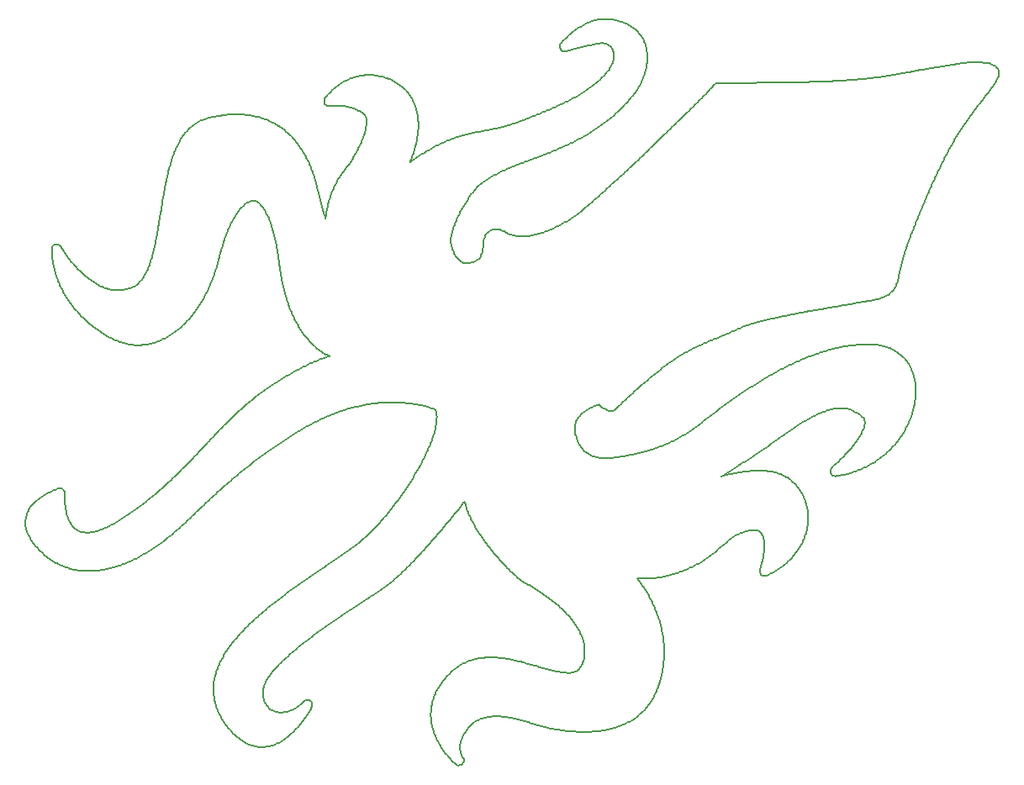
<source format=gbr>
G04 #@! TF.GenerationSoftware,KiCad,Pcbnew,5.1.2-f72e74a~84~ubuntu19.04.1*
G04 #@! TF.CreationDate,2019-06-13T20:20:37+02:00*
G04 #@! TF.ProjectId,sepiapcb2,73657069-6170-4636-9232-2e6b69636164,rev?*
G04 #@! TF.SameCoordinates,Original*
G04 #@! TF.FileFunction,Profile,NP*
%FSLAX46Y46*%
G04 Gerber Fmt 4.6, Leading zero omitted, Abs format (unit mm)*
G04 Created by KiCad (PCBNEW 5.1.2-f72e74a~84~ubuntu19.04.1) date 2019-06-13 20:20:37*
%MOMM*%
%LPD*%
G04 APERTURE LIST*
%ADD10C,0.200000*%
G04 APERTURE END LIST*
D10*
X117859836Y-32008488D02*
X117688203Y-32038560D01*
X117688203Y-32038560D02*
X117502765Y-32071112D01*
X117502765Y-32071112D02*
X117303584Y-32106128D01*
X117303584Y-32106128D02*
X117090797Y-32143580D01*
X117090797Y-32143580D02*
X116851337Y-32185752D01*
X116851337Y-32185752D02*
X116665273Y-32218522D01*
X116665273Y-32218522D02*
X116466314Y-32253550D01*
X116466314Y-32253550D02*
X116281180Y-32286116D01*
X116281180Y-32286116D02*
X116083628Y-32320822D01*
X116083628Y-32320822D02*
X115913263Y-32350701D01*
X115913263Y-32350701D02*
X115730841Y-32382630D01*
X115730841Y-32382630D02*
X115556125Y-32413131D01*
X115556125Y-32413131D02*
X115376353Y-32444426D01*
X115376353Y-32444426D02*
X115198192Y-32475326D01*
X115198192Y-32475326D02*
X115015563Y-32506874D01*
X115015563Y-32506874D02*
X114835057Y-32537903D01*
X114835057Y-32537903D02*
X114662977Y-32567327D01*
X114662977Y-32567327D02*
X114481211Y-32598213D01*
X114481211Y-32598213D02*
X114302354Y-32628386D01*
X114302354Y-32628386D02*
X114126630Y-32657793D01*
X114126630Y-32657793D02*
X113954258Y-32686375D01*
X113954258Y-32686375D02*
X113777116Y-32715440D01*
X113777116Y-32715440D02*
X113601457Y-32743909D01*
X113601457Y-32743909D02*
X113427760Y-32771663D01*
X113427760Y-32771663D02*
X113251423Y-32799371D01*
X113251423Y-32799371D02*
X113071059Y-32827144D01*
X113071059Y-32827144D02*
X112888167Y-32854608D01*
X112888167Y-32854608D02*
X112713412Y-32880060D01*
X112713412Y-32880060D02*
X112532385Y-32905427D01*
X112532385Y-32905427D02*
X112350307Y-32929645D01*
X112350307Y-32929645D02*
X112168689Y-32952110D01*
X112168689Y-32952110D02*
X112039718Y-32966698D01*
X68230930Y-68504013D02*
X68185561Y-68664587D01*
X68185561Y-68664587D02*
X68138764Y-68820201D01*
X68138764Y-68820201D02*
X68089546Y-68975209D01*
X68089546Y-68975209D02*
X68039298Y-69126051D01*
X68039298Y-69126051D02*
X67986090Y-69279044D01*
X67986090Y-69279044D02*
X67932469Y-69427310D01*
X67932469Y-69427310D02*
X67877540Y-69573950D01*
X67877540Y-69573950D02*
X67820152Y-69722239D01*
X67820152Y-69722239D02*
X67761768Y-69868600D01*
X67761768Y-69868600D02*
X67703325Y-70011091D01*
X67703325Y-70011091D02*
X67643572Y-70153069D01*
X67643572Y-70153069D02*
X67581830Y-70296224D01*
X67581830Y-70296224D02*
X67520563Y-70435068D01*
X67520563Y-70435068D02*
X67456689Y-70576719D01*
X67456689Y-70576719D02*
X67391876Y-70717488D01*
X67391876Y-70717488D02*
X67325346Y-70859133D01*
X67325346Y-70859133D02*
X67259819Y-70996034D01*
X67259819Y-70996034D02*
X67193682Y-71131786D01*
X67193682Y-71131786D02*
X67127015Y-71266308D01*
X67127015Y-71266308D02*
X67058951Y-71401419D01*
X67058951Y-71401419D02*
X66989512Y-71537071D01*
X66989512Y-71537071D02*
X66918727Y-71673222D01*
X66918727Y-71673222D02*
X66846617Y-71809828D01*
X66846617Y-71809828D02*
X66773210Y-71946846D01*
X66773210Y-71946846D02*
X66702711Y-72076591D01*
X66702711Y-72076591D02*
X66675462Y-72126280D01*
X82851048Y-66946391D02*
X82950258Y-66842569D01*
X82950258Y-66842569D02*
X83054169Y-66744675D01*
X83054169Y-66744675D02*
X83162510Y-66651833D01*
X83162510Y-66651833D02*
X83275787Y-66562862D01*
X83275787Y-66562862D02*
X83393973Y-66477349D01*
X83393973Y-66477349D02*
X83514915Y-66396383D01*
X83514915Y-66396383D02*
X83639536Y-66318948D01*
X83639536Y-66318948D02*
X83767399Y-66245073D01*
X83767399Y-66245073D02*
X83898798Y-66174453D01*
X83898798Y-66174453D02*
X84032714Y-66107557D01*
X84032714Y-66107557D02*
X84171076Y-66043495D01*
X84171076Y-66043495D02*
X84312278Y-65983227D01*
X84312278Y-65983227D02*
X84391478Y-65951672D01*
X123896945Y-31430570D02*
X123718736Y-31408325D01*
X123718736Y-31408325D02*
X123532687Y-31392279D01*
X123532687Y-31392279D02*
X123347025Y-31377813D01*
X123347025Y-31377813D02*
X123159543Y-31361363D01*
X123159543Y-31361363D02*
X122976944Y-31342500D01*
X122976944Y-31342500D02*
X122865695Y-31329590D01*
X108243430Y-72154209D02*
X108148857Y-72260284D01*
X108148857Y-72260284D02*
X108085161Y-72397233D01*
X108085161Y-72397233D02*
X108066449Y-72579297D01*
X108066449Y-72579297D02*
X108106544Y-72739362D01*
X108106544Y-72739362D02*
X108108800Y-72744472D01*
X104994993Y-56601672D02*
X105175004Y-56568214D01*
X105175004Y-56568214D02*
X105347480Y-56536404D01*
X105347480Y-56536404D02*
X105519515Y-56504903D01*
X105519515Y-56504903D02*
X105690999Y-56473720D01*
X105690999Y-56473720D02*
X105861820Y-56442861D01*
X105861820Y-56442861D02*
X106031867Y-56412336D01*
X106031867Y-56412336D02*
X106215085Y-56379652D01*
X106215085Y-56379652D02*
X106397123Y-56347381D01*
X106397123Y-56347381D02*
X106577843Y-56315532D01*
X106577843Y-56315532D02*
X106757102Y-56284114D01*
X106757102Y-56284114D02*
X106927959Y-56254322D01*
X106927959Y-56254322D02*
X107110675Y-56222613D01*
X107110675Y-56222613D02*
X107298014Y-56190261D01*
X107298014Y-56190261D02*
X107482993Y-56158457D01*
X107482993Y-56158457D02*
X107671906Y-56126113D01*
X107671906Y-56126113D02*
X107851537Y-56095468D01*
X107851537Y-56095468D02*
X108028276Y-56065413D01*
X108028276Y-56065413D02*
X108201945Y-56035959D01*
X108201945Y-56035959D02*
X108396439Y-56003051D01*
X108396439Y-56003051D02*
X108574704Y-55972944D01*
X108574704Y-55972944D02*
X108760238Y-55941645D01*
X108760238Y-55941645D02*
X108963004Y-55907457D01*
X108963004Y-55907457D02*
X109148253Y-55876206D01*
X109148253Y-55876206D02*
X109327261Y-55845961D01*
X109327261Y-55845961D02*
X109504591Y-55815920D01*
X109504591Y-55815920D02*
X109693522Y-55783771D01*
X109693522Y-55783771D02*
X109872836Y-55753059D01*
X109872836Y-55753059D02*
X110046267Y-55723086D01*
X110046267Y-55723086D02*
X110228060Y-55691265D01*
X110228060Y-55691265D02*
X110402100Y-55660227D01*
X110402100Y-55660227D02*
X110573273Y-55628869D01*
X110573273Y-55628869D02*
X110742899Y-55596453D01*
X110742899Y-55596453D02*
X110744212Y-55596195D01*
X116035814Y-61880374D02*
X115960728Y-61754604D01*
X115960728Y-61754604D02*
X115881213Y-61631743D01*
X115881213Y-61631743D02*
X115795199Y-61508996D01*
X115795199Y-61508996D02*
X115708714Y-61394717D01*
X115708714Y-61394717D02*
X115618743Y-61284281D01*
X115618743Y-61284281D02*
X115521274Y-61173166D01*
X115521274Y-61173166D02*
X115423813Y-61069891D01*
X115423813Y-61069891D02*
X115321303Y-60968794D01*
X115321303Y-60968794D02*
X115214816Y-60871102D01*
X115214816Y-60871102D02*
X115105991Y-60778226D01*
X115105991Y-60778226D02*
X114991709Y-60687562D01*
X114991709Y-60687562D02*
X114873553Y-60600575D01*
X114873553Y-60600575D02*
X114753325Y-60518516D01*
X114753325Y-60518516D02*
X114629399Y-60440202D01*
X114629399Y-60440202D02*
X114502278Y-60365984D01*
X114502278Y-60365984D02*
X114370585Y-60295157D01*
X114370585Y-60295157D02*
X114235760Y-60228599D01*
X114235760Y-60228599D02*
X114097368Y-60166134D01*
X114097368Y-60166134D02*
X113954921Y-60107641D01*
X113954921Y-60107641D02*
X113808415Y-60053261D01*
X113808415Y-60053261D02*
X113655659Y-60002438D01*
X113655659Y-60002438D02*
X113499851Y-59956439D01*
X113499851Y-59956439D02*
X113339349Y-59914892D01*
X113339349Y-59914892D02*
X113175281Y-59878238D01*
X113175281Y-59878238D02*
X113002911Y-59845750D01*
X113002911Y-59845750D02*
X112829287Y-59818970D01*
X112829287Y-59818970D02*
X112645270Y-59796801D01*
X112645270Y-59796801D02*
X112461270Y-59780753D01*
X112461270Y-59780753D02*
X112278196Y-59770607D01*
X88127610Y-97593854D02*
X88250700Y-97514919D01*
X88250700Y-97514919D02*
X88371477Y-97433426D01*
X88371477Y-97433426D02*
X88489085Y-97350008D01*
X88489085Y-97350008D02*
X88605944Y-97262925D01*
X88605944Y-97262925D02*
X88721162Y-97172724D01*
X88721162Y-97172724D02*
X88831544Y-97082019D01*
X88831544Y-97082019D02*
X88940258Y-96988327D01*
X88940258Y-96988327D02*
X89047618Y-96891270D01*
X89047618Y-96891270D02*
X89151692Y-96792611D01*
X89151692Y-96792611D02*
X89255052Y-96689843D01*
X89255052Y-96689843D02*
X89353636Y-96587070D01*
X89353636Y-96587070D02*
X89450017Y-96481770D01*
X89450017Y-96481770D02*
X89545888Y-96371936D01*
X89545888Y-96371936D02*
X89638744Y-96260324D01*
X89638744Y-96260324D02*
X89727271Y-96148717D01*
X89727271Y-96148717D02*
X89813838Y-96034267D01*
X89813838Y-96034267D02*
X89902492Y-95911125D01*
X89902492Y-95911125D02*
X89987034Y-95787569D01*
X89987034Y-95787569D02*
X90066960Y-95664726D01*
X90066960Y-95664726D02*
X90144740Y-95538986D01*
X90144740Y-95538986D02*
X90218911Y-95412797D01*
X90218911Y-95412797D02*
X90291469Y-95282780D01*
X90291469Y-95282780D02*
X90360990Y-95151422D01*
X90360990Y-95151422D02*
X90428531Y-95016705D01*
X90428531Y-95016705D02*
X90493277Y-94880191D01*
X90493277Y-94880191D02*
X90555475Y-94741379D01*
X90555475Y-94741379D02*
X90615793Y-94598613D01*
X90615793Y-94598613D02*
X90673032Y-94454654D01*
X90673032Y-94454654D02*
X90727865Y-94307850D01*
X90727865Y-94307850D02*
X90780444Y-94157588D01*
X90780444Y-94157588D02*
X90795970Y-94111232D01*
X86355150Y-66366317D02*
X86459116Y-66265785D01*
X86459116Y-66265785D02*
X86562834Y-66166213D01*
X86562834Y-66166213D02*
X86670397Y-66063499D01*
X86670397Y-66063499D02*
X86776484Y-65962656D01*
X86776484Y-65962656D02*
X86880359Y-65864332D01*
X86880359Y-65864332D02*
X86985611Y-65765086D01*
X86985611Y-65765086D02*
X87092203Y-65664963D01*
X87092203Y-65664963D02*
X87200901Y-65563248D01*
X87200901Y-65563248D02*
X87308146Y-65463267D01*
X87308146Y-65463267D02*
X87420456Y-65358952D01*
X87420456Y-65358952D02*
X87526766Y-65260577D01*
X87526766Y-65260577D02*
X87636904Y-65159029D01*
X87636904Y-65159029D02*
X87750702Y-65054504D01*
X87750702Y-65054504D02*
X87856108Y-64958046D01*
X87856108Y-64958046D02*
X87961177Y-64862239D01*
X87961177Y-64862239D02*
X88074898Y-64758937D01*
X88074898Y-64758937D02*
X88184861Y-64659437D01*
X88184861Y-64659437D02*
X88290557Y-64564158D01*
X88290557Y-64564158D02*
X88398115Y-64467568D01*
X88398115Y-64467568D02*
X88504102Y-64372757D01*
X88504102Y-64372757D02*
X88611664Y-64276917D01*
X88611664Y-64276917D02*
X88727575Y-64174074D01*
X88727575Y-64174074D02*
X88838106Y-64076427D01*
X88838106Y-64076427D02*
X88949942Y-63978058D01*
X88949942Y-63978058D02*
X89062997Y-63879066D01*
X89062997Y-63879066D02*
X89170015Y-63785782D01*
X89170015Y-63785782D02*
X89277954Y-63692122D01*
X89277954Y-63692122D02*
X89386743Y-63598166D01*
X89386743Y-63598166D02*
X89496309Y-63503995D01*
X89496309Y-63503995D02*
X89606581Y-63409694D01*
X89606581Y-63409694D02*
X89717485Y-63315344D01*
X89717485Y-63315344D02*
X89836402Y-63214745D01*
X89836402Y-63214745D02*
X89948388Y-63120555D01*
X89948388Y-63120555D02*
X90060786Y-63026570D01*
X90060786Y-63026570D02*
X90171642Y-62934426D01*
X90171642Y-62934426D02*
X90284645Y-62841088D01*
X90284645Y-62841088D02*
X90399732Y-62746653D01*
X90399732Y-62746653D02*
X90513058Y-62654303D01*
X90513058Y-62654303D02*
X90626435Y-62562567D01*
X90626435Y-62562567D02*
X90747348Y-62465487D01*
X90747348Y-62465487D02*
X90860605Y-62375283D01*
X90860605Y-62375283D02*
X90973692Y-62285947D01*
X90973692Y-62285947D02*
X91086537Y-62197559D01*
X91086537Y-62197559D02*
X91206559Y-62104418D01*
X91206559Y-62104418D02*
X91324272Y-62013976D01*
X91324272Y-62013976D02*
X91445184Y-61922058D01*
X91445184Y-61922058D02*
X91561767Y-61834417D01*
X91561767Y-61834417D02*
X91683166Y-61744238D01*
X91683166Y-61744238D02*
X91800078Y-61658491D01*
X91800078Y-61658491D02*
X91919720Y-61571924D01*
X91919720Y-61571924D02*
X91953978Y-61547371D01*
X125046360Y-32558499D02*
X125062355Y-32374036D01*
X125062355Y-32374036D02*
X125038105Y-32197520D01*
X125038105Y-32197520D02*
X125033468Y-32180374D01*
X101200853Y-78885263D02*
X101270220Y-79015903D01*
X101270220Y-79015903D02*
X101325287Y-79162210D01*
X101325287Y-79162210D02*
X101367958Y-79320488D01*
X101367958Y-79320488D02*
X101399763Y-79489177D01*
X101399763Y-79489177D02*
X101421701Y-79668698D01*
X101421701Y-79668698D02*
X101433947Y-79858264D01*
X101433947Y-79858264D02*
X101436384Y-80056627D01*
X101436384Y-80056627D02*
X101432884Y-80182922D01*
X39740502Y-51032922D02*
X39694096Y-51188273D01*
X39694096Y-51188273D02*
X39645813Y-51342372D01*
X39645813Y-51342372D02*
X39594705Y-51497596D01*
X39594705Y-51497596D02*
X39542603Y-51648013D01*
X39542603Y-51648013D02*
X39488594Y-51796091D01*
X39488594Y-51796091D02*
X39432994Y-51940704D01*
X39432994Y-51940704D02*
X39374223Y-52085454D01*
X39374223Y-52085454D02*
X39313312Y-52227208D01*
X39313312Y-52227208D02*
X39248971Y-52368378D01*
X39248971Y-52368378D02*
X39183333Y-52503887D01*
X39183333Y-52503887D02*
X39115121Y-52636168D01*
X39115121Y-52636168D02*
X39043357Y-52766512D01*
X39043357Y-52766512D02*
X38968331Y-52893715D01*
X38968331Y-52893715D02*
X38889907Y-53017392D01*
X38889907Y-53017392D02*
X38808419Y-53136468D01*
X38808419Y-53136468D02*
X38722294Y-53252551D01*
X38722294Y-53252551D02*
X38632560Y-53363493D01*
X38632560Y-53363493D02*
X38538299Y-53469743D01*
X38538299Y-53469743D02*
X38434781Y-53575085D01*
X38434781Y-53575085D02*
X38329067Y-53671217D01*
X38329067Y-53671217D02*
X38217524Y-53760973D01*
X38217524Y-53760973D02*
X38098986Y-53844104D01*
X38098986Y-53844104D02*
X37971578Y-53920352D01*
X37971578Y-53920352D02*
X37856322Y-53978425D01*
X90795970Y-94111232D02*
X90849598Y-93945041D01*
X90849598Y-93945041D02*
X90897417Y-93788814D01*
X90897417Y-93788814D02*
X90943081Y-93631356D01*
X90943081Y-93631356D02*
X90987014Y-93470854D01*
X90987014Y-93470854D02*
X91030438Y-93301876D01*
X91030438Y-93301876D02*
X91069526Y-93139152D01*
X91069526Y-93139152D02*
X91106563Y-92973538D01*
X91106563Y-92973538D02*
X91141050Y-92806908D01*
X91141050Y-92806908D02*
X91175546Y-92624930D01*
X91175546Y-92624930D02*
X91205128Y-92452895D01*
X91205128Y-92452895D02*
X91233717Y-92267578D01*
X91233717Y-92267578D02*
X91257874Y-92090431D01*
X91257874Y-92090431D02*
X91279417Y-91909072D01*
X91279417Y-91909072D02*
X91298116Y-91723607D01*
X91298116Y-91723607D02*
X91314010Y-91530705D01*
X91314010Y-91530705D02*
X91326312Y-91337449D01*
X91326312Y-91337449D02*
X91334944Y-91145604D01*
X91334944Y-91145604D02*
X91340122Y-90948426D01*
X91340122Y-90948426D02*
X91341533Y-90741073D01*
X91341533Y-90741073D02*
X91338978Y-90540516D01*
X91338978Y-90540516D02*
X91332649Y-90341707D01*
X91332649Y-90341707D02*
X91322463Y-90141412D01*
X91322463Y-90141412D02*
X91309118Y-89949469D01*
X91309118Y-89949469D02*
X91290096Y-89735268D01*
X91290096Y-89735268D02*
X91269246Y-89542399D01*
X91269246Y-89542399D02*
X91245771Y-89356188D01*
X91245771Y-89356188D02*
X91220718Y-89181183D01*
X91220718Y-89181183D02*
X91189682Y-88987901D01*
X91189682Y-88987901D02*
X91159216Y-88816572D01*
X91159216Y-88816572D02*
X91125420Y-88642501D01*
X91125420Y-88642501D02*
X91087215Y-88461402D01*
X91087215Y-88461402D02*
X91049875Y-88297146D01*
X91049875Y-88297146D02*
X91009709Y-88131808D01*
X91009709Y-88131808D02*
X90968220Y-87971259D01*
X90968220Y-87971259D02*
X90925208Y-87814011D01*
X90925208Y-87814011D02*
X90878309Y-87651608D01*
X90878309Y-87651608D02*
X90830836Y-87495433D01*
X90830836Y-87495433D02*
X90781671Y-87341245D01*
X90781671Y-87341245D02*
X90729066Y-87183671D01*
X90729066Y-87183671D02*
X90677215Y-87034941D01*
X90677215Y-87034941D02*
X90619597Y-86876437D01*
X90619597Y-86876437D02*
X90564453Y-86730667D01*
X90564453Y-86730667D02*
X90507571Y-86585747D01*
X90507571Y-86585747D02*
X90445896Y-86434244D01*
X90445896Y-86434244D02*
X90383554Y-86286470D01*
X90383554Y-86286470D02*
X90319067Y-86138762D01*
X90319067Y-86138762D02*
X90256857Y-86000793D01*
X90256857Y-86000793D02*
X90193296Y-85864036D01*
X90193296Y-85864036D02*
X90128468Y-85728584D01*
X90128468Y-85728584D02*
X90059083Y-85587782D01*
X90059083Y-85587782D02*
X89991387Y-85454255D01*
X89991387Y-85454255D02*
X89922691Y-85322370D01*
X89922691Y-85322370D02*
X89852528Y-85191173D01*
X89852528Y-85191173D02*
X89779286Y-85057752D01*
X89779286Y-85057752D02*
X89705948Y-84927540D01*
X89705948Y-84927540D02*
X89632642Y-84800572D01*
X89632642Y-84800572D02*
X89557226Y-84673080D01*
X89557226Y-84673080D02*
X89479867Y-84545424D01*
X89479867Y-84545424D02*
X89403019Y-84421571D01*
X89403019Y-84421571D02*
X89324611Y-84298094D01*
X89324611Y-84298094D02*
X89244891Y-84175401D01*
X89244891Y-84175401D02*
X89164134Y-84053910D01*
X89164134Y-84053910D02*
X89080530Y-83930976D01*
X89080530Y-83930976D02*
X88996654Y-83810426D01*
X88996654Y-83810426D02*
X88909900Y-83688572D01*
X88909900Y-83688572D02*
X88824436Y-83571247D01*
X88824436Y-83571247D02*
X88738426Y-83455817D01*
X88738426Y-83455817D02*
X88648766Y-83338241D01*
X88648766Y-83338241D02*
X88626048Y-83308891D01*
X92035618Y-82973732D02*
X92194113Y-82928308D01*
X92194113Y-82928308D02*
X92350517Y-82881501D01*
X92350517Y-82881501D02*
X92503959Y-82833607D01*
X92503959Y-82833607D02*
X92657033Y-82783806D01*
X92657033Y-82783806D02*
X92810477Y-82731797D01*
X92810477Y-82731797D02*
X92962503Y-82678140D01*
X92962503Y-82678140D02*
X93109058Y-82624345D01*
X93109058Y-82624345D02*
X93258980Y-82567143D01*
X93258980Y-82567143D02*
X93402708Y-82510175D01*
X93402708Y-82510175D02*
X93545010Y-82451657D01*
X93545010Y-82451657D02*
X93689532Y-82390003D01*
X93689532Y-82390003D02*
X93829509Y-82328085D01*
X93829509Y-82328085D02*
X93970746Y-82263343D01*
X93970746Y-82263343D02*
X94107508Y-82198425D01*
X94107508Y-82198425D02*
X94244003Y-82131378D01*
X94244003Y-82131378D02*
X94377477Y-82063578D01*
X94377477Y-82063578D02*
X94513163Y-81992324D01*
X94513163Y-81992324D02*
X94643214Y-81921762D01*
X94643214Y-81921762D02*
X94774044Y-81848490D01*
X94774044Y-81848490D02*
X94901859Y-81774633D01*
X94901859Y-81774633D02*
X95029096Y-81698838D01*
X95029096Y-81698838D02*
X95154521Y-81621853D01*
X95154521Y-81621853D02*
X95280381Y-81542300D01*
X95280381Y-81542300D02*
X95406526Y-81460224D01*
X95406526Y-81460224D02*
X95526416Y-81380022D01*
X95526416Y-81380022D02*
X95648714Y-81295986D01*
X95648714Y-81295986D02*
X95768063Y-81211808D01*
X95768063Y-81211808D02*
X95884572Y-81127577D01*
X95884572Y-81127577D02*
X96002225Y-81040472D01*
X96002225Y-81040472D02*
X96117076Y-80953496D01*
X96117076Y-80953496D02*
X96232941Y-80863855D01*
X96232941Y-80863855D02*
X96349683Y-80771686D01*
X96349683Y-80771686D02*
X96463663Y-80679994D01*
X96463663Y-80679994D02*
X96575028Y-80588900D01*
X96575028Y-80588900D02*
X96690654Y-80492893D01*
X96690654Y-80492893D02*
X96800382Y-80400609D01*
X96800382Y-80400609D02*
X96911032Y-80306590D01*
X96911032Y-80306590D02*
X97017845Y-80215141D01*
X83549291Y-70704013D02*
X83432755Y-70616313D01*
X83432755Y-70616313D02*
X83319771Y-70519708D01*
X83319771Y-70519708D02*
X83217783Y-70421117D01*
X83217783Y-70421117D02*
X83118418Y-70312900D01*
X83118418Y-70312900D02*
X83028076Y-70202283D01*
X83028076Y-70202283D02*
X82943237Y-70085888D01*
X82943237Y-70085888D02*
X82863756Y-69963805D01*
X82863756Y-69963805D02*
X82788400Y-69834148D01*
X82788400Y-69834148D02*
X82719647Y-69701645D01*
X82719647Y-69701645D02*
X82655994Y-69564321D01*
X82655994Y-69564321D02*
X82597347Y-69422601D01*
X82597347Y-69422601D02*
X82543190Y-69275794D01*
X82543190Y-69275794D02*
X82493383Y-69123985D01*
X82493383Y-69123985D02*
X82447787Y-68967265D01*
X82447787Y-68967265D02*
X82406262Y-68805713D01*
X82406262Y-68805713D02*
X82386985Y-68723155D01*
X97943820Y-33422164D02*
X96732102Y-33422164D01*
X112039718Y-32966698D02*
X111852009Y-32986524D01*
X111852009Y-32986524D02*
X111662681Y-33005756D01*
X111662681Y-33005756D02*
X111476378Y-33023939D01*
X111476378Y-33023939D02*
X111288664Y-33041531D01*
X111288664Y-33041531D02*
X111104538Y-33058103D01*
X111104538Y-33058103D02*
X110919369Y-33074098D01*
X110919369Y-33074098D02*
X110729061Y-33089869D01*
X110729061Y-33089869D02*
X110539853Y-33104901D01*
X110539853Y-33104901D02*
X110353157Y-33119123D01*
X110353157Y-33119123D02*
X110159173Y-33133285D01*
X110159173Y-33133285D02*
X109968033Y-33146657D01*
X109968033Y-33146657D02*
X109776604Y-33159487D01*
X109776604Y-33159487D02*
X109586324Y-33171714D01*
X109586324Y-33171714D02*
X109396247Y-33183425D01*
X109396247Y-33183425D02*
X109200161Y-33195004D01*
X109200161Y-33195004D02*
X109007080Y-33205927D01*
X109007080Y-33205927D02*
X108806629Y-33216788D01*
X108806629Y-33216788D02*
X108612346Y-33226873D01*
X108612346Y-33226873D02*
X108419209Y-33236481D01*
X108419209Y-33236481D02*
X108226057Y-33245695D01*
X108226057Y-33245695D02*
X108031599Y-33254593D01*
X108031599Y-33254593D02*
X107835937Y-33263173D01*
X107835937Y-33263173D02*
X107642260Y-33271318D01*
X107642260Y-33271318D02*
X107443002Y-33279349D01*
X107443002Y-33279349D02*
X107244413Y-33287018D01*
X107244413Y-33287018D02*
X107045070Y-33294390D01*
X107045070Y-33294390D02*
X106851769Y-33301241D01*
X106851769Y-33301241D02*
X106656513Y-33307873D01*
X106656513Y-33307873D02*
X106452423Y-33314514D01*
X106452423Y-33314514D02*
X106253250Y-33320716D01*
X106253250Y-33320716D02*
X106054031Y-33326652D01*
X106054031Y-33326652D02*
X105858559Y-33332230D01*
X105858559Y-33332230D02*
X105663442Y-33337561D01*
X105663442Y-33337561D02*
X105453716Y-33343038D01*
X105453716Y-33343038D02*
X105251809Y-33348071D01*
X105251809Y-33348071D02*
X105052388Y-33352820D01*
X105052388Y-33352820D02*
X104845780Y-33357518D01*
X104845780Y-33357518D02*
X104647872Y-33361812D01*
X104647872Y-33361812D02*
X104446917Y-33365972D01*
X104446917Y-33365972D02*
X104232486Y-33370196D01*
X104232486Y-33370196D02*
X104031491Y-33373961D01*
X104031491Y-33373961D02*
X103823244Y-33377672D01*
X103823244Y-33377672D02*
X103620554Y-33381100D01*
X103620554Y-33381100D02*
X103414956Y-33384403D01*
X103414956Y-33384403D02*
X103215350Y-33387446D01*
X103215350Y-33387446D02*
X103017544Y-33390303D01*
X103017544Y-33390303D02*
X102817110Y-33393046D01*
X102817110Y-33393046D02*
X102614021Y-33395674D01*
X102614021Y-33395674D02*
X102408252Y-33398184D01*
X102408252Y-33398184D02*
X102199777Y-33400576D01*
X102199777Y-33400576D02*
X101993403Y-33402798D01*
X101993403Y-33402798D02*
X101789287Y-33404857D01*
X101789287Y-33404857D02*
X101577688Y-33406852D01*
X101577688Y-33406852D02*
X101378448Y-33408602D01*
X101378448Y-33408602D02*
X101179402Y-33410230D01*
X101179402Y-33410230D02*
X100978064Y-33411758D01*
X100978064Y-33411758D02*
X100771818Y-33413202D01*
X100771818Y-33413202D02*
X100557931Y-33414573D01*
X100557931Y-33414573D02*
X100354774Y-33415759D01*
X100354774Y-33415759D02*
X100154736Y-33416821D01*
X100154736Y-33416821D02*
X99955252Y-33417775D01*
X99955252Y-33417775D02*
X99750919Y-33418648D01*
X99750919Y-33418648D02*
X99544406Y-33419429D01*
X99544406Y-33419429D02*
X99344083Y-33420086D01*
X99344083Y-33420086D02*
X99141718Y-33420653D01*
X99141718Y-33420653D02*
X98934444Y-33421137D01*
X98934444Y-33421137D02*
X98722164Y-33421534D01*
X98722164Y-33421534D02*
X98522246Y-33421818D01*
X98522246Y-33421818D02*
X98314522Y-33422021D01*
X98314522Y-33422021D02*
X98113651Y-33422131D01*
X98113651Y-33422131D02*
X97943820Y-33422164D01*
X30074884Y-49683280D02*
X29925500Y-49736669D01*
X29925500Y-49736669D02*
X29811020Y-49822813D01*
X29811020Y-49822813D02*
X29725278Y-49937855D01*
X29725278Y-49937855D02*
X29672826Y-50085624D01*
X29672826Y-50085624D02*
X29664329Y-50179982D01*
X116328001Y-48424712D02*
X116388345Y-48272043D01*
X116388345Y-48272043D02*
X116448610Y-48120014D01*
X116448610Y-48120014D02*
X116508796Y-47968621D01*
X116508796Y-47968621D02*
X116571307Y-47811850D01*
X116571307Y-47811850D02*
X116628937Y-47667758D01*
X116628937Y-47667758D02*
X116686495Y-47524259D01*
X116686495Y-47524259D02*
X116746383Y-47375416D01*
X116746383Y-47375416D02*
X116813370Y-47209483D01*
X116813370Y-47209483D02*
X116873105Y-47062023D01*
X116873105Y-47062023D02*
X116937544Y-46903504D01*
X116937544Y-46903504D02*
X116997136Y-46757410D01*
X116997136Y-46757410D02*
X117059044Y-46606175D01*
X117059044Y-46606175D02*
X117120882Y-46455659D01*
X117120882Y-46455659D02*
X117182655Y-46305865D01*
X117182655Y-46305865D02*
X117244362Y-46156798D01*
X117244362Y-46156798D02*
X117306001Y-46008454D01*
X117306001Y-46008454D02*
X117367581Y-45860841D01*
X117367581Y-45860841D02*
X117429098Y-45713964D01*
X117429098Y-45713964D02*
X117490558Y-45567824D01*
X117490558Y-45567824D02*
X117551960Y-45422424D01*
X117551960Y-45422424D02*
X117613305Y-45277762D01*
X117613305Y-45277762D02*
X117674595Y-45133848D01*
X117674595Y-45133848D02*
X117735834Y-44990683D01*
X117735834Y-44990683D02*
X117797023Y-44848269D01*
X117797023Y-44848269D02*
X117858161Y-44706611D01*
X117858161Y-44706611D02*
X117919253Y-44565705D01*
X117919253Y-44565705D02*
X117980299Y-44425564D01*
X117980299Y-44425564D02*
X118041301Y-44286186D01*
X118041301Y-44286186D02*
X118106950Y-44136943D01*
X118106950Y-44136943D02*
X118172550Y-43988593D01*
X118172550Y-43988593D02*
X118238106Y-43841138D01*
X118238106Y-43841138D02*
X118303621Y-43694584D01*
X118303621Y-43694584D02*
X118369093Y-43548932D01*
X118369093Y-43548932D02*
X118434527Y-43404191D01*
X118434527Y-43404191D02*
X118499926Y-43260358D01*
X118499926Y-43260358D02*
X118565291Y-43117441D01*
X118565291Y-43117441D02*
X118630622Y-42975442D01*
X118630622Y-42975442D02*
X118695925Y-42834366D01*
X118695925Y-42834366D02*
X118761200Y-42694215D01*
X118761200Y-42694215D02*
X118826449Y-42554994D01*
X118826449Y-42554994D02*
X118891672Y-42416706D01*
X118891672Y-42416706D02*
X118956876Y-42279353D01*
X118956876Y-42279353D02*
X119022060Y-42142943D01*
X119022060Y-42142943D02*
X119087227Y-42007478D01*
X119087227Y-42007478D02*
X119157032Y-41863389D01*
X119157032Y-41863389D02*
X119226821Y-41720393D01*
X119226821Y-41720393D02*
X119296599Y-41578495D01*
X119296599Y-41578495D02*
X119366369Y-41437699D01*
X119366369Y-41437699D02*
X119436130Y-41298010D01*
X119436130Y-41298010D02*
X119505888Y-41159434D01*
X119505888Y-41159434D02*
X119575643Y-41021972D01*
X119575643Y-41021972D02*
X119645400Y-40885632D01*
X119645400Y-40885632D02*
X119715157Y-40750416D01*
X119715157Y-40750416D02*
X119784923Y-40616329D01*
X119784923Y-40616329D02*
X119854695Y-40483378D01*
X119854695Y-40483378D02*
X119924484Y-40351566D01*
X119924484Y-40351566D02*
X119994283Y-40220897D01*
X119994283Y-40220897D02*
X120065262Y-40089225D01*
X120065262Y-40089225D02*
X120138589Y-39954490D01*
X120138589Y-39954490D02*
X120214269Y-39816813D01*
X120214269Y-39816813D02*
X120287648Y-39684676D01*
X120287648Y-39684676D02*
X120362225Y-39551758D01*
X120362225Y-39551758D02*
X120437415Y-39419151D01*
X120437415Y-39419151D02*
X120510314Y-39291956D01*
X120510314Y-39291956D02*
X120586169Y-39161031D01*
X120586169Y-39161031D02*
X120660900Y-39033481D01*
X120660900Y-39033481D02*
X120740354Y-38899446D01*
X120740354Y-38899446D02*
X120816356Y-38772762D01*
X120816356Y-38772762D02*
X120895923Y-38641738D01*
X120895923Y-38641738D02*
X120974386Y-38514161D01*
X120974386Y-38514161D02*
X121054084Y-38386223D01*
X121054084Y-38386223D02*
X121132683Y-38261697D01*
X121132683Y-38261697D02*
X121136205Y-38256159D01*
X115069016Y-52382138D02*
X115104562Y-52216330D01*
X115104562Y-52216330D02*
X115141962Y-52050099D01*
X115141962Y-52050099D02*
X115180610Y-51886450D01*
X115180610Y-51886450D02*
X115220271Y-51726049D01*
X115220271Y-51726049D02*
X115261496Y-51566289D01*
X115261496Y-51566289D02*
X115305176Y-51403641D01*
X115305176Y-51403641D02*
X115348765Y-51247151D01*
X115348765Y-51247151D02*
X115395090Y-51086311D01*
X115395090Y-51086311D02*
X115441903Y-50928727D01*
X115441903Y-50928727D02*
X115489271Y-50773669D01*
X115489271Y-50773669D02*
X115537398Y-50620100D01*
X115537398Y-50620100D02*
X115587979Y-50462510D01*
X115587979Y-50462510D02*
X115638148Y-50309616D01*
X115638148Y-50309616D02*
X115690447Y-50153464D01*
X115690447Y-50153464D02*
X115741671Y-50003394D01*
X115741671Y-50003394D02*
X115793817Y-49853249D01*
X115793817Y-49853249D02*
X115846730Y-49703354D01*
X115846730Y-49703354D02*
X115901159Y-49551529D01*
X115901159Y-49551529D02*
X115957048Y-49397897D01*
X115957048Y-49397897D02*
X116012363Y-49247927D01*
X116012363Y-49247927D02*
X116067835Y-49099438D01*
X116067835Y-49099438D02*
X116125415Y-48947171D01*
X116125415Y-48947171D02*
X116181841Y-48799684D01*
X116181841Y-48799684D02*
X116240231Y-48648709D01*
X116240231Y-48648709D02*
X116298271Y-48500204D01*
X116298271Y-48500204D02*
X116328001Y-48424712D01*
X121136205Y-38256159D02*
X121215061Y-38133240D01*
X121215061Y-38133240D02*
X121294414Y-38011671D01*
X121294414Y-38011671D02*
X121375317Y-37889688D01*
X121375317Y-37889688D02*
X121458920Y-37765503D01*
X121458920Y-37765503D02*
X121540061Y-37646614D01*
X121540061Y-37646614D02*
X121622353Y-37527528D01*
X121622353Y-37527528D02*
X121705697Y-37408309D01*
X121705697Y-37408309D02*
X121795290Y-37281568D01*
X121795290Y-37281568D02*
X121880487Y-37162274D01*
X121880487Y-37162274D02*
X121975198Y-37030936D01*
X121975198Y-37030936D02*
X122060495Y-36913699D01*
X122060495Y-36913699D02*
X122145631Y-36797579D01*
X122145631Y-36797579D02*
X122233246Y-36678919D01*
X122233246Y-36678919D02*
X122326710Y-36553191D01*
X122326710Y-36553191D02*
X122414925Y-36435250D01*
X122414925Y-36435250D02*
X122502240Y-36319128D01*
X122502240Y-36319128D02*
X122591666Y-36200766D01*
X122591666Y-36200766D02*
X122679994Y-36084348D01*
X122679994Y-36084348D02*
X122773667Y-35961351D01*
X122773667Y-35961351D02*
X122864297Y-35842726D01*
X122864297Y-35842726D02*
X122951809Y-35728471D01*
X122951809Y-35728471D02*
X123038851Y-35615046D01*
X123038851Y-35615046D02*
X123136091Y-35488511D01*
X123136091Y-35488511D02*
X123237805Y-35356259D01*
X123237805Y-35356259D02*
X123327848Y-35239181D01*
X123327848Y-35239181D02*
X123422083Y-35116566D01*
X123422083Y-35116566D02*
X123515033Y-34995437D01*
X123515033Y-34995437D02*
X123604033Y-34879180D01*
X123604033Y-34879180D02*
X123694033Y-34761244D01*
X123694033Y-34761244D02*
X123782329Y-34645058D01*
X123782329Y-34645058D02*
X123828196Y-34584479D01*
X100173900Y-78504982D02*
X100365208Y-78495002D01*
X100365208Y-78495002D02*
X100560852Y-78501702D01*
X100560852Y-78501702D02*
X100735419Y-78530570D01*
X100735419Y-78530570D02*
X100883491Y-78583208D01*
X100883491Y-78583208D02*
X101006905Y-78660051D01*
X101006905Y-78660051D02*
X101109151Y-78759446D01*
X101109151Y-78759446D02*
X101194045Y-78874688D01*
X101194045Y-78874688D02*
X101200853Y-78885263D01*
X71043235Y-101345030D02*
X70963392Y-101224073D01*
X70963392Y-101224073D02*
X70899366Y-101087254D01*
X70899366Y-101087254D02*
X70848172Y-100936378D01*
X70848172Y-100936378D02*
X70810275Y-100774211D01*
X70810275Y-100774211D02*
X70787571Y-100618854D01*
X30770776Y-50222959D02*
X30695444Y-50097675D01*
X30695444Y-50097675D02*
X30656908Y-50029601D01*
X51015501Y-94306746D02*
X51056795Y-94147041D01*
X51056795Y-94147041D02*
X51110219Y-93999091D01*
X51110219Y-93999091D02*
X51171257Y-93859676D01*
X51171257Y-93859676D02*
X51238110Y-93725804D01*
X51238110Y-93725804D02*
X51310193Y-93595108D01*
X51310193Y-93595108D02*
X51385555Y-93468841D01*
X51385555Y-93468841D02*
X51463951Y-93345776D01*
X51463951Y-93345776D02*
X51545757Y-93224313D01*
X51545757Y-93224313D02*
X51630156Y-93104976D01*
X51630156Y-93104976D02*
X51716374Y-92988231D01*
X51716374Y-92988231D02*
X51803693Y-92874493D01*
X51803693Y-92874493D02*
X51893483Y-92761605D01*
X51893483Y-92761605D02*
X51986457Y-92648522D01*
X51986457Y-92648522D02*
X52081281Y-92536699D01*
X52081281Y-92536699D02*
X52176477Y-92427649D01*
X52176477Y-92427649D02*
X52275191Y-92317643D01*
X52275191Y-92317643D02*
X52373649Y-92210753D01*
X52373649Y-92210753D02*
X52473996Y-92104496D01*
X52473996Y-92104496D02*
X52573442Y-92001663D01*
X52573442Y-92001663D02*
X52601048Y-91973536D01*
X88626048Y-83308891D02*
X88808343Y-83327002D01*
X88808343Y-83327002D02*
X88996834Y-83341351D01*
X88996834Y-83341351D02*
X89189910Y-83351300D01*
X89189910Y-83351300D02*
X89386453Y-83356420D01*
X89386453Y-83356420D02*
X89586670Y-83356428D01*
X89586670Y-83356428D02*
X89782965Y-83351376D01*
X89782965Y-83351376D02*
X89977188Y-83341521D01*
X89977188Y-83341521D02*
X90164002Y-83327577D01*
X90164002Y-83327577D02*
X90347647Y-83309713D01*
X90347647Y-83309713D02*
X90529395Y-83288085D01*
X90529395Y-83288085D02*
X90705327Y-83263520D01*
X90705327Y-83263520D02*
X90882112Y-83235354D01*
X90882112Y-83235354D02*
X91059625Y-83203672D01*
X91059625Y-83203672D02*
X91230069Y-83170153D01*
X91230069Y-83170153D02*
X91396684Y-83134554D01*
X91396684Y-83134554D02*
X91563058Y-83096305D01*
X91563058Y-83096305D02*
X91724932Y-83056585D01*
X91724932Y-83056585D02*
X91886058Y-83014678D01*
X91886058Y-83014678D02*
X92035618Y-82973732D01*
X95006907Y-67724124D02*
X94892968Y-67811871D01*
X94892968Y-67811871D02*
X94777244Y-67899663D01*
X94777244Y-67899663D02*
X94661878Y-67985846D01*
X94661878Y-67985846D02*
X94542603Y-68073539D01*
X94542603Y-68073539D02*
X94423688Y-68159542D01*
X94423688Y-68159542D02*
X94305120Y-68243872D01*
X94305120Y-68243872D02*
X94182672Y-68329475D01*
X94182672Y-68329475D02*
X94060571Y-68413327D01*
X94060571Y-68413327D02*
X93938804Y-68495454D01*
X93938804Y-68495454D02*
X93817357Y-68575877D01*
X93817357Y-68575877D02*
X93692046Y-68657300D01*
X93692046Y-68657300D02*
X93562891Y-68739575D01*
X93562891Y-68739575D02*
X93438205Y-68817418D01*
X93438205Y-68817418D02*
X93309661Y-68896041D01*
X93309661Y-68896041D02*
X93181407Y-68972852D01*
X93181407Y-68972852D02*
X93053426Y-69047875D01*
X93053426Y-69047875D02*
X92921585Y-69123472D01*
X92921585Y-69123472D02*
X92789997Y-69197223D01*
X92789997Y-69197223D02*
X92658645Y-69269157D01*
X92658645Y-69269157D02*
X92519326Y-69343632D01*
X92519326Y-69343632D02*
X92384321Y-69414023D01*
X92384321Y-69414023D02*
X92245428Y-69484631D01*
X92245428Y-69484631D02*
X92106722Y-69553332D01*
X92106722Y-69553332D02*
X91964105Y-69622095D01*
X91964105Y-69622095D02*
X91825709Y-69687034D01*
X91825709Y-69687034D02*
X91687431Y-69750170D01*
X91687431Y-69750170D02*
X91545190Y-69813321D01*
X91545190Y-69813321D02*
X91394910Y-69878093D01*
X91394910Y-69878093D02*
X91224398Y-69949199D01*
X91224398Y-69949199D02*
X91076251Y-70008954D01*
X91076251Y-70008954D02*
X90932171Y-70065298D01*
X90932171Y-70065298D02*
X90767775Y-70127495D01*
X90767775Y-70127495D02*
X90615498Y-70183153D01*
X90615498Y-70183153D02*
X90467209Y-70235592D01*
X90467209Y-70235592D02*
X90314753Y-70287735D01*
X90314753Y-70287735D02*
X90164193Y-70337505D01*
X90164193Y-70337505D02*
X90009399Y-70386934D01*
X90009399Y-70386934D02*
X89854407Y-70434709D01*
X89854407Y-70434709D02*
X89693056Y-70482665D01*
X89693056Y-70482665D02*
X89537567Y-70527216D01*
X89537567Y-70527216D02*
X89375633Y-70571929D01*
X89375633Y-70571929D02*
X89211302Y-70615611D01*
X89211302Y-70615611D02*
X89047609Y-70657481D01*
X89047609Y-70657481D02*
X88879369Y-70698878D01*
X88879369Y-70698878D02*
X88711689Y-70738547D01*
X88711689Y-70738547D02*
X88547662Y-70775881D01*
X88547662Y-70775881D02*
X88383120Y-70811930D01*
X88383120Y-70811930D02*
X88213846Y-70847620D01*
X88213846Y-70847620D02*
X88046061Y-70881662D01*
X88046061Y-70881662D02*
X87877647Y-70914568D01*
X87877647Y-70914568D02*
X87708566Y-70946390D01*
X87708566Y-70946390D02*
X87536659Y-70977568D01*
X87536659Y-70977568D02*
X87358656Y-71008676D01*
X87358656Y-71008676D02*
X87145446Y-71044467D01*
X87145446Y-71044467D02*
X86973112Y-71072309D01*
X86973112Y-71072309D02*
X86799930Y-71099381D01*
X86799930Y-71099381D02*
X86617136Y-71127039D01*
X86617136Y-71127039D02*
X86499095Y-71144442D01*
X68327609Y-66366317D02*
X68374645Y-66520009D01*
X68374645Y-66520009D02*
X68408516Y-66687735D01*
X68408516Y-66687735D02*
X68429843Y-66866755D01*
X68429843Y-66866755D02*
X68439391Y-67058083D01*
X68439391Y-67058083D02*
X68437402Y-67258233D01*
X68437402Y-67258233D02*
X68425276Y-67455382D01*
X68425276Y-67455382D02*
X68405815Y-67640737D01*
X68405815Y-67640737D02*
X68380825Y-67816747D01*
X68380825Y-67816747D02*
X68350796Y-67988624D01*
X68350796Y-67988624D02*
X68316521Y-68156276D01*
X68316521Y-68156276D02*
X68278261Y-68321280D01*
X68278261Y-68321280D02*
X68236682Y-68482800D01*
X68236682Y-68482800D02*
X68230930Y-68504013D01*
X73960814Y-91298928D02*
X73757727Y-91298526D01*
X73757727Y-91298526D02*
X73552417Y-91303692D01*
X73552417Y-91303692D02*
X73360018Y-91313823D01*
X73360018Y-91313823D02*
X73172113Y-91328871D01*
X73172113Y-91328871D02*
X72988821Y-91348669D01*
X72988821Y-91348669D02*
X72810242Y-91373024D01*
X72810242Y-91373024D02*
X72632230Y-91402497D01*
X72632230Y-91402497D02*
X72463330Y-91435475D01*
X72463330Y-91435475D02*
X72299874Y-91472239D01*
X72299874Y-91472239D02*
X72136159Y-91514065D01*
X72136159Y-91514065D02*
X71979037Y-91559124D01*
X71979037Y-91559124D02*
X71825926Y-91607889D01*
X71825926Y-91607889D02*
X71672749Y-91661687D01*
X71672749Y-91661687D02*
X71527240Y-91717660D01*
X71527240Y-91717660D02*
X71383782Y-91777709D01*
X71383782Y-91777709D02*
X71245933Y-91840181D01*
X71245933Y-91840181D02*
X71111164Y-91905997D01*
X71111164Y-91905997D02*
X70977519Y-91976118D01*
X70977519Y-91976118D02*
X70847016Y-92049491D01*
X70847016Y-92049491D02*
X70719660Y-92126002D01*
X70719660Y-92126002D02*
X70596408Y-92204894D01*
X70596408Y-92204894D02*
X70476284Y-92286616D01*
X70476284Y-92286616D02*
X70359277Y-92371040D01*
X70359277Y-92371040D02*
X70244453Y-92458767D01*
X70244453Y-92458767D02*
X70129989Y-92551285D01*
X70129989Y-92551285D02*
X70020042Y-92645173D01*
X70020042Y-92645173D02*
X69912312Y-92742219D01*
X69912312Y-92742219D02*
X69814330Y-92835067D01*
X47840110Y-98852837D02*
X47940294Y-98957222D01*
X47940294Y-98957222D02*
X48042394Y-99058989D01*
X48042394Y-99058989D02*
X48144882Y-99156579D01*
X48144882Y-99156579D02*
X48250759Y-99252717D01*
X48250759Y-99252717D02*
X48361913Y-99348654D01*
X48361913Y-99348654D02*
X48472643Y-99439263D01*
X48472643Y-99439263D02*
X48588625Y-99528989D01*
X48588625Y-99528989D02*
X48704878Y-99613719D01*
X48704878Y-99613719D02*
X48824422Y-99695535D01*
X48824422Y-99695535D02*
X48947226Y-99774091D01*
X48947226Y-99774091D02*
X49073249Y-99849031D01*
X49073249Y-99849031D02*
X49202445Y-99920011D01*
X49202445Y-99920011D02*
X49337828Y-99988148D01*
X49337828Y-99988148D02*
X49476260Y-100051328D01*
X49476260Y-100051328D02*
X49620727Y-100110374D01*
X49620727Y-100110374D02*
X49768058Y-100163445D01*
X49768058Y-100163445D02*
X49921205Y-100211058D01*
X49921205Y-100211058D02*
X50080017Y-100252390D01*
X50080017Y-100252390D02*
X50247353Y-100287152D01*
X50247353Y-100287152D02*
X50422956Y-100313994D01*
X50422956Y-100313994D02*
X50606514Y-100331533D01*
X50606514Y-100331533D02*
X50800627Y-100338371D01*
X50800627Y-100338371D02*
X50953196Y-100335263D01*
X83166868Y-91778033D02*
X83116228Y-91931944D01*
X83116228Y-91931944D02*
X83058696Y-92074670D01*
X83058696Y-92074670D02*
X82991543Y-92209295D01*
X82991543Y-92209295D02*
X82914124Y-92333029D01*
X82914124Y-92333029D02*
X82825124Y-92444867D01*
X82825124Y-92444867D02*
X82723443Y-92544008D01*
X82723443Y-92544008D02*
X82608809Y-92629948D01*
X82608809Y-92629948D02*
X82603978Y-92633107D01*
X68293235Y-99237408D02*
X68354707Y-99377021D01*
X68354707Y-99377021D02*
X68418852Y-99514425D01*
X68418852Y-99514425D02*
X68487245Y-99653049D01*
X68487245Y-99653049D02*
X68557983Y-99789093D01*
X68557983Y-99789093D02*
X68629263Y-99919649D01*
X68629263Y-99919649D02*
X68702658Y-100048091D01*
X68702658Y-100048091D02*
X68777954Y-100174271D01*
X68777954Y-100174271D02*
X68855570Y-100299064D01*
X68855570Y-100299064D02*
X68935273Y-100422215D01*
X68935273Y-100422215D02*
X69019460Y-100547332D01*
X69019460Y-100547332D02*
X69103861Y-100668125D01*
X69103861Y-100668125D02*
X69189461Y-100786299D01*
X69189461Y-100786299D02*
X69276555Y-100902411D01*
X69276555Y-100902411D02*
X69365356Y-101016847D01*
X69365356Y-101016847D02*
X69454718Y-101128247D01*
X69454718Y-101128247D02*
X69545959Y-101238342D01*
X69545959Y-101238342D02*
X69638889Y-101346906D01*
X69638889Y-101346906D02*
X69733085Y-101453451D01*
X69733085Y-101453451D02*
X69829439Y-101558940D01*
X69829439Y-101558940D02*
X69927978Y-101663270D01*
X69927978Y-101663270D02*
X70027462Y-101765003D01*
X70027462Y-101765003D02*
X70129464Y-101865504D01*
X70129464Y-101865504D02*
X70233123Y-101963418D01*
X70233123Y-101963418D02*
X70332103Y-102051857D01*
X64625852Y-65620803D02*
X64818254Y-65630722D01*
X64818254Y-65630722D02*
X65007049Y-65642801D01*
X65007049Y-65642801D02*
X65193618Y-65657082D01*
X65193618Y-65657082D02*
X65379168Y-65673669D01*
X65379168Y-65673669D02*
X65561879Y-65692399D01*
X65561879Y-65692399D02*
X65741487Y-65713207D01*
X65741487Y-65713207D02*
X65919043Y-65736194D01*
X65919043Y-65736194D02*
X66094129Y-65761303D01*
X66094129Y-65761303D02*
X66274868Y-65789867D01*
X66274868Y-65789867D02*
X66445704Y-65819441D01*
X66445704Y-65819441D02*
X66615897Y-65851504D01*
X66615897Y-65851504D02*
X66782911Y-65885613D01*
X66782911Y-65885613D02*
X66950532Y-65922623D01*
X66950532Y-65922623D02*
X67113914Y-65961527D01*
X67113914Y-65961527D02*
X67274294Y-66002606D01*
X67274294Y-66002606D02*
X67431821Y-66045940D01*
X67431821Y-66045940D02*
X67589006Y-66092363D01*
X67589006Y-66092363D02*
X67741118Y-66140597D01*
X67741118Y-66140597D02*
X67894320Y-66192839D01*
X67894320Y-66192839D02*
X68041846Y-66247090D01*
X68041846Y-66247090D02*
X68185483Y-66304317D01*
X68185483Y-66304317D02*
X68326148Y-66365647D01*
X68326148Y-66365647D02*
X68327609Y-66366317D01*
X59020581Y-42415533D02*
X58930897Y-42532176D01*
X58930897Y-42532176D02*
X58844208Y-42649658D01*
X58844208Y-42649658D02*
X58759687Y-42769040D01*
X58759687Y-42769040D02*
X58672904Y-42896986D01*
X58672904Y-42896986D02*
X58592944Y-43020118D01*
X58592944Y-43020118D02*
X58515893Y-43143928D01*
X58515893Y-43143928D02*
X58440374Y-43270636D01*
X58440374Y-43270636D02*
X58367107Y-43399076D01*
X58367107Y-43399076D02*
X58294885Y-43531502D01*
X58294885Y-43531502D02*
X58225621Y-43664448D01*
X58225621Y-43664448D02*
X58157001Y-43802467D01*
X58157001Y-43802467D02*
X58089248Y-43945532D01*
X58089248Y-43945532D02*
X58026654Y-44084351D01*
X58026654Y-44084351D02*
X57966415Y-44224622D01*
X57966415Y-44224622D02*
X57908053Y-44367445D01*
X57908053Y-44367445D02*
X57852065Y-44511598D01*
X57852065Y-44511598D02*
X57795508Y-44665156D01*
X57795508Y-44665156D02*
X57743559Y-44814079D01*
X57743559Y-44814079D02*
X57692868Y-44967592D01*
X57692868Y-44967592D02*
X57644994Y-45120950D01*
X57644994Y-45120950D02*
X57598507Y-45278700D01*
X57598507Y-45278700D02*
X57553534Y-45440719D01*
X57553534Y-45440719D02*
X57511359Y-45602259D01*
X57511359Y-45602259D02*
X57471854Y-45763212D01*
X57471854Y-45763212D02*
X57433872Y-45928043D01*
X57433872Y-45928043D02*
X57397487Y-46096566D01*
X57397487Y-46096566D02*
X57363643Y-46264075D01*
X57363643Y-46264075D02*
X57331373Y-46434921D01*
X57331373Y-46434921D02*
X57299946Y-46613307D01*
X57299946Y-46613307D02*
X57271637Y-46785654D01*
X57271637Y-46785654D02*
X57244164Y-46964995D01*
X57244164Y-46964995D02*
X57228783Y-47071195D01*
X55048118Y-95733303D02*
X54946228Y-95835376D01*
X54946228Y-95835376D02*
X54843111Y-95932749D01*
X54843111Y-95932749D02*
X54735682Y-96028099D01*
X54735682Y-96028099D02*
X54624011Y-96120878D01*
X54624011Y-96120878D02*
X54510561Y-96208754D01*
X54510561Y-96208754D02*
X54392273Y-96293772D01*
X54392273Y-96293772D02*
X54268484Y-96375749D01*
X54268484Y-96375749D02*
X54142530Y-96452041D01*
X54142530Y-96452041D02*
X54013015Y-96523202D01*
X54013015Y-96523202D02*
X53873896Y-96591607D01*
X53873896Y-96591607D02*
X53732568Y-96652746D01*
X53732568Y-96652746D02*
X53585492Y-96707572D01*
X53585492Y-96707572D02*
X53432392Y-96755200D01*
X53432392Y-96755200D02*
X53271631Y-96794870D01*
X53271631Y-96794870D02*
X53099670Y-96825508D01*
X53099670Y-96825508D02*
X52917169Y-96844450D01*
X52917169Y-96844450D02*
X52717629Y-96848601D01*
X52717629Y-96848601D02*
X52528793Y-96835702D01*
X52528793Y-96835702D02*
X52355890Y-96808402D01*
X52355890Y-96808402D02*
X52191665Y-96767330D01*
X52191665Y-96767330D02*
X52046751Y-96717286D01*
X95320581Y-34739194D02*
X95220196Y-34841329D01*
X95220196Y-34841329D02*
X95116495Y-34946373D01*
X95116495Y-34946373D02*
X95009654Y-35054160D01*
X95009654Y-35054160D02*
X94903699Y-35160668D01*
X94903699Y-35160668D02*
X94799079Y-35265500D01*
X94799079Y-35265500D02*
X94692204Y-35372283D01*
X94692204Y-35372283D02*
X94587300Y-35476826D01*
X94587300Y-35476826D02*
X94480578Y-35582929D01*
X94480578Y-35582929D02*
X94378470Y-35684230D01*
X94378470Y-35684230D02*
X94270729Y-35790910D01*
X94270729Y-35790910D02*
X94168069Y-35892376D01*
X94168069Y-35892376D02*
X94051256Y-36007632D01*
X94051256Y-36007632D02*
X93946361Y-36110959D01*
X93946361Y-36110959D02*
X93840579Y-36215014D01*
X93840579Y-36215014D02*
X93734015Y-36319698D01*
X93734015Y-36319698D02*
X93631254Y-36420525D01*
X93631254Y-36420525D02*
X93518960Y-36530576D01*
X93518960Y-36530576D02*
X93410680Y-36636577D01*
X93410680Y-36636577D02*
X93302036Y-36742826D01*
X93302036Y-36742826D02*
X93202221Y-36840359D01*
X69814330Y-92835067D02*
X69712464Y-92935562D01*
X69712464Y-92935562D02*
X69610521Y-93039582D01*
X69610521Y-93039582D02*
X69512655Y-93142955D01*
X69512655Y-93142955D02*
X69415004Y-93249838D01*
X69415004Y-93249838D02*
X69317841Y-93360222D01*
X69317841Y-93360222D02*
X69224234Y-93470750D01*
X69224234Y-93470750D02*
X69134135Y-93581401D01*
X69134135Y-93581401D02*
X69044927Y-93695511D01*
X69044927Y-93695511D02*
X68954426Y-93816419D01*
X68954426Y-93816419D02*
X68870286Y-93934033D01*
X68870286Y-93934033D02*
X68787640Y-94055042D01*
X68787640Y-94055042D02*
X68706760Y-94179420D01*
X68706760Y-94179420D02*
X68629934Y-94303775D01*
X68629934Y-94303775D02*
X68555185Y-94431436D01*
X68555185Y-94431436D02*
X68482779Y-94562363D01*
X68482779Y-94562363D02*
X68412966Y-94696509D01*
X68412966Y-94696509D02*
X68344436Y-94837172D01*
X68344436Y-94837172D02*
X68280705Y-94977596D01*
X68280705Y-94977596D02*
X68220325Y-95121063D01*
X68220325Y-95121063D02*
X68163547Y-95267511D01*
X68163547Y-95267511D02*
X68109487Y-95420168D01*
X68109487Y-95420168D02*
X68060721Y-95572309D01*
X68060721Y-95572309D02*
X68014465Y-95733743D01*
X68014465Y-95733743D02*
X67973170Y-95897722D01*
X67973170Y-95897722D02*
X67937033Y-96064131D01*
X67937033Y-96064131D02*
X67905178Y-96239298D01*
X67905178Y-96239298D02*
X67879304Y-96416518D01*
X67879304Y-96416518D02*
X67859275Y-96598814D01*
X67859275Y-96598814D02*
X67845577Y-96785916D01*
X67845577Y-96785916D02*
X67838563Y-96983779D01*
X67838563Y-96983779D02*
X67839393Y-97191855D01*
X67839393Y-97191855D02*
X67847831Y-97388190D01*
X67847831Y-97388190D02*
X67862816Y-97575974D01*
X67862816Y-97575974D02*
X67884211Y-97761236D01*
X67884211Y-97761236D02*
X67911716Y-97943829D01*
X67911716Y-97943829D02*
X67943296Y-98114977D01*
X67943296Y-98114977D02*
X67979890Y-98283451D01*
X67979890Y-98283451D02*
X68020506Y-98446341D01*
X68020506Y-98446341D02*
X68064674Y-98603676D01*
X68064674Y-98603676D02*
X68112820Y-98758167D01*
X68112820Y-98758167D02*
X68164722Y-98909707D01*
X68164722Y-98909707D02*
X68219144Y-99055600D01*
X68219144Y-99055600D02*
X68277018Y-99199060D01*
X68277018Y-99199060D02*
X68293235Y-99237408D01*
X37856322Y-53978425D02*
X37711994Y-54041710D01*
X37711994Y-54041710D02*
X37567421Y-54098631D01*
X37567421Y-54098631D02*
X37418550Y-54150471D01*
X37418550Y-54150471D02*
X37262790Y-54197352D01*
X37262790Y-54197352D02*
X37102945Y-54237663D01*
X37102945Y-54237663D02*
X36936457Y-54271280D01*
X36936457Y-54271280D02*
X36760852Y-54297542D01*
X36760852Y-54297542D02*
X36576316Y-54315051D01*
X36576316Y-54315051D02*
X36383023Y-54322426D01*
X36383023Y-54322426D02*
X36186234Y-54318590D01*
X36186234Y-54318590D02*
X35996063Y-54304201D01*
X35996063Y-54304201D02*
X35812293Y-54280541D01*
X35812293Y-54280541D02*
X35642210Y-54250306D01*
X35642210Y-54250306D02*
X35478070Y-54213729D01*
X35478070Y-54213729D02*
X35317256Y-54171051D01*
X35317256Y-54171051D02*
X35205151Y-54137408D01*
X112278196Y-59770607D02*
X112081037Y-59764434D01*
X112081037Y-59764434D02*
X111881049Y-59761635D01*
X111881049Y-59761635D02*
X111680753Y-59762255D01*
X111680753Y-59762255D02*
X111480173Y-59766236D01*
X111480173Y-59766236D02*
X111284364Y-59773302D01*
X111284364Y-59773302D02*
X111093371Y-59783166D01*
X111093371Y-59783166D02*
X110897164Y-59796294D01*
X110897164Y-59796294D02*
X110710871Y-59811519D01*
X110710871Y-59811519D02*
X110519412Y-59829918D01*
X110519412Y-59829918D02*
X110332892Y-59850477D01*
X110332892Y-59850477D02*
X110151336Y-59872942D01*
X110151336Y-59872942D02*
X109969726Y-59897798D01*
X109969726Y-59897798D02*
X109788086Y-59925007D01*
X109788086Y-59925007D02*
X109601387Y-59955374D01*
X109601387Y-59955374D02*
X109409649Y-59989060D01*
X109409649Y-59989060D02*
X109238125Y-60021306D01*
X109238125Y-60021306D02*
X109066647Y-60055506D01*
X109066647Y-60055506D02*
X108900273Y-60090537D01*
X108900273Y-60090537D02*
X108733972Y-60127348D01*
X108733972Y-60127348D02*
X108567762Y-60165906D01*
X108567762Y-60165906D02*
X108401658Y-60206183D01*
X108401658Y-60206183D02*
X108240706Y-60246851D01*
X108240706Y-60246851D02*
X108079882Y-60289078D01*
X108079882Y-60289078D02*
X107919203Y-60332836D01*
X107919203Y-60332836D02*
X107758683Y-60378099D01*
X107758683Y-60378099D02*
X107588320Y-60427806D01*
X107588320Y-60427806D02*
X107428174Y-60476084D01*
X107428174Y-60476084D02*
X107268231Y-60525777D01*
X107268231Y-60525777D02*
X107113494Y-60575248D01*
X107113494Y-60575248D02*
X106949012Y-60629312D01*
X106949012Y-60629312D02*
X106794736Y-60681395D01*
X106794736Y-60681395D02*
X106640708Y-60734705D01*
X106640708Y-60734705D02*
X106486938Y-60789219D01*
X106486938Y-60789219D02*
X106328491Y-60846724D01*
X106328491Y-60846724D02*
X106180223Y-60901753D01*
X106180223Y-60901753D02*
X106032232Y-60957833D01*
X106032232Y-60957833D02*
X105886994Y-61013989D01*
X105886994Y-61013989D02*
X105737138Y-61073071D01*
X105737138Y-61073071D02*
X105590057Y-61132183D01*
X105590057Y-61132183D02*
X105426200Y-61199328D01*
X105426200Y-61199328D02*
X105282261Y-61259425D01*
X105282261Y-61259425D02*
X105141093Y-61319367D01*
X105141093Y-61319367D02*
X104990566Y-61384365D01*
X104990566Y-61384365D02*
X104850113Y-61446012D01*
X104850113Y-61446012D02*
X104710020Y-61508452D01*
X104710020Y-61508452D02*
X104563084Y-61574952D01*
X104563084Y-61574952D02*
X104416572Y-61642281D01*
X104416572Y-61642281D02*
X104275282Y-61708169D01*
X104275282Y-61708169D02*
X104124874Y-61779330D01*
X104124874Y-61779330D02*
X103986842Y-61845561D01*
X103986842Y-61845561D02*
X103827922Y-61922892D01*
X103827922Y-61922892D02*
X103693186Y-61989356D01*
X103693186Y-61989356D02*
X103525969Y-62072977D01*
X103525969Y-62072977D02*
X103392230Y-62140759D01*
X103392230Y-62140759D02*
X103256614Y-62210295D01*
X103256614Y-62210295D02*
X103116833Y-62282813D01*
X103116833Y-62282813D02*
X102982218Y-62353455D01*
X102982218Y-62353455D02*
X102845807Y-62425841D01*
X102845807Y-62425841D02*
X102709930Y-62498732D01*
X102709930Y-62498732D02*
X102576893Y-62570861D01*
X102576893Y-62570861D02*
X102423886Y-62654741D01*
X102423886Y-62654741D02*
X102294299Y-62726550D01*
X102294299Y-62726550D02*
X102162996Y-62800016D01*
X102162996Y-62800016D02*
X102032267Y-62873867D01*
X102032267Y-62873867D02*
X101902127Y-62948082D01*
X101902127Y-62948082D02*
X101772582Y-63022637D01*
X101772582Y-63022637D02*
X101634778Y-63102693D01*
X101634778Y-63102693D02*
X101499885Y-63181791D01*
X101499885Y-63181791D02*
X101367885Y-63259892D01*
X101367885Y-63259892D02*
X101238753Y-63336957D01*
X101238753Y-63336957D02*
X101112470Y-63412955D01*
X101112470Y-63412955D02*
X100973892Y-63497063D01*
X100973892Y-63497063D02*
X100838284Y-63580086D01*
X100838284Y-63580086D02*
X100709885Y-63659340D01*
X100709885Y-63659340D02*
X100584358Y-63737428D01*
X100584358Y-63737428D02*
X100455346Y-63818303D01*
X100455346Y-63818303D02*
X100329228Y-63897965D01*
X100329228Y-63897965D02*
X100201810Y-63979047D01*
X100201810Y-63979047D02*
X100079351Y-64057536D01*
X100079351Y-64057536D02*
X99955618Y-64137400D01*
X99955618Y-64137400D02*
X99832703Y-64217283D01*
X99832703Y-64217283D02*
X99710621Y-64297165D01*
X99710621Y-64297165D02*
X99581328Y-64382345D01*
X99581328Y-64382345D02*
X99461002Y-64462152D01*
X99461002Y-64462152D02*
X99333609Y-64547197D01*
X99333609Y-64547197D02*
X99207219Y-64632135D01*
X99207219Y-64632135D02*
X99081846Y-64716935D01*
X99081846Y-64716935D02*
X98959438Y-64800248D01*
X98959438Y-64800248D02*
X98834205Y-64886012D01*
X98834205Y-64886012D02*
X98711969Y-64970233D01*
X98711969Y-64970233D02*
X98590805Y-65054205D01*
X98590805Y-65054205D02*
X98470734Y-65137902D01*
X98470734Y-65137902D02*
X98351762Y-65221294D01*
X98351762Y-65221294D02*
X98233912Y-65304356D01*
X98233912Y-65304356D02*
X98115379Y-65388345D01*
X98115379Y-65388345D02*
X97994439Y-65474501D01*
X97994439Y-65474501D02*
X97872992Y-65561475D01*
X97872992Y-65561475D02*
X97752877Y-65647944D01*
X97752877Y-65647944D02*
X97634111Y-65733878D01*
X97634111Y-65733878D02*
X97516709Y-65819241D01*
X97516709Y-65819241D02*
X97400688Y-65903999D01*
X97400688Y-65903999D02*
X97281042Y-65991815D01*
X97281042Y-65991815D02*
X97156336Y-66083786D01*
X97156336Y-66083786D02*
X97038261Y-66171265D01*
X97038261Y-66171265D02*
X96918608Y-66260303D01*
X96918608Y-66260303D02*
X96794376Y-66353155D01*
X96794376Y-66353155D02*
X96678334Y-66440250D01*
X96678334Y-66440250D02*
X96557958Y-66530956D01*
X96557958Y-66530956D02*
X96436591Y-66622768D01*
X96436591Y-66622768D02*
X96317376Y-66713290D01*
X96317376Y-66713290D02*
X96200338Y-66802466D01*
X96200338Y-66802466D02*
X96085507Y-66890243D01*
X96085507Y-66890243D02*
X95961779Y-66985120D01*
X95961779Y-66985120D02*
X95840790Y-67078163D01*
X95840790Y-67078163D02*
X95722583Y-67169307D01*
X95722583Y-67169307D02*
X95607195Y-67258476D01*
X95607195Y-67258476D02*
X95484573Y-67353413D01*
X95484573Y-67353413D02*
X95370293Y-67442025D01*
X95370293Y-67442025D02*
X95254470Y-67531922D01*
X95254470Y-67531922D02*
X95132985Y-67626255D01*
X95132985Y-67626255D02*
X95015744Y-67717265D01*
X95015744Y-67717265D02*
X95006907Y-67724124D01*
X30306711Y-74294050D02*
X30156732Y-74344550D01*
X30156732Y-74344550D02*
X30008350Y-74399861D01*
X30008350Y-74399861D02*
X29864902Y-74457368D01*
X29864902Y-74457368D02*
X29723444Y-74517752D01*
X29723444Y-74517752D02*
X29583961Y-74580849D01*
X29583961Y-74580849D02*
X29445940Y-74646834D01*
X29445940Y-74646834D02*
X29312410Y-74714157D01*
X29312410Y-74714157D02*
X29179892Y-74784536D01*
X29179892Y-74784536D02*
X29049798Y-74857289D01*
X29049798Y-74857289D02*
X28923300Y-74931755D01*
X28923300Y-74931755D02*
X28798292Y-75009232D01*
X28798292Y-75009232D02*
X28675490Y-75089424D01*
X28675490Y-75089424D02*
X28555521Y-75172035D01*
X28555521Y-75172035D02*
X28439307Y-75256494D01*
X28439307Y-75256494D02*
X28326161Y-75343359D01*
X28326161Y-75343359D02*
X28214621Y-75433995D01*
X28214621Y-75433995D02*
X28105501Y-75528069D01*
X28105501Y-75528069D02*
X28010031Y-75615337D01*
X74981321Y-97260851D02*
X75163964Y-97278376D01*
X75163964Y-97278376D02*
X75352181Y-97300811D01*
X75352181Y-97300811D02*
X75532487Y-97326187D01*
X75532487Y-97326187D02*
X75708852Y-97354449D01*
X75708852Y-97354449D02*
X75883827Y-97385637D01*
X75883827Y-97385637D02*
X76053458Y-97418680D01*
X76053458Y-97418680D02*
X76219403Y-97453521D01*
X76219403Y-97453521D02*
X76389155Y-97491577D01*
X76389155Y-97491577D02*
X76554239Y-97530781D01*
X76554239Y-97530781D02*
X76723286Y-97573023D01*
X76723286Y-97573023D02*
X76887093Y-97615841D01*
X76887093Y-97615841D02*
X77045508Y-97658879D01*
X77045508Y-97658879D02*
X77203398Y-97703243D01*
X77203398Y-97703243D02*
X77362767Y-97749370D01*
X77362767Y-97749370D02*
X77522959Y-97796947D01*
X77522959Y-97796947D02*
X77678652Y-97844196D01*
X77678652Y-97844196D02*
X77835440Y-97892596D01*
X77835440Y-97892596D02*
X77989479Y-97940743D01*
X77989479Y-97940743D02*
X78150912Y-97991556D01*
X78150912Y-97991556D02*
X78304369Y-98039860D01*
X78304369Y-98039860D02*
X78410228Y-98072959D01*
X110744212Y-55596195D02*
X110916451Y-55563084D01*
X110916451Y-55563084D02*
X111092462Y-55530772D01*
X111092462Y-55530772D02*
X111264967Y-55500308D01*
X111264967Y-55500308D02*
X111436303Y-55470919D01*
X111436303Y-55470919D02*
X111610837Y-55441502D01*
X111610837Y-55441502D02*
X111790389Y-55411339D01*
X111790389Y-55411339D02*
X111961785Y-55382161D01*
X111961785Y-55382161D02*
X112137830Y-55351242D01*
X112137830Y-55351242D02*
X112307943Y-55319855D01*
X112307943Y-55319855D02*
X112476331Y-55286674D01*
X112476331Y-55286674D02*
X112644905Y-55250628D01*
X112644905Y-55250628D02*
X112824876Y-55208106D01*
X112824876Y-55208106D02*
X112935618Y-55179405D01*
X57228783Y-47071195D02*
X57180874Y-46914614D01*
X57180874Y-46914614D02*
X57133825Y-46758937D01*
X57133825Y-46758937D02*
X57086246Y-46599531D01*
X57086246Y-46599531D02*
X57040442Y-46444148D01*
X57040442Y-46444148D02*
X56993663Y-46283474D01*
X56993663Y-46283474D02*
X56948185Y-46125298D01*
X56948185Y-46125298D02*
X56902541Y-45964547D01*
X56902541Y-45964547D02*
X56854884Y-45794484D01*
X56854884Y-45794484D02*
X56809307Y-45629697D01*
X56809307Y-45629697D02*
X56764150Y-45464283D01*
X56764150Y-45464283D02*
X56719193Y-45297443D01*
X56719193Y-45297443D02*
X56676998Y-45138814D01*
X56676998Y-45138814D02*
X56634554Y-44977215D01*
X56634554Y-44977215D02*
X56593126Y-44817475D01*
X56593126Y-44817475D02*
X56552088Y-44657195D01*
X56552088Y-44657195D02*
X56511018Y-44494744D01*
X56511018Y-44494744D02*
X56470346Y-44331752D01*
X56470346Y-44331752D02*
X56430065Y-44168218D01*
X56430065Y-44168218D02*
X56389981Y-44003327D01*
X56389981Y-44003327D02*
X56350494Y-43838728D01*
X56350494Y-43838728D02*
X56343627Y-43809871D01*
X80913582Y-30034606D02*
X81010647Y-30138324D01*
X81010647Y-30138324D02*
X81137102Y-30212444D01*
X81137102Y-30212444D02*
X81301185Y-30248600D01*
X81301185Y-30248600D02*
X81479445Y-30225186D01*
X81479445Y-30225186D02*
X81514722Y-30212408D01*
X40763158Y-45704786D02*
X40732279Y-45895152D01*
X40732279Y-45895152D02*
X40703420Y-46074218D01*
X40703420Y-46074218D02*
X40674718Y-46253108D01*
X40674718Y-46253108D02*
X40640786Y-46465218D01*
X40640786Y-46465218D02*
X40610513Y-46654599D01*
X40610513Y-46654599D02*
X40582055Y-46832425D01*
X40582055Y-46832425D02*
X40553591Y-47009771D01*
X40553591Y-47009771D02*
X40524636Y-47189320D01*
X40524636Y-47189320D02*
X40495594Y-47368224D01*
X40495594Y-47368224D02*
X40467325Y-47540939D01*
X40467325Y-47540939D02*
X40437767Y-47719715D01*
X40437767Y-47719715D02*
X40408915Y-47892192D01*
X40408915Y-47892192D02*
X40379366Y-48066460D01*
X40379366Y-48066460D02*
X40349538Y-48239731D01*
X40349538Y-48239731D02*
X40319624Y-48410594D01*
X40319624Y-48410594D02*
X40287928Y-48588253D01*
X40287928Y-48588253D02*
X40256643Y-48760001D01*
X40256643Y-48760001D02*
X40224175Y-48934325D01*
X40224175Y-48934325D02*
X40191814Y-49103950D01*
X40191814Y-49103950D02*
X40158411Y-49274636D01*
X40158411Y-49274636D02*
X40124151Y-49444963D01*
X40124151Y-49444963D02*
X40089768Y-49611059D01*
X40089768Y-49611059D02*
X40052030Y-49787775D01*
X40052030Y-49787775D02*
X40015106Y-49955028D01*
X40015106Y-49955028D02*
X39977094Y-50121445D01*
X39977094Y-50121445D02*
X39938215Y-50285706D01*
X39938215Y-50285706D02*
X39898718Y-50446546D01*
X39898718Y-50446546D02*
X39856163Y-50613178D01*
X39856163Y-50613178D02*
X39814056Y-50771479D01*
X39814056Y-50771479D02*
X39770557Y-50928349D01*
X39770557Y-50928349D02*
X39740502Y-51032922D01*
X31531320Y-77748732D02*
X31458184Y-77614160D01*
X31458184Y-77614160D02*
X31393084Y-77477457D01*
X31393084Y-77477457D02*
X31333841Y-77336215D01*
X31333841Y-77336215D02*
X31278729Y-77187092D01*
X31278729Y-77187092D02*
X31229233Y-77035006D01*
X31229233Y-77035006D02*
X31184413Y-76878494D01*
X31184413Y-76878494D02*
X31143746Y-76716534D01*
X31143746Y-76716534D02*
X31107623Y-76551580D01*
X31107623Y-76551580D02*
X31075697Y-76383344D01*
X31075697Y-76383344D02*
X31046927Y-76206165D01*
X31046927Y-76206165D02*
X31022747Y-76029406D01*
X31022747Y-76029406D02*
X31002271Y-75847984D01*
X31002271Y-75847984D02*
X30985530Y-75661826D01*
X30985530Y-75661826D02*
X30972733Y-75472692D01*
X30972733Y-75472692D02*
X30963882Y-75278374D01*
X30963882Y-75278374D02*
X30959406Y-75082199D01*
X30959406Y-75082199D02*
X30959980Y-74881016D01*
X30959980Y-74881016D02*
X30961984Y-74807530D01*
X39936008Y-80283891D02*
X40063765Y-80198464D01*
X40063765Y-80198464D02*
X40182961Y-80117318D01*
X40182961Y-80117318D02*
X40301187Y-80035447D01*
X40301187Y-80035447D02*
X40437460Y-79939362D01*
X40437460Y-79939362D02*
X40565312Y-79847543D01*
X40565312Y-79847543D02*
X40686420Y-79759088D01*
X40686420Y-79759088D02*
X40805233Y-79670901D01*
X40805233Y-79670901D02*
X40921834Y-79583019D01*
X40921834Y-79583019D02*
X41050388Y-79484612D01*
X41050388Y-79484612D02*
X41168308Y-79392950D01*
X41168308Y-79392950D02*
X41296709Y-79291655D01*
X41296709Y-79291655D02*
X41424388Y-79189419D01*
X41424388Y-79189419D02*
X41545899Y-79090747D01*
X41545899Y-79090747D02*
X41657261Y-78999162D01*
X41657261Y-78999162D02*
X41775051Y-78901131D01*
X41775051Y-78901131D02*
X41896513Y-78798819D01*
X41896513Y-78798819D02*
X42006726Y-78704942D01*
X42006726Y-78704942D02*
X42119381Y-78607999D01*
X42119381Y-78607999D02*
X42233153Y-78509117D01*
X42233153Y-78509117D02*
X42339978Y-78415413D01*
X42339978Y-78415413D02*
X42454781Y-78313830D01*
X42454781Y-78313830D02*
X42566787Y-78213874D01*
X42566787Y-78213874D02*
X42689551Y-78103420D01*
X42689551Y-78103420D02*
X42794787Y-78008028D01*
X42794787Y-78008028D02*
X42916280Y-77897135D01*
X42916280Y-77897135D02*
X43021680Y-77800317D01*
X43021680Y-77800317D02*
X43132638Y-77697825D01*
X43132638Y-77697825D02*
X43238370Y-77599658D01*
X43238370Y-77599658D02*
X43347044Y-77498290D01*
X43347044Y-77498290D02*
X43458727Y-77393674D01*
X43458727Y-77393674D02*
X43568013Y-77290910D01*
X43568013Y-77290910D02*
X43674922Y-77190057D01*
X43674922Y-77190057D02*
X43787734Y-77083325D01*
X43787734Y-77083325D02*
X43898256Y-76978506D01*
X43898256Y-76978506D02*
X44006494Y-76875649D01*
X44006494Y-76875649D02*
X44109658Y-76777467D01*
X44109658Y-76777467D02*
X44216130Y-76676026D01*
X44216130Y-76676026D02*
X44328813Y-76568580D01*
X44328813Y-76568580D02*
X44453536Y-76449610D01*
X44453536Y-76449610D02*
X44579132Y-76329814D01*
X44579132Y-76329814D02*
X44688340Y-76225697D01*
X44688340Y-76225697D02*
X44792469Y-76126500D01*
X44792469Y-76126500D02*
X44897284Y-76026756D01*
X44897284Y-76026756D02*
X45002817Y-75926467D01*
X45002817Y-75926467D02*
X45109098Y-75825635D01*
X45109098Y-75825635D02*
X45216159Y-75724260D01*
X45216159Y-75724260D02*
X45324035Y-75622344D01*
X45324035Y-75622344D02*
X45432750Y-75519884D01*
X45432750Y-75519884D02*
X45542345Y-75416886D01*
X45542345Y-75416886D02*
X45649768Y-75316231D01*
X45649768Y-75316231D02*
X45754969Y-75217965D01*
X45754969Y-75217965D02*
X45861034Y-75119219D01*
X45861034Y-75119219D02*
X45964832Y-75022920D01*
X45964832Y-75022920D02*
X46069496Y-74926168D01*
X46069496Y-74926168D02*
X46178261Y-74826015D01*
X46178261Y-74826015D02*
X46284756Y-74728355D01*
X46284756Y-74728355D02*
X46398731Y-74624283D01*
X46398731Y-74624283D02*
X46505538Y-74527196D01*
X46505538Y-74527196D02*
X46616634Y-74426664D01*
X46616634Y-74426664D02*
X46723734Y-74330209D01*
X46723734Y-74330209D02*
X46831808Y-74233332D01*
X46831808Y-74233332D02*
X46947733Y-74129945D01*
X46947733Y-74129945D02*
X47057890Y-74032205D01*
X47057890Y-74032205D02*
X47167349Y-73935586D01*
X47167349Y-73935586D02*
X47274317Y-73841652D01*
X47274317Y-73841652D02*
X47387611Y-73742692D01*
X47387611Y-73742692D02*
X47494831Y-73649538D01*
X47494831Y-73649538D02*
X47603047Y-73556021D01*
X47603047Y-73556021D02*
X47712276Y-73462140D01*
X47712276Y-73462140D02*
X47822536Y-73367895D01*
X47822536Y-73367895D02*
X47948767Y-73260646D01*
X47948767Y-73260646D02*
X48061290Y-73165628D01*
X48061290Y-73165628D02*
X48174905Y-73070249D01*
X48174905Y-73070249D02*
X48289627Y-72974508D01*
X48289627Y-72974508D02*
X48405473Y-72878408D01*
X48405473Y-72878408D02*
X48522466Y-72781946D01*
X48522466Y-72781946D02*
X48632709Y-72691591D01*
X48632709Y-72691591D02*
X48743980Y-72600924D01*
X48743980Y-72600924D02*
X48856297Y-72509946D01*
X48856297Y-72509946D02*
X48969670Y-72418653D01*
X48969670Y-72418653D02*
X49084118Y-72327051D01*
X49084118Y-72327051D02*
X49197580Y-72236780D01*
X49197580Y-72236780D02*
X49324670Y-72136313D01*
X49324670Y-72136313D02*
X49442508Y-72043755D01*
X49442508Y-72043755D02*
X49559347Y-71952547D01*
X49559347Y-71952547D02*
X49672988Y-71864376D01*
X49672988Y-71864376D02*
X49794195Y-71770913D01*
X49794195Y-71770913D02*
X49909993Y-71682172D01*
X49909993Y-71682172D02*
X50029074Y-71591472D01*
X50029074Y-71591472D02*
X50147044Y-71502175D01*
X50147044Y-71502175D02*
X50261593Y-71415987D01*
X50261593Y-71415987D02*
X50381723Y-71326150D01*
X50381723Y-71326150D02*
X50500674Y-71237743D01*
X50500674Y-71237743D02*
X50618393Y-71150774D01*
X50618393Y-71150774D02*
X50734834Y-71065268D01*
X50734834Y-71065268D02*
X50854663Y-70977801D01*
X50854663Y-70977801D02*
X50975576Y-70890080D01*
X50975576Y-70890080D02*
X51092775Y-70805563D01*
X51092775Y-70805563D02*
X51210994Y-70720811D01*
X51210994Y-70720811D02*
X51332687Y-70634091D01*
X51332687Y-70634091D02*
X51452996Y-70548870D01*
X51452996Y-70548870D02*
X51571868Y-70465164D01*
X51571868Y-70465164D02*
X51691756Y-70381234D01*
X51691756Y-70381234D02*
X51812671Y-70297083D01*
X51812671Y-70297083D02*
X51932070Y-70214469D01*
X51932070Y-70214469D02*
X52065340Y-70122820D01*
X52065340Y-70122820D02*
X52192052Y-70036220D01*
X52192052Y-70036220D02*
X52317256Y-69951165D01*
X52317256Y-69951165D02*
X52443533Y-69865888D01*
X52443533Y-69865888D02*
X52570894Y-69780391D01*
X52570894Y-69780391D02*
X52699350Y-69694674D01*
X52699350Y-69694674D02*
X52826196Y-69610529D01*
X52826196Y-69610529D02*
X52962310Y-69520781D01*
X52962310Y-69520781D02*
X53102402Y-69428996D01*
X53102402Y-69428996D02*
X53227071Y-69347800D01*
X53227071Y-69347800D02*
X53355548Y-69264601D01*
X53355548Y-69264601D02*
X53482253Y-69183019D01*
X53482253Y-69183019D02*
X53607127Y-69103061D01*
X53607127Y-69103061D02*
X53732984Y-69022924D01*
X53732984Y-69022924D02*
X53859827Y-68942601D01*
X53859827Y-68942601D02*
X53987666Y-68862096D01*
X53987666Y-68862096D02*
X54116508Y-68781408D01*
X54116508Y-68781408D02*
X54246360Y-68700538D01*
X54246360Y-68700538D02*
X54377231Y-68619485D01*
X54377231Y-68619485D02*
X54509125Y-68538249D01*
X54509125Y-68538249D02*
X54575461Y-68497567D01*
X28048703Y-80088388D02*
X28143169Y-80197782D01*
X28143169Y-80197782D02*
X28239877Y-80305853D01*
X28239877Y-80305853D02*
X28339425Y-80413139D01*
X28339425Y-80413139D02*
X28441258Y-80518894D01*
X28441258Y-80518894D02*
X28543007Y-80620694D01*
X28543007Y-80620694D02*
X28647032Y-80720933D01*
X28647032Y-80720933D02*
X28751511Y-80817855D01*
X28751511Y-80817855D02*
X28861959Y-80916376D01*
X28861959Y-80916376D02*
X28971032Y-81009849D01*
X28971032Y-81009849D02*
X29085545Y-81104052D01*
X29085545Y-81104052D02*
X29199893Y-81194247D01*
X29199893Y-81194247D02*
X29314655Y-81281016D01*
X29314655Y-81281016D02*
X29433018Y-81366713D01*
X29433018Y-81366713D02*
X29552426Y-81449391D01*
X29552426Y-81449391D02*
X29672851Y-81529065D01*
X29672851Y-81529065D02*
X29802219Y-81610648D01*
X29802219Y-81610648D02*
X29932685Y-81688860D01*
X29932685Y-81688860D02*
X30064217Y-81763712D01*
X30064217Y-81763712D02*
X30195428Y-81834516D01*
X30195428Y-81834516D02*
X30330362Y-81903425D01*
X30330362Y-81903425D02*
X30466981Y-81969287D01*
X30466981Y-81969287D02*
X30611517Y-82034817D01*
X30611517Y-82034817D02*
X30753598Y-82095196D01*
X30753598Y-82095196D02*
X30899451Y-82153141D01*
X30899451Y-82153141D02*
X31051929Y-82209468D01*
X31051929Y-82209468D02*
X31205405Y-82261902D01*
X31205405Y-82261902D02*
X31364857Y-82311974D01*
X31364857Y-82311974D02*
X31520955Y-82356766D01*
X31520955Y-82356766D02*
X31683013Y-82398955D01*
X31683013Y-82398955D02*
X31845970Y-82437063D01*
X31845970Y-82437063D02*
X32012710Y-82471687D01*
X32012710Y-82471687D02*
X32184709Y-82502882D01*
X32184709Y-82502882D02*
X32361979Y-82530341D01*
X32361979Y-82530341D02*
X32541555Y-82553414D01*
X32541555Y-82553414D02*
X32724146Y-82572085D01*
X32724146Y-82572085D02*
X32914974Y-82586550D01*
X32914974Y-82586550D02*
X33118578Y-82596407D01*
X33118578Y-82596407D02*
X33315381Y-82600573D01*
X33315381Y-82600573D02*
X33519625Y-82599426D01*
X33519625Y-82599426D02*
X33656125Y-82595607D01*
X108108800Y-72744472D02*
X108186459Y-72866929D01*
X108186459Y-72866929D02*
X108293534Y-72960607D01*
X108293534Y-72960607D02*
X108431318Y-73023218D01*
X108431318Y-73023218D02*
X108614688Y-73040027D01*
X108614688Y-73040027D02*
X108638743Y-73037212D01*
X42071556Y-40295030D02*
X42014207Y-40437691D01*
X42014207Y-40437691D02*
X41957974Y-40583303D01*
X41957974Y-40583303D02*
X41903722Y-40729444D01*
X41903722Y-40729444D02*
X41849675Y-40880876D01*
X41849675Y-40880876D02*
X41797752Y-41032135D01*
X41797752Y-41032135D02*
X41747256Y-41184970D01*
X41747256Y-41184970D02*
X41696971Y-41343072D01*
X41696971Y-41343072D02*
X41648855Y-41500179D01*
X41648855Y-41500179D02*
X41602420Y-41657433D01*
X41602420Y-41657433D02*
X41557237Y-41816028D01*
X41557237Y-41816028D02*
X41513261Y-41975908D01*
X41513261Y-41975908D02*
X41470793Y-42135712D01*
X41470793Y-42135712D02*
X41428766Y-42299293D01*
X41428766Y-42299293D02*
X41388155Y-42462681D01*
X41388155Y-42462681D02*
X41348580Y-42627125D01*
X41348580Y-42627125D02*
X41309998Y-42792568D01*
X41309998Y-42792568D02*
X41272360Y-42958949D01*
X41272360Y-42958949D02*
X41234749Y-43130267D01*
X41234749Y-43130267D02*
X41197755Y-43303810D01*
X41197755Y-43303810D02*
X41155783Y-43506844D01*
X41155783Y-43506844D02*
X41121695Y-43676584D01*
X41121695Y-43676584D02*
X41087660Y-43850401D01*
X41087660Y-43850401D02*
X41054068Y-44026205D01*
X41054068Y-44026205D02*
X41021015Y-44203251D01*
X41021015Y-44203251D02*
X40990091Y-44372454D01*
X40990091Y-44372454D02*
X40958706Y-44547615D01*
X40958706Y-44547615D02*
X40927348Y-44725923D01*
X40927348Y-44725923D02*
X40896474Y-44904536D01*
X40896474Y-44904536D02*
X40866036Y-45083392D01*
X40866036Y-45083392D02*
X40835986Y-45262426D01*
X40835986Y-45262426D02*
X40805353Y-45447177D01*
X40805353Y-45447177D02*
X40775944Y-45626382D01*
X40775944Y-45626382D02*
X40763158Y-45704786D01*
X29664329Y-50179982D02*
X29669545Y-50382155D01*
X29669545Y-50382155D02*
X29678819Y-50573353D01*
X29678819Y-50573353D02*
X29692212Y-50763212D01*
X29692212Y-50763212D02*
X29709261Y-50947956D01*
X29709261Y-50947956D02*
X29729778Y-51128573D01*
X29729778Y-51128573D02*
X29753654Y-51306035D01*
X29753654Y-51306035D02*
X29780566Y-51479442D01*
X29780566Y-51479442D02*
X29810797Y-51651574D01*
X29810797Y-51651574D02*
X29843721Y-51819697D01*
X29843721Y-51819697D02*
X29879944Y-51987452D01*
X29879944Y-51987452D02*
X29920771Y-52160144D01*
X29920771Y-52160144D02*
X29965543Y-52334068D01*
X29965543Y-52334068D02*
X30009535Y-52492488D01*
X30009535Y-52492488D02*
X30057028Y-52652249D01*
X30057028Y-52652249D02*
X30105562Y-52805512D01*
X30105562Y-52805512D02*
X30156305Y-52956667D01*
X30156305Y-52956667D02*
X30209162Y-53105714D01*
X30209162Y-53105714D02*
X30263721Y-53251826D01*
X30263721Y-53251826D02*
X30320190Y-53395864D01*
X30320190Y-53395864D02*
X30378828Y-53538660D01*
X30378828Y-53538660D02*
X30439588Y-53680203D01*
X30439588Y-53680203D02*
X30502424Y-53820478D01*
X30502424Y-53820478D02*
X30568050Y-53961080D01*
X30568050Y-53961080D02*
X30633728Y-54096371D01*
X30633728Y-54096371D02*
X30701272Y-54230403D01*
X30701272Y-54230403D02*
X30771881Y-54365503D01*
X30771881Y-54365503D02*
X30842624Y-54496171D01*
X30842624Y-54496171D02*
X30919872Y-54633979D01*
X30919872Y-54633979D02*
X30996323Y-54765764D01*
X30996323Y-54765764D02*
X31071746Y-54891659D01*
X31071746Y-54891659D02*
X31149652Y-55017727D01*
X31149652Y-55017727D02*
X31232423Y-55147576D01*
X31232423Y-55147576D02*
X31312944Y-55270137D01*
X31312944Y-55270137D02*
X31398840Y-55397075D01*
X31398840Y-55397075D02*
X31482248Y-55516829D01*
X31482248Y-55516829D02*
X31572591Y-55642893D01*
X31572591Y-55642893D02*
X31659242Y-55760455D01*
X31659242Y-55760455D02*
X31748724Y-55878625D01*
X31748724Y-55878625D02*
X31837346Y-55992606D01*
X31837346Y-55992606D02*
X31927128Y-56105142D01*
X31927128Y-56105142D02*
X32018020Y-56216221D01*
X32018020Y-56216221D02*
X32109986Y-56325833D01*
X32109986Y-56325833D02*
X32204091Y-56435243D01*
X32204091Y-56435243D02*
X32299196Y-56543120D01*
X32299196Y-56543120D02*
X32396397Y-56650699D01*
X32396397Y-56650699D02*
X32493385Y-56755462D01*
X32493385Y-56755462D02*
X32500265Y-56762800D01*
X31228392Y-50893266D02*
X31144050Y-50777202D01*
X31144050Y-50777202D02*
X31060841Y-50659828D01*
X31060841Y-50659828D02*
X30978232Y-50540228D01*
X30978232Y-50540228D02*
X30896627Y-50418684D01*
X30896627Y-50418684D02*
X30816928Y-50296110D01*
X30816928Y-50296110D02*
X30770776Y-50222959D01*
X82386985Y-68723155D02*
X82354194Y-68553867D01*
X82354194Y-68553867D02*
X82332365Y-68374819D01*
X82332365Y-68374819D02*
X82325500Y-68180930D01*
X82325500Y-68180930D02*
X82337775Y-67991978D01*
X82337775Y-67991978D02*
X82367186Y-67820341D01*
X82367186Y-67820341D02*
X82410858Y-67663733D01*
X82410858Y-67663733D02*
X82469967Y-67511862D01*
X82469967Y-67511862D02*
X82537742Y-67376135D01*
X82537742Y-67376135D02*
X82613493Y-67250756D01*
X82613493Y-67250756D02*
X82698218Y-67130609D01*
X82698218Y-67130609D02*
X82790126Y-67015961D01*
X82790126Y-67015961D02*
X82851048Y-66946391D01*
X49820968Y-45311624D02*
X50019248Y-45309110D01*
X50019248Y-45309110D02*
X50183234Y-45346286D01*
X50183234Y-45346286D02*
X50322262Y-45407949D01*
X50322262Y-45407949D02*
X50447479Y-45485494D01*
X50447479Y-45485494D02*
X50471945Y-45502837D01*
X70787571Y-100618854D02*
X70776027Y-100429354D01*
X70776027Y-100429354D02*
X70782650Y-100233336D01*
X70782650Y-100233336D02*
X70804832Y-100053670D01*
X70804832Y-100053670D02*
X70839059Y-99885495D01*
X70839059Y-99885495D02*
X70882901Y-99726689D01*
X70882901Y-99726689D02*
X70934624Y-99575652D01*
X70934624Y-99575652D02*
X70992548Y-99432114D01*
X70992548Y-99432114D02*
X71056709Y-99292779D01*
X71056709Y-99292779D02*
X71125624Y-99158680D01*
X71125624Y-99158680D02*
X71199281Y-99028149D01*
X71199281Y-99028149D02*
X71275259Y-98903912D01*
X71275259Y-98903912D02*
X71354855Y-98782595D01*
X71354855Y-98782595D02*
X71439298Y-98661796D01*
X71439298Y-98661796D02*
X71524888Y-98546143D01*
X71524888Y-98546143D02*
X71614676Y-98430932D01*
X71614676Y-98430932D02*
X71705829Y-98319395D01*
X71705829Y-98319395D02*
X71707103Y-98317874D01*
X84391478Y-65951672D02*
X84538609Y-65897655D01*
X84538609Y-65897655D02*
X84692949Y-65850018D01*
X84692949Y-65850018D02*
X84763157Y-65833499D01*
X79510226Y-40570041D02*
X79651536Y-40508785D01*
X79651536Y-40508785D02*
X79797314Y-40447460D01*
X79797314Y-40447460D02*
X79946637Y-40385209D01*
X79946637Y-40385209D02*
X80092271Y-40324463D01*
X80092271Y-40324463D02*
X80234432Y-40264841D01*
X80234432Y-40264841D02*
X80382981Y-40202021D01*
X80382981Y-40202021D02*
X80526111Y-40140872D01*
X80526111Y-40140872D02*
X80672555Y-40077580D01*
X80672555Y-40077580D02*
X80817617Y-40014108D01*
X80817617Y-40014108D02*
X80958120Y-39951837D01*
X80958120Y-39951837D02*
X81096985Y-39889480D01*
X81096985Y-39889480D02*
X81241994Y-39823472D01*
X81241994Y-39823472D02*
X81380010Y-39759764D01*
X81380010Y-39759764D02*
X81519013Y-39694704D01*
X81519013Y-39694704D02*
X81656427Y-39629474D01*
X81656427Y-39629474D02*
X81791845Y-39564275D01*
X81791845Y-39564275D02*
X81931955Y-39495834D01*
X81931955Y-39495834D02*
X82069569Y-39427612D01*
X82069569Y-39427612D02*
X82204349Y-39359810D01*
X82204349Y-39359810D02*
X82340897Y-39290091D01*
X82340897Y-39290091D02*
X82474142Y-39221045D01*
X82474142Y-39221045D02*
X82608831Y-39150196D01*
X82608831Y-39150196D02*
X82744869Y-39077541D01*
X82744869Y-39077541D02*
X82877054Y-39005859D01*
X82877054Y-39005859D02*
X83010307Y-38932481D01*
X83010307Y-38932481D02*
X83139369Y-38860319D01*
X83139369Y-38860319D02*
X83274474Y-38783590D01*
X83274474Y-38783590D02*
X83405152Y-38708189D01*
X83405152Y-38708189D02*
X83465499Y-38672970D01*
X75896553Y-41934294D02*
X76040899Y-41874556D01*
X76040899Y-41874556D02*
X76197769Y-41810719D01*
X76197769Y-41810719D02*
X76343030Y-41752549D01*
X76343030Y-41752549D02*
X76491753Y-41693874D01*
X76491753Y-41693874D02*
X76637294Y-41637253D01*
X76637294Y-41637253D02*
X76790123Y-41578597D01*
X76790123Y-41578597D02*
X76939374Y-41522038D01*
X76939374Y-41522038D02*
X77091140Y-41465204D01*
X77091140Y-41465204D02*
X77238969Y-41410437D01*
X77238969Y-41410437D02*
X77392810Y-41354002D01*
X77392810Y-41354002D02*
X77544184Y-41298959D01*
X77544184Y-41298959D02*
X77696758Y-41243895D01*
X77696758Y-41243895D02*
X77846280Y-41190259D01*
X77846280Y-41190259D02*
X77999939Y-41135391D01*
X77999939Y-41135391D02*
X78167698Y-41075650D01*
X78167698Y-41075650D02*
X78316273Y-41022766D01*
X78316273Y-41022766D02*
X78466912Y-40969032D01*
X78466912Y-40969032D02*
X78615326Y-40915813D01*
X78615326Y-40915813D02*
X78766953Y-40860949D01*
X78766953Y-40860949D02*
X78917112Y-40805846D01*
X78917112Y-40805846D02*
X79064339Y-40750713D01*
X79064339Y-40750713D02*
X79212091Y-40693764D01*
X79212091Y-40693764D02*
X79357217Y-40635472D01*
X79357217Y-40635472D02*
X79499125Y-40574972D01*
X79499125Y-40574972D02*
X79510226Y-40570041D01*
X108638743Y-73037212D02*
X108825757Y-73008804D01*
X108825757Y-73008804D02*
X108999710Y-72979317D01*
X108999710Y-72979317D02*
X109168728Y-72947777D01*
X109168728Y-72947777D02*
X109345227Y-72911747D01*
X109345227Y-72911747D02*
X109512144Y-72874700D01*
X109512144Y-72874700D02*
X109674246Y-72835903D01*
X109674246Y-72835903D02*
X109843551Y-72792355D01*
X109843551Y-72792355D02*
X110002070Y-72748717D01*
X110002070Y-72748717D02*
X110157386Y-72703219D01*
X110157386Y-72703219D02*
X110310980Y-72655493D01*
X110310980Y-72655493D02*
X110462849Y-72605577D01*
X110462849Y-72605577D02*
X110618624Y-72551498D01*
X110618624Y-72551498D02*
X110765579Y-72497744D01*
X110765579Y-72497744D02*
X110910829Y-72441942D01*
X110910829Y-72441942D02*
X111061166Y-72381320D01*
X111061166Y-72381320D02*
X111212306Y-72317362D01*
X111212306Y-72317362D02*
X111353552Y-72254789D01*
X111353552Y-72254789D02*
X111493048Y-72190267D01*
X111493048Y-72190267D02*
X111629497Y-72124465D01*
X111629497Y-72124465D02*
X111764217Y-72056814D01*
X111764217Y-72056814D02*
X111895948Y-71988021D01*
X111895948Y-71988021D02*
X112034670Y-71912668D01*
X112034670Y-71912668D02*
X112166555Y-71838184D01*
X112166555Y-71838184D02*
X112293007Y-71764082D01*
X112293007Y-71764082D02*
X112418937Y-71687595D01*
X112418937Y-71687595D02*
X112556027Y-71601183D01*
X112556027Y-71601183D02*
X112700203Y-71506635D01*
X112700203Y-71506635D02*
X112820370Y-71424857D01*
X112820370Y-71424857D02*
X112945489Y-71336733D01*
X112945489Y-71336733D02*
X113081827Y-71237121D01*
X113081827Y-71237121D02*
X113196292Y-71150493D01*
X113196292Y-71150493D02*
X113308983Y-71062432D01*
X113308983Y-71062432D02*
X113426178Y-70967818D01*
X113426178Y-70967818D02*
X113542410Y-70870804D01*
X113542410Y-70870804D02*
X113655600Y-70773161D01*
X113655600Y-70773161D02*
X113780671Y-70661474D01*
X113780671Y-70661474D02*
X113886681Y-70563540D01*
X113886681Y-70563540D02*
X113990791Y-70464315D01*
X113990791Y-70464315D02*
X114096741Y-70360084D01*
X114096741Y-70360084D02*
X114196960Y-70258333D01*
X114196960Y-70258333D02*
X114295262Y-70155398D01*
X114295262Y-70155398D02*
X114397828Y-70044532D01*
X114397828Y-70044532D02*
X114493890Y-69937302D01*
X114493890Y-69937302D02*
X114588798Y-69827973D01*
X114588798Y-69827973D02*
X114685801Y-69712548D01*
X114685801Y-69712548D02*
X114776530Y-69601019D01*
X114776530Y-69601019D02*
X114869942Y-69482362D01*
X114869942Y-69482362D02*
X114956452Y-69368790D01*
X114956452Y-69368790D02*
X115041655Y-69253243D01*
X115041655Y-69253243D02*
X115126221Y-69134698D01*
X115126221Y-69134698D02*
X115209315Y-69014198D01*
X115209315Y-69014198D02*
X115290184Y-68892820D01*
X115290184Y-68892820D02*
X115370170Y-68768477D01*
X115370170Y-68768477D02*
X115449802Y-68640097D01*
X115449802Y-68640097D02*
X115529523Y-68506590D01*
X115529523Y-68506590D02*
X115606634Y-68372269D01*
X115606634Y-68372269D02*
X115678763Y-68241561D01*
X115678763Y-68241561D02*
X115749006Y-68109097D01*
X115749006Y-68109097D02*
X115819487Y-67970500D01*
X115819487Y-67970500D02*
X115886718Y-67832398D01*
X115886718Y-67832398D02*
X115952779Y-67690408D01*
X115952779Y-67690408D02*
X116016017Y-67547902D01*
X116016017Y-67547902D02*
X116080106Y-67395993D01*
X116080106Y-67395993D02*
X116137498Y-67252610D01*
X116137498Y-67252610D02*
X116193702Y-67104395D01*
X116193702Y-67104395D02*
X116246483Y-66957016D01*
X116246483Y-66957016D02*
X116297006Y-66807164D01*
X116297006Y-66807164D02*
X116345469Y-66653763D01*
X116345469Y-66653763D02*
X116393248Y-66491233D01*
X116393248Y-66491233D02*
X116436203Y-66333196D01*
X116436203Y-66333196D02*
X116476243Y-66172959D01*
X55701969Y-95679417D02*
X55569667Y-95610640D01*
X55569667Y-95610640D02*
X55396336Y-95583604D01*
X55396336Y-95583604D02*
X55228532Y-95615918D01*
X55228532Y-95615918D02*
X55099258Y-95688022D01*
X55099258Y-95688022D02*
X55048118Y-95733303D01*
X50248509Y-87328621D02*
X50141820Y-87425288D01*
X50141820Y-87425288D02*
X50034528Y-87523490D01*
X50034528Y-87523490D02*
X49927349Y-87622614D01*
X49927349Y-87622614D02*
X49820991Y-87722043D01*
X49820991Y-87722043D02*
X49715476Y-87821781D01*
X49715476Y-87821781D02*
X49612136Y-87920574D01*
X49612136Y-87920574D02*
X49507090Y-88022183D01*
X49507090Y-88022183D02*
X49403629Y-88123481D01*
X49403629Y-88123481D02*
X49302399Y-88223829D01*
X49302399Y-88223829D02*
X49201506Y-88325120D01*
X49201506Y-88325120D02*
X49101618Y-88426725D01*
X49101618Y-88426725D02*
X48997845Y-88533749D01*
X48997845Y-88533749D02*
X48898882Y-88637280D01*
X48898882Y-88637280D02*
X48799827Y-88742421D01*
X48799827Y-88742421D02*
X48698384Y-88851759D01*
X48698384Y-88851759D02*
X48586531Y-88974388D01*
X48586531Y-88974388D02*
X48487852Y-89084492D01*
X48487852Y-89084492D02*
X48391663Y-89193656D01*
X48391663Y-89193656D02*
X48296828Y-89303175D01*
X48296828Y-89303175D02*
X48203373Y-89413050D01*
X48203373Y-89413050D02*
X48111337Y-89523284D01*
X48111337Y-89523284D02*
X48020743Y-89633877D01*
X48020743Y-89633877D02*
X47931625Y-89744828D01*
X47931625Y-89744828D02*
X47838847Y-89862779D01*
X47838847Y-89862779D02*
X47749822Y-89978472D01*
X47749822Y-89978472D02*
X47662479Y-90094554D01*
X47662479Y-90094554D02*
X47574911Y-90213710D01*
X47574911Y-90213710D02*
X47491082Y-90330584D01*
X47491082Y-90330584D02*
X47408108Y-90449205D01*
X47408108Y-90449205D02*
X47326998Y-90568228D01*
X47326998Y-90568228D02*
X47246452Y-90689697D01*
X47246452Y-90689697D02*
X47166178Y-90814318D01*
X47166178Y-90814318D02*
X47087613Y-90940062D01*
X47087613Y-90940062D02*
X47011242Y-91066254D01*
X47011242Y-91066254D02*
X46933934Y-91198412D01*
X46933934Y-91198412D02*
X46859109Y-91331064D01*
X46859109Y-91331064D02*
X46787544Y-91462815D01*
X46787544Y-91462815D02*
X46718142Y-91595749D01*
X46718142Y-91595749D02*
X46650642Y-91730575D01*
X46650642Y-91730575D02*
X46585832Y-91865903D01*
X46585832Y-91865903D02*
X46521246Y-92007381D01*
X46521246Y-92007381D02*
X46460576Y-92147282D01*
X46460576Y-92147282D02*
X46401751Y-92290561D01*
X46401751Y-92290561D02*
X46345012Y-92437253D01*
X46345012Y-92437253D02*
X46291109Y-92585962D01*
X46291109Y-92585962D02*
X46239967Y-92737427D01*
X46239967Y-92737427D02*
X46224485Y-92785655D01*
X37495383Y-59781354D02*
X37669347Y-59807609D01*
X37669347Y-59807609D02*
X37854905Y-59828548D01*
X37854905Y-59828548D02*
X38042859Y-59842544D01*
X38042859Y-59842544D02*
X38236603Y-59849583D01*
X38236603Y-59849583D02*
X38440882Y-59849069D01*
X38440882Y-59849069D02*
X38635156Y-59841180D01*
X38635156Y-59841180D02*
X38823808Y-59826724D01*
X38823808Y-59826724D02*
X39005281Y-59806570D01*
X39005281Y-59806570D02*
X39181745Y-59781148D01*
X39181745Y-59781148D02*
X39355458Y-59750541D01*
X39355458Y-59750541D02*
X39521261Y-59716176D01*
X39521261Y-59716176D02*
X39691481Y-59675661D01*
X39691481Y-59675661D02*
X39850968Y-59632876D01*
X39850968Y-59632876D02*
X40013404Y-59584483D01*
X40013404Y-59584483D02*
X40164828Y-59534964D01*
X40164828Y-59534964D02*
X40316491Y-59481075D01*
X40316491Y-59481075D02*
X40463259Y-59424797D01*
X40463259Y-59424797D02*
X40605059Y-59366528D01*
X40605059Y-59366528D02*
X40750688Y-59302647D01*
X40750688Y-59302647D02*
X40893762Y-59235857D01*
X40893762Y-59235857D02*
X41029160Y-59168912D01*
X41029160Y-59168912D02*
X41160647Y-59100371D01*
X41160647Y-59100371D02*
X41297017Y-59025550D01*
X41297017Y-59025550D02*
X41424346Y-58952195D01*
X41424346Y-58952195D02*
X41551433Y-58875551D01*
X41551433Y-58875551D02*
X41675735Y-58797214D01*
X41675735Y-58797214D02*
X41799726Y-58715681D01*
X41799726Y-58715681D02*
X41919633Y-58633549D01*
X41919633Y-58633549D02*
X42036688Y-58550179D01*
X42036688Y-58550179D02*
X42154604Y-58462948D01*
X42154604Y-58462948D02*
X42269627Y-58374637D01*
X42269627Y-58374637D02*
X42390361Y-58278444D01*
X42390361Y-58278444D02*
X42505677Y-58183135D01*
X42505677Y-58183135D02*
X42615602Y-58089074D01*
X42615602Y-58089074D02*
X42729875Y-57987888D01*
X42729875Y-57987888D02*
X42858043Y-57870156D01*
X42858043Y-57870156D02*
X42963849Y-57769476D01*
X42963849Y-57769476D02*
X43066701Y-57668498D01*
X43066701Y-57668498D02*
X43174916Y-57558849D01*
X43174916Y-57558849D02*
X43273034Y-57456316D01*
X43273034Y-57456316D02*
X43369403Y-57352644D01*
X43369403Y-57352644D02*
X43467517Y-57243988D01*
X43467517Y-57243988D02*
X43567302Y-57130154D01*
X43567302Y-57130154D02*
X43659503Y-57021904D01*
X43659503Y-57021904D02*
X43751083Y-56911367D01*
X43751083Y-56911367D02*
X43844283Y-56795683D01*
X43844283Y-56795683D02*
X43933415Y-56681941D01*
X43933415Y-56681941D02*
X44024111Y-56562975D01*
X44024111Y-56562975D02*
X44110765Y-56446162D01*
X44110765Y-56446162D02*
X44196729Y-56327130D01*
X44196729Y-56327130D02*
X44283075Y-56204301D01*
X44283075Y-56204301D02*
X44375145Y-56069580D01*
X44375145Y-56069580D02*
X44456713Y-55946865D01*
X44456713Y-55946865D02*
X44535438Y-55825321D01*
X44535438Y-55825321D02*
X44615554Y-55698371D01*
X44615554Y-55698371D02*
X44692827Y-55572686D01*
X44692827Y-55572686D02*
X44769363Y-55444950D01*
X44769363Y-55444950D02*
X44844124Y-55316922D01*
X44844124Y-55316922D02*
X44918133Y-55186878D01*
X44918133Y-55186878D02*
X44990382Y-55056638D01*
X44990382Y-55056638D02*
X45061865Y-54924421D01*
X45061865Y-54924421D02*
X45136478Y-54782716D01*
X45136478Y-54782716D02*
X45206353Y-54646422D01*
X45206353Y-54646422D02*
X45275421Y-54508138D01*
X45275421Y-54508138D02*
X45343669Y-54367852D01*
X45343669Y-54367852D02*
X45409217Y-54229537D01*
X45409217Y-54229537D02*
X45473962Y-54089316D01*
X45473962Y-54089316D02*
X45536074Y-53951272D01*
X45536074Y-53951272D02*
X45597403Y-53811421D01*
X45597403Y-53811421D02*
X45657932Y-53669749D01*
X45657932Y-53669749D02*
X45717653Y-53526260D01*
X45717653Y-53526260D02*
X45781708Y-53368033D01*
X45781708Y-53368033D02*
X45839696Y-53220718D01*
X45839696Y-53220718D02*
X45898502Y-53067149D01*
X45898502Y-53067149D02*
X45954755Y-52916096D01*
X45954755Y-52916096D02*
X46008519Y-52767714D01*
X46008519Y-52767714D02*
X46063035Y-52613003D01*
X46063035Y-52613003D02*
X46115088Y-52461064D01*
X46115088Y-52461064D02*
X46166284Y-52307361D01*
X46166284Y-52307361D02*
X46216611Y-52151893D01*
X46216611Y-52151893D02*
X46266053Y-51994653D01*
X46266053Y-51994653D02*
X46313146Y-51840479D01*
X46313146Y-51840479D02*
X46362248Y-51674835D01*
X46362248Y-51674835D02*
X46407575Y-51517199D01*
X46407575Y-51517199D02*
X46453406Y-51352868D01*
X46453406Y-51352868D02*
X46496948Y-51191803D01*
X46496948Y-51191803D02*
X46539599Y-51029039D01*
X46539599Y-51029039D02*
X46581348Y-50864574D01*
X46581348Y-50864574D02*
X46589718Y-50830962D01*
X85835228Y-66480178D02*
X86006361Y-66509236D01*
X86006361Y-66509236D02*
X86176400Y-66478714D01*
X86176400Y-66478714D02*
X86306534Y-66408023D01*
X86306534Y-66408023D02*
X86355150Y-66366317D01*
X86499095Y-71144442D02*
X86319476Y-71168749D01*
X86319476Y-71168749D02*
X86139496Y-71189116D01*
X86139496Y-71189116D02*
X85953923Y-71205602D01*
X85953923Y-71205602D02*
X85763851Y-71217345D01*
X85763851Y-71217345D02*
X85566888Y-71223525D01*
X85566888Y-71223525D02*
X85364622Y-71222906D01*
X85364622Y-71222906D02*
X85171452Y-71215030D01*
X85171452Y-71215030D02*
X84981793Y-71199607D01*
X84981793Y-71199607D02*
X84799787Y-71176824D01*
X84799787Y-71176824D02*
X84627445Y-71147195D01*
X84627445Y-71147195D02*
X84463071Y-71110757D01*
X84463071Y-71110757D02*
X84303400Y-71066780D01*
X84303400Y-71066780D02*
X84149921Y-71015523D01*
X84149921Y-71015523D02*
X84003827Y-70957478D01*
X84003827Y-70957478D02*
X83866294Y-70893476D01*
X83866294Y-70893476D02*
X83729372Y-70819497D01*
X83729372Y-70819497D02*
X83604869Y-70742067D01*
X83604869Y-70742067D02*
X83549291Y-70704013D01*
X124754172Y-31795803D02*
X124627693Y-31716127D01*
X124627693Y-31716127D02*
X124500014Y-31643204D01*
X124500014Y-31643204D02*
X124366599Y-31576308D01*
X124366599Y-31576308D02*
X124222200Y-31515966D01*
X124222200Y-31515966D02*
X124066038Y-31466048D01*
X124066038Y-31466048D02*
X123896945Y-31430570D01*
X125033468Y-32180374D02*
X124973956Y-32038847D01*
X124973956Y-32038847D02*
X124892275Y-31920457D01*
X124892275Y-31920457D02*
X124790342Y-31821675D01*
X124790342Y-31821675D02*
X124754172Y-31795803D01*
X30637570Y-49997371D02*
X30564235Y-49867811D01*
X30564235Y-49867811D02*
X30462001Y-49769611D01*
X30462001Y-49769611D02*
X30329138Y-49701198D01*
X30329138Y-49701198D02*
X30155041Y-49674760D01*
X30155041Y-49674760D02*
X30074884Y-49683280D01*
X27019601Y-77493070D02*
X27010809Y-77685131D01*
X27010809Y-77685131D02*
X27016959Y-77879568D01*
X27016959Y-77879568D02*
X27036173Y-78062780D01*
X27036173Y-78062780D02*
X27065574Y-78233967D01*
X27065574Y-78233967D02*
X27103751Y-78397422D01*
X27103751Y-78397422D02*
X27148993Y-78552700D01*
X27148993Y-78552700D02*
X27200609Y-78701960D01*
X27200609Y-78701960D02*
X27258507Y-78847480D01*
X27258507Y-78847480D02*
X27321951Y-78989077D01*
X27321951Y-78989077D02*
X27388862Y-79123971D01*
X27388862Y-79123971D02*
X27459623Y-79254571D01*
X27459623Y-79254571D02*
X27533538Y-79380740D01*
X27533538Y-79380740D02*
X27611651Y-79504997D01*
X27611651Y-79504997D02*
X27695500Y-79629932D01*
X27695500Y-79629932D02*
X27779247Y-79747486D01*
X27779247Y-79747486D02*
X27866036Y-79862890D01*
X27866036Y-79862890D02*
X27955569Y-79976089D01*
X27955569Y-79976089D02*
X28047552Y-80087032D01*
X28047552Y-80087032D02*
X28048703Y-80088388D01*
X77368237Y-48875910D02*
X77171715Y-48879509D01*
X77171715Y-48879509D02*
X76973843Y-48876665D01*
X76973843Y-48876665D02*
X76778786Y-48866944D01*
X76778786Y-48866944D02*
X76594640Y-48850858D01*
X76594640Y-48850858D02*
X76415878Y-48828155D01*
X76415878Y-48828155D02*
X76242310Y-48798658D01*
X76242310Y-48798658D02*
X76076619Y-48762775D01*
X76076619Y-48762775D02*
X75918468Y-48720466D01*
X75918468Y-48720466D02*
X75780542Y-48676106D01*
X82947729Y-46375126D02*
X82827846Y-46470094D01*
X82827846Y-46470094D02*
X82714767Y-46557179D01*
X82714767Y-46557179D02*
X82590629Y-46650187D01*
X82590629Y-46650187D02*
X82472498Y-46736321D01*
X82472498Y-46736321D02*
X82349996Y-46823345D01*
X82349996Y-46823345D02*
X82225875Y-46909260D01*
X82225875Y-46909260D02*
X82103029Y-46992173D01*
X82103029Y-46992173D02*
X81979551Y-47073474D01*
X81979551Y-47073474D02*
X81857700Y-47151798D01*
X81857700Y-47151798D02*
X81733372Y-47229835D01*
X81733372Y-47229835D02*
X81605196Y-47308368D01*
X81605196Y-47308368D02*
X81478283Y-47384272D01*
X81478283Y-47384272D02*
X81349144Y-47459669D01*
X81349144Y-47459669D02*
X81216403Y-47535289D01*
X81216403Y-47535289D02*
X81087471Y-47606957D01*
X81087471Y-47606957D02*
X80956617Y-47677930D01*
X80956617Y-47677930D02*
X80823939Y-47748117D01*
X80823939Y-47748117D02*
X80686579Y-47818915D01*
X80686579Y-47818915D02*
X80550561Y-47887174D01*
X80550561Y-47887174D02*
X80414531Y-47953615D01*
X80414531Y-47953615D02*
X80278607Y-48018187D01*
X80278607Y-48018187D02*
X80137017Y-48083523D01*
X80137017Y-48083523D02*
X79995811Y-48146709D01*
X79995811Y-48146709D02*
X79855127Y-48207691D01*
X79855127Y-48207691D02*
X79703464Y-48271201D01*
X79703464Y-48271201D02*
X79558528Y-48329697D01*
X79558528Y-48329697D02*
X79408889Y-48387788D01*
X79408889Y-48387788D02*
X79261959Y-48442494D01*
X79261959Y-48442494D02*
X79112248Y-48495776D01*
X79112248Y-48495776D02*
X78962854Y-48546384D01*
X78962854Y-48546384D02*
X78809908Y-48595423D01*
X78809908Y-48595423D02*
X78655209Y-48642030D01*
X78655209Y-48642030D02*
X78496541Y-48686513D01*
X78496541Y-48686513D02*
X78334545Y-48728221D01*
X78334545Y-48728221D02*
X78169948Y-48766449D01*
X78169948Y-48766449D02*
X77997455Y-48801592D01*
X77997455Y-48801592D02*
X77824513Y-48831200D01*
X77824513Y-48831200D02*
X77645427Y-48855121D01*
X77645427Y-48855121D02*
X77460244Y-48871461D01*
X77460244Y-48871461D02*
X77368237Y-48875910D01*
X55651829Y-59482726D02*
X55750144Y-59586136D01*
X55750144Y-59586136D02*
X55850684Y-59687918D01*
X55850684Y-59687918D02*
X55959223Y-59793484D01*
X55959223Y-59793484D02*
X56064071Y-59891382D01*
X56064071Y-59891382D02*
X56176813Y-59992368D01*
X56176813Y-59992368D02*
X56293488Y-60092396D01*
X56293488Y-60092396D02*
X56410115Y-60188022D01*
X56410115Y-60188022D02*
X56522721Y-60276377D01*
X56522721Y-60276377D02*
X56638009Y-60362950D01*
X56638009Y-60362950D02*
X56757794Y-60448895D01*
X56757794Y-60448895D02*
X56878085Y-60531247D01*
X56878085Y-60531247D02*
X57000668Y-60611246D01*
X57000668Y-60611246D02*
X57126332Y-60689300D01*
X57126332Y-60689300D02*
X57254874Y-60765146D01*
X57254874Y-60765146D02*
X57386063Y-60838545D01*
X57386063Y-60838545D02*
X57518724Y-60908797D01*
X57518724Y-60908797D02*
X57613352Y-60956550D01*
X84344212Y-98754013D02*
X84530358Y-98736643D01*
X84530358Y-98736643D02*
X84711140Y-98716869D01*
X84711140Y-98716869D02*
X84895934Y-98693576D01*
X84895934Y-98693576D02*
X85073184Y-98668197D01*
X85073184Y-98668197D02*
X85252291Y-98639404D01*
X85252291Y-98639404D02*
X85423621Y-98608785D01*
X85423621Y-98608785D02*
X85591846Y-98575673D01*
X85591846Y-98575673D02*
X85757825Y-98539918D01*
X85757825Y-98539918D02*
X85920530Y-98501773D01*
X85920530Y-98501773D02*
X86082718Y-98460567D01*
X86082718Y-98460567D02*
X86241015Y-98417155D01*
X86241015Y-98417155D02*
X86407506Y-98367940D01*
X86407506Y-98367940D02*
X86561542Y-98319006D01*
X86561542Y-98319006D02*
X86713376Y-98267429D01*
X86713376Y-98267429D02*
X86861571Y-98213737D01*
X86861571Y-98213737D02*
X87007020Y-98157675D01*
X87007020Y-98157675D02*
X87152394Y-98098147D01*
X87152394Y-98098147D02*
X87293561Y-98036837D01*
X87293561Y-98036837D02*
X87432749Y-97972838D01*
X87432749Y-97972838D02*
X87568588Y-97906812D01*
X87568588Y-97906812D02*
X87704130Y-97837238D01*
X87704130Y-97837238D02*
X87836685Y-97765440D01*
X87836685Y-97765440D02*
X87964523Y-97692498D01*
X87964523Y-97692498D02*
X88091081Y-97616507D01*
X88091081Y-97616507D02*
X88127610Y-97593854D01*
X61151831Y-38548352D02*
X61103702Y-38700522D01*
X61103702Y-38700522D02*
X61052712Y-38850344D01*
X61052712Y-38850344D02*
X60998734Y-38999135D01*
X60998734Y-38999135D02*
X60942138Y-39146546D01*
X60942138Y-39146546D02*
X60883284Y-39292266D01*
X60883284Y-39292266D02*
X60822510Y-39436004D01*
X60822510Y-39436004D02*
X60760134Y-39577497D01*
X60760134Y-39577497D02*
X60694697Y-39720279D01*
X60694697Y-39720279D02*
X60628104Y-39860420D01*
X60628104Y-39860420D02*
X60560638Y-39997710D01*
X60560638Y-39997710D02*
X60492566Y-40131968D01*
X60492566Y-40131968D02*
X60422097Y-40266891D01*
X60422097Y-40266891D02*
X60351394Y-40398500D01*
X60351394Y-40398500D02*
X60278517Y-40530546D01*
X60278517Y-40530546D02*
X60203509Y-40662933D01*
X60203509Y-40662933D02*
X60128712Y-40791668D01*
X60128712Y-40791668D02*
X60049634Y-40924457D01*
X60049634Y-40924457D02*
X59973380Y-41049494D01*
X59973380Y-41049494D02*
X59887990Y-41186226D01*
X59887990Y-41186226D02*
X59803094Y-41318928D01*
X59803094Y-41318928D02*
X59721482Y-41443628D01*
X59721482Y-41443628D02*
X59638246Y-41568055D01*
X59638246Y-41568055D02*
X59556101Y-41688264D01*
X59556101Y-41688264D02*
X59454787Y-41833138D01*
X59454787Y-41833138D02*
X59368081Y-41954289D01*
X59368081Y-41954289D02*
X59281357Y-42072956D01*
X59281357Y-42072956D02*
X59193284Y-42190995D01*
X59193284Y-42190995D02*
X59106797Y-42304561D01*
X59106797Y-42304561D02*
X59020581Y-42415533D01*
X57613352Y-60956550D02*
X57459819Y-61004600D01*
X57459819Y-61004600D02*
X57302397Y-61055790D01*
X57302397Y-61055790D02*
X57152648Y-61106338D01*
X57152648Y-61106338D02*
X57001139Y-61159347D01*
X57001139Y-61159347D02*
X56854031Y-61212622D01*
X56854031Y-61212622D02*
X56707512Y-61267452D01*
X56707512Y-61267452D02*
X56561733Y-61323748D01*
X56561733Y-61323748D02*
X56416853Y-61381393D01*
X56416853Y-61381393D02*
X56273056Y-61440262D01*
X56273056Y-61440262D02*
X56131697Y-61499710D01*
X56131697Y-61499710D02*
X55989491Y-61561059D01*
X55989491Y-61561059D02*
X55848927Y-61623188D01*
X55848927Y-61623188D02*
X55707750Y-61687050D01*
X55707750Y-61687050D02*
X55567293Y-61751995D01*
X55567293Y-61751995D02*
X55429013Y-61817279D01*
X55429013Y-61817279D02*
X55293149Y-61882682D01*
X55293149Y-61882682D02*
X55154572Y-61950650D01*
X55154572Y-61950650D02*
X55018702Y-62018488D01*
X55018702Y-62018488D02*
X54885799Y-62085961D01*
X54885799Y-62085961D02*
X54750427Y-62155794D01*
X54750427Y-62155794D02*
X54618331Y-62224982D01*
X54618331Y-62224982D02*
X54483878Y-62296436D01*
X54483878Y-62296436D02*
X54353025Y-62366952D01*
X54353025Y-62366952D02*
X54219936Y-62439627D01*
X54219936Y-62439627D02*
X54089226Y-62511918D01*
X54089226Y-62511918D02*
X53959512Y-62584532D01*
X53959512Y-62584532D02*
X53826109Y-62660088D01*
X53826109Y-62660088D02*
X53697040Y-62734021D01*
X53697040Y-62734021D02*
X53565971Y-62809909D01*
X53565971Y-62809909D02*
X53439580Y-62883845D01*
X53439580Y-62883845D02*
X53311334Y-62959600D01*
X53311334Y-62959600D02*
X53182932Y-63036174D01*
X53182932Y-63036174D02*
X53056178Y-63112464D01*
X53056178Y-63112464D02*
X52927640Y-63190506D01*
X52927640Y-63190506D02*
X52802698Y-63267016D01*
X52802698Y-63267016D02*
X52677901Y-63344055D01*
X52677901Y-63344055D02*
X52553304Y-63421578D01*
X52553304Y-63421578D02*
X52428958Y-63499529D01*
X52428958Y-63499529D02*
X52299246Y-63581458D01*
X52299246Y-63581458D02*
X52169749Y-63663856D01*
X52169749Y-63663856D02*
X52119797Y-63695803D01*
X72250655Y-44211635D02*
X72341125Y-44101540D01*
X72341125Y-44101540D02*
X72437974Y-43995163D01*
X72437974Y-43995163D02*
X72537988Y-43894395D01*
X72537988Y-43894395D02*
X72641552Y-43797476D01*
X72641552Y-43797476D02*
X72748983Y-43703260D01*
X72748983Y-43703260D02*
X72860992Y-43610597D01*
X72860992Y-43610597D02*
X72976291Y-43520130D01*
X72976291Y-43520130D02*
X73091063Y-43434260D01*
X73091063Y-43434260D02*
X73208181Y-43350333D01*
X73208181Y-43350333D02*
X73327632Y-43268087D01*
X73327632Y-43268087D02*
X73450369Y-43186675D01*
X73450369Y-43186675D02*
X73576602Y-43105857D01*
X73576602Y-43105857D02*
X73706115Y-43025680D01*
X73706115Y-43025680D02*
X73839178Y-42945907D01*
X73839178Y-42945907D02*
X73970237Y-42869683D01*
X73970237Y-42869683D02*
X74100301Y-42796134D01*
X74100301Y-42796134D02*
X74232548Y-42723327D01*
X74232548Y-42723327D02*
X74370894Y-42649133D01*
X74370894Y-42649133D02*
X74507022Y-42577957D01*
X74507022Y-42577957D02*
X74643743Y-42508177D01*
X74643743Y-42508177D02*
X74779792Y-42440336D01*
X74779792Y-42440336D02*
X74950230Y-42357449D01*
X74950230Y-42357449D02*
X75087738Y-42292191D01*
X75087738Y-42292191D02*
X75226097Y-42227909D01*
X75226097Y-42227909D02*
X75364060Y-42165129D01*
X75364060Y-42165129D02*
X75504729Y-42102420D01*
X75504729Y-42102420D02*
X75647411Y-42040104D01*
X75647411Y-42040104D02*
X75795782Y-41976640D01*
X75795782Y-41976640D02*
X75896553Y-41934294D01*
X70467453Y-47133510D02*
X70532365Y-46993230D01*
X70532365Y-46993230D02*
X70598778Y-46854352D01*
X70598778Y-46854352D02*
X70665067Y-46719893D01*
X70665067Y-46719893D02*
X70736702Y-46578778D01*
X70736702Y-46578778D02*
X70807902Y-46442412D01*
X70807902Y-46442412D02*
X70878321Y-46311016D01*
X70878321Y-46311016D02*
X70950040Y-46180465D01*
X70950040Y-46180465D02*
X71022133Y-46052319D01*
X71022133Y-46052319D02*
X71096107Y-45923801D01*
X71096107Y-45923801D02*
X71172791Y-45793566D01*
X71172791Y-45793566D02*
X71250446Y-45664593D01*
X71250446Y-45664593D02*
X71328965Y-45536982D01*
X71328965Y-45536982D02*
X71409177Y-45409374D01*
X71409177Y-45409374D02*
X71491045Y-45281861D01*
X71491045Y-45281861D02*
X71571897Y-45158504D01*
X71571897Y-45158504D02*
X71654234Y-45035402D01*
X71654234Y-45035402D02*
X71737281Y-44913713D01*
X71737281Y-44913713D02*
X71822219Y-44791714D01*
X71822219Y-44791714D02*
X71908026Y-44670921D01*
X71908026Y-44670921D02*
X71994118Y-44552118D01*
X71994118Y-44552118D02*
X72079366Y-44436767D01*
X72079366Y-44436767D02*
X72166322Y-44321383D01*
X72166322Y-44321383D02*
X72250655Y-44211635D01*
X65796752Y-41283303D02*
X65856119Y-41135876D01*
X65856119Y-41135876D02*
X65913076Y-40989402D01*
X65913076Y-40989402D02*
X65968886Y-40840472D01*
X65968886Y-40840472D02*
X66022786Y-40690850D01*
X66022786Y-40690850D02*
X66075277Y-40538908D01*
X66075277Y-40538908D02*
X66125657Y-40386397D01*
X66125657Y-40386397D02*
X66173847Y-40233356D01*
X66173847Y-40233356D02*
X66220735Y-40076550D01*
X66220735Y-40076550D02*
X66265164Y-39919365D01*
X66265164Y-39919365D02*
X66307477Y-39760238D01*
X66307477Y-39760238D02*
X66348275Y-39596060D01*
X66348275Y-39596060D02*
X66386835Y-39428601D01*
X66386835Y-39428601D02*
X66422887Y-39258013D01*
X66422887Y-39258013D02*
X66455299Y-39089121D01*
X66455299Y-39089121D02*
X66485097Y-38915780D01*
X66485097Y-38915780D02*
X66511893Y-38738204D01*
X66511893Y-38738204D02*
X66535465Y-38555118D01*
X66535465Y-38555118D02*
X66554882Y-38371272D01*
X66554882Y-38371272D02*
X66570260Y-38182401D01*
X66570260Y-38182401D02*
X66581007Y-37990273D01*
X66581007Y-37990273D02*
X66586717Y-37793734D01*
X66586717Y-37793734D02*
X66586847Y-37593845D01*
X66586847Y-37593845D02*
X66581264Y-37399212D01*
X66581264Y-37399212D02*
X66569852Y-37205020D01*
X66569852Y-37205020D02*
X66553195Y-37018772D01*
X66553195Y-37018772D02*
X66530509Y-36831093D01*
X66530509Y-36831093D02*
X66503943Y-36657064D01*
X66503943Y-36657064D02*
X66472416Y-36486043D01*
X66472416Y-36486043D02*
X66436558Y-36320553D01*
X66436558Y-36320553D02*
X66396625Y-36160485D01*
X66396625Y-36160485D02*
X66352155Y-36003337D01*
X66352155Y-36003337D02*
X66303979Y-35851484D01*
X66303979Y-35851484D02*
X66251487Y-35702518D01*
X66251487Y-35702518D02*
X66194720Y-35556460D01*
X66194720Y-35556460D02*
X66134707Y-35415551D01*
X66134707Y-35415551D02*
X66123315Y-35390141D01*
X70332103Y-102051857D02*
X70457301Y-102128946D01*
X70457301Y-102128946D02*
X70619094Y-102168221D01*
X70619094Y-102168221D02*
X70799459Y-102148581D01*
X70799459Y-102148581D02*
X70935983Y-102084268D01*
X70935983Y-102084268D02*
X71010429Y-102023170D01*
X36835813Y-77261036D02*
X36712829Y-77341366D01*
X36712829Y-77341366D02*
X36586620Y-77422192D01*
X36586620Y-77422192D02*
X36462285Y-77500176D01*
X36462285Y-77500176D02*
X36336209Y-77577547D01*
X36336209Y-77577547D02*
X36209737Y-77653391D01*
X36209737Y-77653391D02*
X36080644Y-77728915D01*
X36080644Y-77728915D02*
X35951451Y-77802538D01*
X35951451Y-77802538D02*
X35821142Y-77874747D01*
X35821142Y-77874747D02*
X35688792Y-77945908D01*
X35688792Y-77945908D02*
X35556803Y-78014617D01*
X35556803Y-78014617D02*
X35419997Y-78083364D01*
X35419997Y-78083364D02*
X35281938Y-78150096D01*
X35281938Y-78150096D02*
X35142888Y-78214518D01*
X35142888Y-78214518D02*
X35003111Y-78276331D01*
X35003111Y-78276331D02*
X34861919Y-78335641D01*
X34861919Y-78335641D02*
X34714988Y-78393859D01*
X34714988Y-78393859D02*
X34567622Y-78448472D01*
X34567622Y-78448472D02*
X34417558Y-78499980D01*
X34417558Y-78499980D02*
X34262050Y-78548723D01*
X34262050Y-78548723D02*
X34105408Y-78592728D01*
X34105408Y-78592728D02*
X33942055Y-78632774D01*
X33942055Y-78632774D02*
X33773544Y-78667304D01*
X33773544Y-78667304D02*
X33595839Y-78695540D01*
X33595839Y-78695540D02*
X33414341Y-78714753D01*
X33414341Y-78714753D02*
X33221506Y-78723081D01*
X33221506Y-78723081D02*
X33073899Y-78719834D01*
X32880542Y-52728033D02*
X32775023Y-52632537D01*
X32775023Y-52632537D02*
X32669474Y-52534225D01*
X32669474Y-52534225D02*
X32565958Y-52435077D01*
X32565958Y-52435077D02*
X32464516Y-52335286D01*
X32464516Y-52335286D02*
X32361570Y-52231325D01*
X32361570Y-52231325D02*
X32260973Y-52127090D01*
X32260973Y-52127090D02*
X32163645Y-52023733D01*
X32163645Y-52023733D02*
X32067049Y-51918666D01*
X32067049Y-51918666D02*
X31970557Y-51811207D01*
X31970557Y-51811207D02*
X31876827Y-51704379D01*
X31876827Y-51704379D02*
X31782847Y-51594792D01*
X31782847Y-51594792D02*
X31688989Y-51482813D01*
X31688989Y-51482813D02*
X31598519Y-51372401D01*
X31598519Y-51372401D02*
X31508762Y-51260381D01*
X31508762Y-51260381D02*
X31420156Y-51147273D01*
X31420156Y-51147273D02*
X31333164Y-51033669D01*
X31333164Y-51033669D02*
X31245924Y-50917045D01*
X31245924Y-50917045D02*
X31228392Y-50893266D01*
X55986985Y-89109675D02*
X56103784Y-89022530D01*
X56103784Y-89022530D02*
X56219100Y-88936952D01*
X56219100Y-88936952D02*
X56336678Y-88850150D01*
X56336678Y-88850150D02*
X56460311Y-88759358D01*
X56460311Y-88759358D02*
X56576637Y-88674358D01*
X56576637Y-88674358D02*
X56694182Y-88588879D01*
X56694182Y-88588879D02*
X56811961Y-88503632D01*
X56811961Y-88503632D02*
X56934738Y-88415179D01*
X56934738Y-88415179D02*
X57063456Y-88322877D01*
X57063456Y-88322877D02*
X57180781Y-88239125D01*
X57180781Y-88239125D02*
X57303974Y-88151556D01*
X57303974Y-88151556D02*
X57427232Y-88064313D01*
X57427232Y-88064313D02*
X57554366Y-87974699D01*
X57554366Y-87974699D02*
X57673784Y-87890860D01*
X57673784Y-87890860D02*
X57797004Y-87804683D01*
X57797004Y-87804683D02*
X57920138Y-87718892D01*
X57920138Y-87718892D02*
X58043143Y-87633500D01*
X58043143Y-87633500D02*
X58173657Y-87543227D01*
X58173657Y-87543227D02*
X58292456Y-87461344D01*
X58292456Y-87461344D02*
X58414852Y-87377261D01*
X58414852Y-87377261D02*
X58540777Y-87291032D01*
X58540777Y-87291032D02*
X58662568Y-87207902D01*
X58662568Y-87207902D02*
X58791578Y-87120117D01*
X58791578Y-87120117D02*
X58916372Y-87035462D01*
X58916372Y-87035462D02*
X59036939Y-86953903D01*
X59036939Y-86953903D02*
X59157036Y-86872885D01*
X59157036Y-86872885D02*
X59280350Y-86789915D01*
X59280350Y-86789915D02*
X59410501Y-86702581D01*
X59410501Y-86702581D02*
X59543632Y-86613481D01*
X59543632Y-86613481D02*
X59675962Y-86525147D01*
X59675962Y-86525147D02*
X59807437Y-86437598D01*
X59807437Y-86437598D02*
X59934389Y-86353255D01*
X59934389Y-86353255D02*
X60064018Y-86267317D01*
X60064018Y-86267317D02*
X60196194Y-86179877D01*
X60196194Y-86179877D02*
X60323711Y-86095686D01*
X60323711Y-86095686D02*
X60450103Y-86012385D01*
X60450103Y-86012385D02*
X60589154Y-85920904D01*
X60589154Y-85920904D02*
X60712998Y-85839560D01*
X60712998Y-85839560D02*
X60835548Y-85759177D01*
X60835548Y-85759177D02*
X60976822Y-85666637D01*
X60976822Y-85666637D02*
X61102985Y-85584092D01*
X61102985Y-85584092D02*
X61240534Y-85494192D01*
X61240534Y-85494192D02*
X61369597Y-85409907D01*
X61369597Y-85409907D02*
X61496700Y-85326954D01*
X61496700Y-85326954D02*
X61621769Y-85245364D01*
X61621769Y-85245364D02*
X61744727Y-85165161D01*
X61744727Y-85165161D02*
X61883425Y-85074688D01*
X61883425Y-85074688D02*
X62007453Y-84993759D01*
X62007453Y-84993759D02*
X62146023Y-84903275D01*
X62146023Y-84903275D02*
X62275531Y-84818618D01*
X62275531Y-84818618D02*
X62412525Y-84728928D01*
X62412525Y-84728928D02*
X62534954Y-84648613D01*
X62534954Y-84648613D02*
X62658906Y-84567095D01*
X62658906Y-84567095D02*
X62786208Y-84483105D01*
X62786208Y-84483105D02*
X62911188Y-84400311D01*
X62911188Y-84400311D02*
X63001634Y-84340141D01*
X57177221Y-34988388D02*
X57113547Y-35125073D01*
X57113547Y-35125073D02*
X57094740Y-35306279D01*
X57094740Y-35306279D02*
X57134775Y-35467205D01*
X57134775Y-35467205D02*
X57173110Y-35538986D01*
X111264134Y-67062408D02*
X111364420Y-67162512D01*
X111364420Y-67162512D02*
X111450060Y-67279483D01*
X111450060Y-67279483D02*
X111512521Y-67417664D01*
X111512521Y-67417664D02*
X111544039Y-67587449D01*
X111544039Y-67587449D02*
X111537297Y-67781505D01*
X111537297Y-67781505D02*
X111506699Y-67952497D01*
X111506699Y-67952497D02*
X111464797Y-68111846D01*
X111464797Y-68111846D02*
X111448900Y-68164553D01*
X72224879Y-38447371D02*
X72057642Y-38482143D01*
X72057642Y-38482143D02*
X71887894Y-38518643D01*
X71887894Y-38518643D02*
X71704663Y-38559619D01*
X71704663Y-38559619D02*
X71531481Y-38600047D01*
X71531481Y-38600047D02*
X71359604Y-38641981D01*
X71359604Y-38641981D02*
X71197700Y-38683282D01*
X71197700Y-38683282D02*
X71039201Y-38725526D01*
X71039201Y-38725526D02*
X70879629Y-38769978D01*
X70879629Y-38769978D02*
X70723350Y-38815479D01*
X70723350Y-38815479D02*
X70565838Y-38863392D01*
X70565838Y-38863392D02*
X70406981Y-38913879D01*
X70406981Y-38913879D02*
X70255878Y-38963983D01*
X70255878Y-38963983D02*
X70098751Y-39018289D01*
X70098751Y-39018289D02*
X69949444Y-39072021D01*
X69949444Y-39072021D02*
X69803402Y-39126614D01*
X69803402Y-39126614D02*
X69655909Y-39183819D01*
X69655909Y-39183819D02*
X69511720Y-39241770D01*
X69511720Y-39241770D02*
X69366036Y-39302377D01*
X69366036Y-39302377D02*
X69223718Y-39363579D01*
X69223718Y-39363579D02*
X69084863Y-39425197D01*
X69084863Y-39425197D02*
X68944533Y-39489384D01*
X68944533Y-39489384D02*
X68806490Y-39554393D01*
X68806490Y-39554393D02*
X68669521Y-39620722D01*
X68669521Y-39620722D02*
X68534959Y-39687647D01*
X68534959Y-39687647D02*
X68400255Y-39756378D01*
X68400255Y-39756378D02*
X68266740Y-39826204D01*
X68266740Y-39826204D02*
X68133111Y-39897770D01*
X68133111Y-39897770D02*
X68003449Y-39968802D01*
X68003449Y-39968802D02*
X67873772Y-40041392D01*
X67873772Y-40041392D02*
X67744091Y-40115518D01*
X67744091Y-40115518D02*
X67615819Y-40190327D01*
X67615819Y-40190327D02*
X67487598Y-40266571D01*
X67487598Y-40266571D02*
X67362306Y-40342466D01*
X67362306Y-40342466D02*
X67313550Y-40372371D01*
X120944992Y-31497164D02*
X120762248Y-31524351D01*
X120762248Y-31524351D02*
X120579492Y-31552211D01*
X120579492Y-31552211D02*
X120403034Y-31579661D01*
X120403034Y-31579661D02*
X120222512Y-31608235D01*
X120222512Y-31608235D02*
X120049789Y-31635981D01*
X120049789Y-31635981D02*
X119873903Y-31664602D01*
X119873903Y-31664602D02*
X119695052Y-31694039D01*
X119695052Y-31694039D02*
X119513436Y-31724238D01*
X119513436Y-31724238D02*
X119341606Y-31753061D01*
X119341606Y-31753061D02*
X119167703Y-31782456D01*
X119167703Y-31782456D02*
X118991890Y-31812377D01*
X118991890Y-31812377D02*
X118814325Y-31842778D01*
X118814325Y-31842778D02*
X118635175Y-31873616D01*
X118635175Y-31873616D02*
X118448125Y-31905965D01*
X118448125Y-31905965D02*
X118266243Y-31937549D01*
X118266243Y-31937549D02*
X118083264Y-31969432D01*
X118083264Y-31969432D02*
X117899351Y-32001571D01*
X117899351Y-32001571D02*
X117859836Y-32008488D01*
X122865695Y-31329590D02*
X122679701Y-31315522D01*
X122679701Y-31315522D02*
X122478768Y-31315271D01*
X122478768Y-31315271D02*
X122286399Y-31325141D01*
X122286399Y-31325141D02*
X122100289Y-31341183D01*
X122100289Y-31341183D02*
X121916176Y-31361388D01*
X121916176Y-31361388D02*
X121736248Y-31383969D01*
X121736248Y-31383969D02*
X121558428Y-31408109D01*
X121558428Y-31408109D02*
X121377466Y-31433834D01*
X121377466Y-31433834D02*
X121194009Y-31460565D01*
X121194009Y-31460565D02*
X121016323Y-31486682D01*
X121016323Y-31486682D02*
X120944992Y-31497164D01*
X108299291Y-66293266D02*
X108469928Y-66261169D01*
X108469928Y-66261169D02*
X108644431Y-66234569D01*
X108644431Y-66234569D02*
X108827307Y-66214105D01*
X108827307Y-66214105D02*
X109017646Y-66201668D01*
X109017646Y-66201668D02*
X109215398Y-66199303D01*
X109215398Y-66199303D02*
X109407652Y-66208345D01*
X109407652Y-66208345D02*
X109590459Y-66228287D01*
X109590459Y-66228287D02*
X109763568Y-66258222D01*
X109763568Y-66258222D02*
X109925365Y-66296623D01*
X109925365Y-66296623D02*
X110083942Y-66344627D01*
X110083942Y-66344627D02*
X110233304Y-66399719D01*
X110233304Y-66399719D02*
X110377789Y-66462496D01*
X110377789Y-66462496D02*
X110511650Y-66529246D01*
X110511650Y-66529246D02*
X110643590Y-66603289D01*
X110643590Y-66603289D02*
X110768134Y-66680790D01*
X110768134Y-66680790D02*
X110887921Y-66762331D01*
X110887921Y-66762331D02*
X111004196Y-66848018D01*
X111004196Y-66848018D02*
X111116258Y-66936625D01*
X111116258Y-66936625D02*
X111224962Y-67028123D01*
X111224962Y-67028123D02*
X111264134Y-67062408D01*
X105839330Y-77061232D02*
X105828389Y-76871525D01*
X105828389Y-76871525D02*
X105811048Y-76686318D01*
X105811048Y-76686318D02*
X105786686Y-76498725D01*
X105786686Y-76498725D02*
X105757399Y-76322153D01*
X105757399Y-76322153D02*
X105722870Y-76150412D01*
X105722870Y-76150412D02*
X105684433Y-75987342D01*
X105684433Y-75987342D02*
X105640449Y-75824668D01*
X105640449Y-75824668D02*
X105593454Y-75670686D01*
X105593454Y-75670686D02*
X105541788Y-75518745D01*
X105541788Y-75518745D02*
X105485508Y-75368975D01*
X105485508Y-75368975D02*
X105422245Y-75215893D01*
X105422245Y-75215893D02*
X105359670Y-75077190D01*
X105359670Y-75077190D02*
X105286811Y-74928636D01*
X105286811Y-74928636D02*
X105216908Y-74796997D01*
X105216908Y-74796997D02*
X105143554Y-74668535D01*
X105143554Y-74668535D02*
X105067263Y-74543962D01*
X105067263Y-74543962D02*
X104987772Y-74422677D01*
X104987772Y-74422677D02*
X104904743Y-74304137D01*
X104904743Y-74304137D02*
X104818216Y-74188444D01*
X104818216Y-74188444D02*
X104728244Y-74075706D01*
X104728244Y-74075706D02*
X104635364Y-73966591D01*
X104635364Y-73966591D02*
X104534040Y-73855149D01*
X104534040Y-73855149D02*
X104433866Y-73752049D01*
X104433866Y-73752049D02*
X104330434Y-73652329D01*
X104330434Y-73652329D02*
X104222097Y-73554625D01*
X104222097Y-73554625D02*
X104104682Y-73455909D01*
X104104682Y-73455909D02*
X103991490Y-73367286D01*
X103991490Y-73367286D02*
X103875228Y-73282475D01*
X103875228Y-73282475D02*
X103755312Y-73201174D01*
X103755312Y-73201174D02*
X103631101Y-73123164D01*
X103631101Y-73123164D02*
X103495274Y-73044653D01*
X103495274Y-73044653D02*
X103363516Y-72974891D01*
X103363516Y-72974891D02*
X103224624Y-72907803D01*
X103224624Y-72907803D02*
X103081915Y-72845417D01*
X103081915Y-72845417D02*
X102930341Y-72786067D01*
X102930341Y-72786067D02*
X102778444Y-72733401D01*
X102778444Y-72733401D02*
X102618191Y-72684900D01*
X102618191Y-72684900D02*
X102459308Y-72643680D01*
X102459308Y-72643680D02*
X102291951Y-72607363D01*
X102291951Y-72607363D02*
X102161205Y-72583891D01*
X52568820Y-51604405D02*
X52592009Y-51784020D01*
X52592009Y-51784020D02*
X52615971Y-51960064D01*
X52615971Y-51960064D02*
X52641291Y-52136849D01*
X52641291Y-52136849D02*
X52667789Y-52312887D01*
X52667789Y-52312887D02*
X52695915Y-52490898D01*
X52695915Y-52490898D02*
X52725040Y-52666650D01*
X52725040Y-52666650D02*
X52756103Y-52845538D01*
X52756103Y-52845538D02*
X52787208Y-53016739D01*
X52787208Y-53016739D02*
X52820025Y-53189652D01*
X52820025Y-53189652D02*
X52853307Y-53357670D01*
X52853307Y-53357670D02*
X52888334Y-53527293D01*
X52888334Y-53527293D02*
X52924331Y-53694604D01*
X52924331Y-53694604D02*
X52960996Y-53858372D01*
X52960996Y-53858372D02*
X52998876Y-54021117D01*
X52998876Y-54021117D02*
X53038276Y-54184007D01*
X53038276Y-54184007D02*
X53080135Y-54350527D01*
X53080135Y-54350527D02*
X53122046Y-54511048D01*
X53122046Y-54511048D02*
X53165205Y-54670370D01*
X53165205Y-54670370D02*
X53212546Y-54838683D01*
X53212546Y-54838683D02*
X53259935Y-55000930D01*
X53259935Y-55000930D02*
X53306950Y-55156195D01*
X53306950Y-55156195D02*
X53355224Y-55310123D01*
X53355224Y-55310123D02*
X53404757Y-55462678D01*
X53404757Y-55462678D02*
X53456266Y-55615924D01*
X53456266Y-55615924D02*
X53509785Y-55769723D01*
X53509785Y-55769723D02*
X53562757Y-55916849D01*
X53562757Y-55916849D02*
X53618859Y-56067490D01*
X53618859Y-56067490D02*
X53675492Y-56214503D01*
X53675492Y-56214503D02*
X53733009Y-56358925D01*
X53733009Y-56358925D02*
X53791787Y-56501725D01*
X53791787Y-56501725D02*
X53851809Y-56642864D01*
X53851809Y-56642864D02*
X53916733Y-56790498D01*
X53916733Y-56790498D02*
X53982172Y-56934324D01*
X53982172Y-56934324D02*
X54051003Y-57080526D01*
X54051003Y-57080526D02*
X54117800Y-57217709D01*
X54117800Y-57217709D02*
X54185848Y-57352966D01*
X54185848Y-57352966D02*
X54255134Y-57486272D01*
X54255134Y-57486272D02*
X54326523Y-57619206D01*
X54326523Y-57619206D02*
X54400468Y-57752420D01*
X54400468Y-57752420D02*
X54473424Y-57879609D01*
X54473424Y-57879609D02*
X54548915Y-58007005D01*
X54548915Y-58007005D02*
X54625140Y-58131500D01*
X54625140Y-58131500D02*
X54703907Y-58255992D01*
X54703907Y-58255992D02*
X54785234Y-58380302D01*
X54785234Y-58380302D02*
X54869134Y-58504258D01*
X54869134Y-58504258D02*
X54951840Y-58622388D01*
X54951840Y-58622388D02*
X55037076Y-58740102D01*
X55037076Y-58740102D02*
X55126759Y-58859740D01*
X55126759Y-58859740D02*
X55220927Y-58980918D01*
X55220927Y-58980918D02*
X55315731Y-59098523D01*
X55315731Y-59098523D02*
X55407216Y-59208017D01*
X55407216Y-59208017D02*
X55501157Y-59316539D01*
X55501157Y-59316539D02*
X55597538Y-59423933D01*
X55597538Y-59423933D02*
X55651829Y-59482726D01*
X61353783Y-37106746D02*
X61364327Y-37296478D01*
X61364327Y-37296478D02*
X61358712Y-37491522D01*
X61358712Y-37491522D02*
X61341815Y-37675143D01*
X61341815Y-37675143D02*
X61316583Y-37853187D01*
X61316583Y-37853187D02*
X61285052Y-38025036D01*
X61285052Y-38025036D02*
X61248514Y-38191230D01*
X61248514Y-38191230D02*
X61207629Y-38353165D01*
X61207629Y-38353165D02*
X61162479Y-38512893D01*
X61162479Y-38512893D02*
X61151831Y-38548352D01*
X91953978Y-61547371D02*
X92073542Y-61462725D01*
X92073542Y-61462725D02*
X92194955Y-61378546D01*
X92194955Y-61378546D02*
X92314642Y-61297274D01*
X92314642Y-61297274D02*
X92436163Y-61216439D01*
X92436163Y-61216439D02*
X92559509Y-61136072D01*
X92559509Y-61136072D02*
X92686463Y-61055079D01*
X92686463Y-61055079D02*
X92813442Y-60975763D01*
X92813442Y-60975763D02*
X92956528Y-60888346D01*
X92956528Y-60888346D02*
X93085305Y-60811388D01*
X93085305Y-60811388D02*
X93215863Y-60734973D01*
X93215863Y-60734973D02*
X93344609Y-60661142D01*
X93344609Y-60661142D02*
X93473321Y-60588792D01*
X93473321Y-60588792D02*
X93609138Y-60513978D01*
X93609138Y-60513978D02*
X93744893Y-60440703D01*
X93744893Y-60440703D02*
X93880573Y-60368909D01*
X93880573Y-60368909D02*
X94016170Y-60298544D01*
X94016170Y-60298544D02*
X94151664Y-60229547D01*
X94151664Y-60229547D02*
X94287046Y-60161865D01*
X94287046Y-60161865D02*
X94422303Y-60095440D01*
X94422303Y-60095440D02*
X94557423Y-60030216D01*
X94557423Y-60030216D02*
X94699494Y-59962796D01*
X94699494Y-59962796D02*
X94841378Y-59896574D01*
X94841378Y-59896574D02*
X94983068Y-59831490D01*
X94983068Y-59831490D02*
X95124549Y-59767476D01*
X95124549Y-59767476D02*
X95265801Y-59704466D01*
X95265801Y-59704466D02*
X95406813Y-59642394D01*
X95406813Y-59642394D02*
X95547567Y-59581195D01*
X95547567Y-59581195D02*
X95688051Y-59520804D01*
X95688051Y-59520804D02*
X95835251Y-59458186D01*
X95835251Y-59458186D02*
X95982118Y-59396310D01*
X95982118Y-59396310D02*
X96128636Y-59335098D01*
X96128636Y-59335098D02*
X96274789Y-59274475D01*
X96274789Y-59274475D02*
X96417089Y-59215787D01*
X96417089Y-59215787D02*
X96569376Y-59153268D01*
X96569376Y-59153268D02*
X96728095Y-59088324D01*
X96728095Y-59088324D02*
X96906884Y-59015300D01*
X96906884Y-59015300D02*
X97057612Y-58953730D01*
X97057612Y-58953730D02*
X97201004Y-58895060D01*
X97201004Y-58895060D02*
X97347299Y-58835020D01*
X97347299Y-58835020D02*
X97489672Y-58776317D01*
X97489672Y-58776317D02*
X97631515Y-58717484D01*
X97631515Y-58717484D02*
X97779528Y-58655627D01*
X97779528Y-58655627D02*
X97920233Y-58596287D01*
X97920233Y-58596287D02*
X98067015Y-58533730D01*
X98067015Y-58533730D02*
X98219766Y-58467809D01*
X98219766Y-58467809D02*
X98363530Y-58404887D01*
X98363530Y-58404887D02*
X98503332Y-58342784D01*
X98503332Y-58342784D02*
X98647362Y-58277755D01*
X98647362Y-58277755D02*
X98788213Y-58213013D01*
X98788213Y-58213013D02*
X98933186Y-58145090D01*
X98933186Y-58145090D02*
X99065305Y-58081942D01*
X30656908Y-50029601D02*
X30637570Y-49997371D01*
X71010429Y-102023170D02*
X71097179Y-101907930D01*
X71097179Y-101907930D02*
X71150106Y-101760181D01*
X71150106Y-101760181D02*
X71148027Y-101561554D01*
X71148027Y-101561554D02*
X71092379Y-101415834D01*
X71092379Y-101415834D02*
X71043235Y-101345030D01*
X69840108Y-49380777D02*
X69846027Y-49183723D01*
X69846027Y-49183723D02*
X69866654Y-49003110D01*
X69866654Y-49003110D02*
X69895767Y-48831098D01*
X69895767Y-48831098D02*
X69931066Y-48663803D01*
X69931066Y-48663803D02*
X69970706Y-48502075D01*
X69970706Y-48502075D02*
X70013984Y-48344239D01*
X70013984Y-48344239D02*
X70060676Y-48188644D01*
X70060676Y-48188644D02*
X70111120Y-48032909D01*
X70111120Y-48032909D02*
X70163456Y-47881688D01*
X70163456Y-47881688D02*
X70217845Y-47733407D01*
X70217845Y-47733407D02*
X70274251Y-47587470D01*
X70274251Y-47587470D02*
X70332246Y-47444442D01*
X70332246Y-47444442D02*
X70392003Y-47303468D01*
X70392003Y-47303468D02*
X70453833Y-47163572D01*
X70453833Y-47163572D02*
X70467453Y-47133510D01*
X70443819Y-50974919D02*
X70359987Y-50857116D01*
X70359987Y-50857116D02*
X70281571Y-50733707D01*
X70281571Y-50733707D02*
X70208628Y-50605693D01*
X70208628Y-50605693D02*
X70140481Y-50472356D01*
X70140481Y-50472356D02*
X70077514Y-50334438D01*
X70077514Y-50334438D02*
X70019740Y-50191494D01*
X70019740Y-50191494D02*
X69966747Y-50040715D01*
X69966747Y-50040715D02*
X69920277Y-49883765D01*
X69920277Y-49883765D02*
X69881805Y-49720442D01*
X69881805Y-49720442D02*
X69853250Y-49547033D01*
X69853250Y-49547033D02*
X69840108Y-49380777D01*
X84623511Y-29475496D02*
X84797757Y-29447131D01*
X84797757Y-29447131D02*
X84982662Y-29431370D01*
X84982662Y-29431370D02*
X85180768Y-29434100D01*
X85180768Y-29434100D02*
X85358501Y-29457857D01*
X85358501Y-29457857D02*
X85518343Y-29501041D01*
X85518343Y-29501041D02*
X85659934Y-29561581D01*
X85659934Y-29561581D02*
X85784900Y-29637965D01*
X85784900Y-29637965D02*
X85897369Y-29731726D01*
X85897369Y-29731726D02*
X85992864Y-29837517D01*
X85992864Y-29837517D02*
X86074560Y-29956103D01*
X86074560Y-29956103D02*
X86143409Y-30087320D01*
X86143409Y-30087320D02*
X86189722Y-30201672D01*
X110404759Y-69932727D02*
X110314925Y-70044198D01*
X110314925Y-70044198D02*
X110215988Y-70163941D01*
X110215988Y-70163941D02*
X110123584Y-70273193D01*
X110123584Y-70273193D02*
X110030526Y-70380929D01*
X110030526Y-70380929D02*
X109934156Y-70490280D01*
X109934156Y-70490280D02*
X109836205Y-70599297D01*
X109836205Y-70599297D02*
X109738439Y-70706128D01*
X109738439Y-70706128D02*
X109639714Y-70812142D01*
X109639714Y-70812142D02*
X109540381Y-70917036D01*
X109540381Y-70917036D02*
X109442232Y-71019042D01*
X109442232Y-71019042D02*
X109342829Y-71120788D01*
X109342829Y-71120788D02*
X109238621Y-71225840D01*
X109238621Y-71225840D02*
X109137119Y-71326654D01*
X109137119Y-71326654D02*
X109033694Y-71427908D01*
X109033694Y-71427908D02*
X108929430Y-71528529D01*
X108929430Y-71528529D02*
X108825608Y-71627308D01*
X108825608Y-71627308D02*
X108719465Y-71726860D01*
X108719465Y-71726860D02*
X108613875Y-71824459D01*
X108613875Y-71824459D02*
X108507317Y-71921466D01*
X108507317Y-71921466D02*
X108398712Y-72018715D01*
X108398712Y-72018715D02*
X108289264Y-72114790D01*
X108289264Y-72114790D02*
X108243430Y-72154209D01*
X46224485Y-92785655D02*
X46177888Y-92939378D01*
X46177888Y-92939378D02*
X46133169Y-93102432D01*
X46133169Y-93102432D02*
X46093296Y-93265404D01*
X46093296Y-93265404D02*
X46057530Y-93431905D01*
X46057530Y-93431905D02*
X46026187Y-93601929D01*
X46026187Y-93601929D02*
X45999594Y-93775460D01*
X45999594Y-93775460D02*
X45977475Y-93958393D01*
X45977475Y-93958393D02*
X45961189Y-94144831D01*
X45961189Y-94144831D02*
X45951037Y-94336974D01*
X45951037Y-94336974D02*
X45947649Y-94534057D01*
X45947649Y-94534057D02*
X45951409Y-94730828D01*
X45951409Y-94730828D02*
X45963051Y-94936935D01*
X45963051Y-94936935D02*
X45980327Y-95122416D01*
X45980327Y-95122416D02*
X46003256Y-95302117D01*
X46003256Y-95302117D02*
X46031296Y-95475977D01*
X46031296Y-95475977D02*
X46063909Y-95643938D01*
X46063909Y-95643938D02*
X46102024Y-95811954D01*
X46102024Y-95811954D02*
X46144035Y-95973983D01*
X46144035Y-95973983D02*
X46190343Y-96133000D01*
X46190343Y-96133000D02*
X46239693Y-96285965D01*
X46239693Y-96285965D02*
X46292676Y-96435862D01*
X46292676Y-96435862D02*
X46350259Y-96585661D01*
X46350259Y-96585661D02*
X46409897Y-96729345D01*
X46409897Y-96729345D02*
X46473845Y-96872891D01*
X46473845Y-96872891D02*
X46540671Y-97013286D01*
X46540671Y-97013286D02*
X46610141Y-97150520D01*
X46610141Y-97150520D02*
X46682020Y-97284582D01*
X46682020Y-97284582D02*
X46757810Y-97418440D01*
X46757810Y-97418440D02*
X46833910Y-97546138D01*
X46833910Y-97546138D02*
X46911732Y-97670649D01*
X46911732Y-97670649D02*
X46991058Y-97791976D01*
X46991058Y-97791976D02*
X47075780Y-97916023D01*
X47075780Y-97916023D02*
X47159743Y-98033917D01*
X47159743Y-98033917D02*
X47246926Y-98151563D01*
X47246926Y-98151563D02*
X47335045Y-98266010D01*
X47335045Y-98266010D02*
X47423887Y-98377271D01*
X47423887Y-98377271D02*
X47518141Y-98491186D01*
X47518141Y-98491186D02*
X47610461Y-98598991D01*
X47610461Y-98598991D02*
X47705618Y-98706524D01*
X47705618Y-98706524D02*
X47803631Y-98813775D01*
X47803631Y-98813775D02*
X47840110Y-98852837D01*
X81254759Y-86619638D02*
X81357789Y-86723921D01*
X81357789Y-86723921D02*
X81456261Y-86826066D01*
X81456261Y-86826066D02*
X81555281Y-86931419D01*
X81555281Y-86931419D02*
X81652663Y-87037829D01*
X81652663Y-87037829D02*
X81747334Y-87144171D01*
X81747334Y-87144171D02*
X81840209Y-87251523D01*
X81840209Y-87251523D02*
X81933073Y-87362144D01*
X81933073Y-87362144D02*
X82022953Y-87472651D01*
X82022953Y-87472651D02*
X82112492Y-87586461D01*
X82112492Y-87586461D02*
X82198850Y-87700133D01*
X82198850Y-87700133D02*
X82289583Y-87824200D01*
X82289583Y-87824200D02*
X82372118Y-87941701D01*
X82372118Y-87941701D02*
X82456721Y-88067379D01*
X82456721Y-88067379D02*
X82539340Y-88195966D01*
X82539340Y-88195966D02*
X82617173Y-88323241D01*
X82617173Y-88323241D02*
X82694094Y-88455874D01*
X82694094Y-88455874D02*
X82766001Y-88587149D01*
X82766001Y-88587149D02*
X82834835Y-88720735D01*
X82834835Y-88720735D02*
X82910259Y-88878034D01*
X82910259Y-88878034D02*
X82972377Y-89018347D01*
X82972377Y-89018347D02*
X83030523Y-89161034D01*
X83030523Y-89161034D02*
X83085794Y-89309976D01*
X83085794Y-89309976D02*
X83135864Y-89460075D01*
X83135864Y-89460075D02*
X83182005Y-89616546D01*
X83182005Y-89616546D02*
X83222676Y-89776189D01*
X83222676Y-89776189D02*
X83257845Y-89941020D01*
X83257845Y-89941020D02*
X83287314Y-90114448D01*
X83287314Y-90114448D02*
X83309692Y-90294592D01*
X83309692Y-90294592D02*
X83323978Y-90481540D01*
X83323978Y-90481540D02*
X83329111Y-90683610D01*
X83329111Y-90683610D02*
X83323806Y-90878978D01*
X83323806Y-90878978D02*
X83309333Y-91064644D01*
X83309333Y-91064644D02*
X83286259Y-91245946D01*
X83286259Y-91245946D02*
X83256306Y-91417126D01*
X83256306Y-91417126D02*
X83219497Y-91583615D01*
X83219497Y-91583615D02*
X83177274Y-91742465D01*
X83177274Y-91742465D02*
X83166868Y-91778033D01*
X114529759Y-54124516D02*
X114604989Y-53997784D01*
X114604989Y-53997784D02*
X114673664Y-53866413D01*
X114673664Y-53866413D02*
X114736848Y-53726310D01*
X114736848Y-53726310D02*
X114792313Y-53581131D01*
X114792313Y-53581131D02*
X114841203Y-53428740D01*
X114841203Y-53428740D02*
X114884279Y-53269439D01*
X114884279Y-53269439D02*
X114922397Y-53106165D01*
X114922397Y-53106165D02*
X114957707Y-52938127D01*
X114957707Y-52938127D02*
X114991952Y-52765891D01*
X114991952Y-52765891D02*
X115025695Y-52594784D01*
X115025695Y-52594784D02*
X115059531Y-52427690D01*
X115059531Y-52427690D02*
X115069016Y-52382138D01*
X73720189Y-80202249D02*
X73808240Y-80315048D01*
X73808240Y-80315048D02*
X73897661Y-80428147D01*
X73897661Y-80428147D02*
X73989424Y-80542732D01*
X73989424Y-80542732D02*
X74079393Y-80653669D01*
X74079393Y-80653669D02*
X74170572Y-80764715D01*
X74170572Y-80764715D02*
X74264960Y-80878242D01*
X74264960Y-80878242D02*
X74363529Y-80995285D01*
X74363529Y-80995285D02*
X74457998Y-81106041D01*
X74457998Y-81106041D02*
X74552407Y-81215373D01*
X74552407Y-81215373D02*
X74650787Y-81327885D01*
X74650787Y-81327885D02*
X74744869Y-81434152D01*
X74744869Y-81434152D02*
X74842766Y-81543365D01*
X74842766Y-81543365D02*
X74940308Y-81650813D01*
X74940308Y-81650813D02*
X75037421Y-81756445D01*
X75037421Y-81756445D02*
X75134031Y-81860203D01*
X75134031Y-81860203D02*
X75234049Y-81966238D01*
X75234049Y-81966238D02*
X75333358Y-82070122D01*
X75333358Y-82070122D02*
X75431872Y-82171795D01*
X75431872Y-82171795D02*
X75533395Y-82275127D01*
X75533395Y-82275127D02*
X75637713Y-82379757D01*
X75637713Y-82379757D02*
X75740803Y-82481591D01*
X75740803Y-82481591D02*
X75780541Y-82520422D01*
X71479366Y-51602260D02*
X71273335Y-51596691D01*
X71273335Y-51596691D02*
X71117896Y-51548736D01*
X71117896Y-51548736D02*
X70984187Y-51481710D01*
X70984187Y-51481710D02*
X70862269Y-51400911D01*
X70862269Y-51400911D02*
X70751201Y-51311004D01*
X70751201Y-51311004D02*
X70645635Y-51210686D01*
X70645635Y-51210686D02*
X70549622Y-51106124D01*
X70549622Y-51106124D02*
X70458609Y-50994332D01*
X70458609Y-50994332D02*
X70443819Y-50974919D01*
X72635226Y-51174723D02*
X72523396Y-51263184D01*
X72523396Y-51263184D02*
X72398327Y-51338480D01*
X72398327Y-51338480D02*
X72258936Y-51403442D01*
X72258936Y-51403442D02*
X72111990Y-51457427D01*
X72111990Y-51457427D02*
X71956165Y-51503455D01*
X71956165Y-51503455D02*
X71795132Y-51542445D01*
X71795132Y-51542445D02*
X71627355Y-51576421D01*
X71627355Y-51576421D02*
X71479366Y-51602260D01*
X88716280Y-33961439D02*
X88737763Y-33929209D01*
X83465499Y-38672970D02*
X83594563Y-38596770D01*
X83594563Y-38596770D02*
X83721659Y-38520570D01*
X83721659Y-38520570D02*
X83849349Y-38442815D01*
X83849349Y-38442815D02*
X83977574Y-38363492D01*
X83977574Y-38363492D02*
X84100900Y-38285990D01*
X84100900Y-38285990D02*
X84224610Y-38207025D01*
X84224610Y-38207025D02*
X84348650Y-38126584D01*
X84348650Y-38126584D02*
X84472964Y-38044656D01*
X84472964Y-38044656D02*
X84597503Y-37961229D01*
X84597503Y-37961229D02*
X84716786Y-37880018D01*
X84716786Y-37880018D02*
X84836181Y-37797419D01*
X84836181Y-37797419D02*
X84955634Y-37713414D01*
X84955634Y-37713414D02*
X85075105Y-37627997D01*
X85075105Y-37627997D02*
X85194547Y-37541163D01*
X85194547Y-37541163D02*
X85313911Y-37452895D01*
X85313911Y-37452895D02*
X85433151Y-37363186D01*
X85433151Y-37363186D02*
X85547491Y-37275679D01*
X85547491Y-37275679D02*
X85660283Y-37187886D01*
X85660283Y-37187886D02*
X85773515Y-37098230D01*
X85773515Y-37098230D02*
X85887144Y-37006679D01*
X85887144Y-37006679D02*
X85999112Y-36914863D01*
X85999112Y-36914863D02*
X86109395Y-36822820D01*
X86109395Y-36822820D02*
X86221958Y-36727177D01*
X86221958Y-36727177D02*
X86330761Y-36633019D01*
X86330761Y-36633019D02*
X86440433Y-36536362D01*
X86440433Y-36536362D02*
X86550911Y-36437153D01*
X86550911Y-36437153D02*
X86662137Y-36335325D01*
X86662137Y-36335325D02*
X86770158Y-36234492D01*
X86770158Y-36234492D02*
X86874976Y-36134748D01*
X86874976Y-36134748D02*
X86980446Y-36032410D01*
X86980446Y-36032410D02*
X87092873Y-35921054D01*
X87092873Y-35921054D02*
X87193726Y-35819086D01*
X87193726Y-35819086D02*
X87295122Y-35714501D01*
X87295122Y-35714501D02*
X87392636Y-35611876D01*
X87392636Y-35611876D02*
X87489398Y-35507978D01*
X87489398Y-35507978D02*
X87589050Y-35398729D01*
X87589050Y-35398729D02*
X87685392Y-35290838D01*
X87685392Y-35290838D02*
X87779658Y-35183009D01*
X87779658Y-35183009D02*
X87873039Y-35073879D01*
X87873039Y-35073879D02*
X87979648Y-34946332D01*
X87979648Y-34946332D02*
X88070435Y-34835097D01*
X88070435Y-34835097D02*
X88168311Y-34712323D01*
X88168311Y-34712323D02*
X88256459Y-34599085D01*
X88256459Y-34599085D02*
X88345829Y-34481550D01*
X88345829Y-34481550D02*
X88432979Y-34364150D01*
X88432979Y-34364150D02*
X88521200Y-34242333D01*
X88521200Y-34242333D02*
X88607669Y-34119862D01*
X88607669Y-34119862D02*
X88689717Y-34000673D01*
X88689717Y-34000673D02*
X88716280Y-33961439D01*
X50953196Y-100335263D02*
X51141957Y-100321405D01*
X51141957Y-100321405D02*
X51323259Y-100297989D01*
X51323259Y-100297989D02*
X51495871Y-100266475D01*
X51495871Y-100266475D02*
X51660392Y-100228054D01*
X51660392Y-100228054D02*
X51818745Y-100183331D01*
X51818745Y-100183331D02*
X51969406Y-100133719D01*
X51969406Y-100133719D02*
X52117518Y-100078221D01*
X52117518Y-100078221D02*
X52258545Y-100019168D01*
X52258545Y-100019168D02*
X52395863Y-99955839D01*
X52395863Y-99955839D02*
X52530754Y-99888015D01*
X52530754Y-99888015D02*
X52661979Y-99816693D01*
X52661979Y-99816693D02*
X52792572Y-99740469D01*
X52792572Y-99740469D02*
X52917411Y-99662707D01*
X52917411Y-99662707D02*
X53039262Y-99582190D01*
X53039262Y-99582190D02*
X53157844Y-99499445D01*
X53157844Y-99499445D02*
X53273471Y-99414595D01*
X53273471Y-99414595D02*
X53391017Y-99324117D01*
X53391017Y-99324117D02*
X53503302Y-99233721D01*
X53503302Y-99233721D02*
X53550657Y-99194442D01*
X73114328Y-49756757D02*
X73101313Y-49946632D01*
X73101313Y-49946632D02*
X73081674Y-50128250D01*
X73081674Y-50128250D02*
X73054556Y-50302186D01*
X73054556Y-50302186D02*
X73019170Y-50467129D01*
X73019170Y-50467129D02*
X72973696Y-50624930D01*
X72973696Y-50624930D02*
X72918345Y-50769930D01*
X72918345Y-50769930D02*
X72851001Y-50904123D01*
X72851001Y-50904123D02*
X72771026Y-51025556D01*
X72771026Y-51025556D02*
X72677804Y-51133709D01*
X72677804Y-51133709D02*
X72635226Y-51174723D01*
X73496749Y-48560078D02*
X73411090Y-48675303D01*
X73411090Y-48675303D02*
X73336744Y-48801524D01*
X73336744Y-48801524D02*
X73273323Y-48939337D01*
X73273323Y-48939337D02*
X73221004Y-49087826D01*
X73221004Y-49087826D02*
X73179106Y-49247888D01*
X73179106Y-49247888D02*
X73147754Y-49416593D01*
X73147754Y-49416593D02*
X73125795Y-49596645D01*
X73125795Y-49596645D02*
X73114328Y-49756757D01*
X97078001Y-73056550D02*
X97226111Y-72965674D01*
X97226111Y-72965674D02*
X97354902Y-72886474D01*
X97354902Y-72886474D02*
X97487701Y-72804626D01*
X97487701Y-72804626D02*
X97638158Y-72711667D01*
X97638158Y-72711667D02*
X97766836Y-72631968D01*
X97766836Y-72631968D02*
X97905085Y-72546137D01*
X97905085Y-72546137D02*
X98049654Y-72456143D01*
X98049654Y-72456143D02*
X98178048Y-72376014D01*
X98178048Y-72376014D02*
X98306324Y-72295766D01*
X98306324Y-72295766D02*
X98431256Y-72217410D01*
X98431256Y-72217410D02*
X98562440Y-72134928D01*
X98562440Y-72134928D02*
X98690251Y-72054354D01*
X98690251Y-72054354D02*
X98817876Y-71973685D01*
X98817876Y-71973685D02*
X99016878Y-71847463D01*
X99016878Y-71847463D02*
X99145539Y-71765568D01*
X99145539Y-71765568D02*
X99275532Y-71682587D01*
X99275532Y-71682587D02*
X99402881Y-71601057D01*
X99402881Y-71601057D02*
X99528376Y-71520483D01*
X99528376Y-71520483D02*
X99654365Y-71439346D01*
X99654365Y-71439346D02*
X99776907Y-71360195D01*
X99776907Y-71360195D02*
X99905401Y-71276946D01*
X99905401Y-71276946D02*
X100028855Y-71196707D01*
X100028855Y-71196707D02*
X100155074Y-71114412D01*
X100155074Y-71114412D02*
X100279357Y-71033112D01*
X100279357Y-71033112D02*
X100401702Y-70952813D01*
X100401702Y-70952813D02*
X100526738Y-70870476D01*
X100526738Y-70870476D02*
X100649802Y-70789152D01*
X100649802Y-70789152D02*
X100772430Y-70707837D01*
X100772430Y-70707837D02*
X100897650Y-70624500D01*
X100897650Y-70624500D02*
X101019341Y-70543214D01*
X101019341Y-70543214D02*
X101149614Y-70455861D01*
X101149614Y-70455861D02*
X101273284Y-70372604D01*
X101273284Y-70372604D02*
X101402401Y-70285329D01*
X101402401Y-70285329D02*
X101557709Y-70179860D01*
X101557709Y-70179860D02*
X101679498Y-70096767D01*
X101679498Y-70096767D02*
X101830147Y-69993495D01*
X101830147Y-69993495D02*
X101971047Y-69896401D01*
X101971047Y-69896401D02*
X102090697Y-69813552D01*
X102090697Y-69813552D02*
X102212578Y-69728775D01*
X102212578Y-69728775D02*
X102330866Y-69646111D01*
X102330866Y-69646111D02*
X102454172Y-69559525D01*
X102454172Y-69559525D02*
X102579530Y-69471049D01*
X102579530Y-69471049D02*
X102698397Y-69386720D01*
X102698397Y-69386720D02*
X102816474Y-69302521D01*
X102816474Y-69302521D02*
X102933740Y-69218459D01*
X102933740Y-69218459D02*
X103052940Y-69132544D01*
X103052940Y-69132544D02*
X103173991Y-69044797D01*
X103173991Y-69044797D02*
X103291372Y-68959216D01*
X103291372Y-68959216D02*
X103332103Y-68929405D01*
X51249679Y-46488976D02*
X51318257Y-46622015D01*
X51318257Y-46622015D02*
X51383989Y-46758017D01*
X51383989Y-46758017D02*
X51447625Y-46897955D01*
X51447625Y-46897955D02*
X51508777Y-47040461D01*
X51508777Y-47040461D02*
X51567083Y-47184024D01*
X51567083Y-47184024D02*
X51622935Y-47328931D01*
X51622935Y-47328931D02*
X51676711Y-47475638D01*
X51676711Y-47475638D02*
X51729853Y-47627909D01*
X51729853Y-47627909D02*
X51779854Y-47778173D01*
X51779854Y-47778173D02*
X51828523Y-47931288D01*
X51828523Y-47931288D02*
X51875158Y-48084749D01*
X51875158Y-48084749D02*
X51920474Y-48240534D01*
X51920474Y-48240534D02*
X51964802Y-48399673D01*
X51964802Y-48399673D02*
X52007147Y-48558309D01*
X52007147Y-48558309D02*
X52048835Y-48721218D01*
X52048835Y-48721218D02*
X52088890Y-48884439D01*
X52088890Y-48884439D02*
X52127651Y-49049055D01*
X52127651Y-49049055D02*
X52164822Y-49213494D01*
X52164822Y-49213494D02*
X52201331Y-49381732D01*
X52201331Y-49381732D02*
X52235981Y-49547989D01*
X52235981Y-49547989D02*
X52269690Y-49716343D01*
X52269690Y-49716343D02*
X52302170Y-49885200D01*
X52302170Y-49885200D02*
X52333720Y-50055930D01*
X52333720Y-50055930D02*
X52364612Y-50230023D01*
X52364612Y-50230023D02*
X52393766Y-50401093D01*
X52393766Y-50401093D02*
X52422279Y-50575306D01*
X52422279Y-50575306D02*
X52449884Y-50751018D01*
X52449884Y-50751018D02*
X52477328Y-50933202D01*
X52477328Y-50933202D02*
X52502741Y-51109182D01*
X52502741Y-51109182D02*
X52527991Y-51291570D01*
X52527991Y-51291570D02*
X52551754Y-51470797D01*
X52551754Y-51470797D02*
X52568820Y-51604405D01*
X80951832Y-29408891D02*
X80871590Y-29528780D01*
X80871590Y-29528780D02*
X80826199Y-29684664D01*
X80826199Y-29684664D02*
X80838859Y-29873342D01*
X80838859Y-29873342D02*
X80899403Y-30013242D01*
X80899403Y-30013242D02*
X80913582Y-30034606D01*
X96031713Y-33993680D02*
X95933161Y-34100920D01*
X95933161Y-34100920D02*
X95836411Y-34204313D01*
X95836411Y-34204313D02*
X95739053Y-34307027D01*
X95739053Y-34307027D02*
X95636021Y-34414625D01*
X95636021Y-34414625D02*
X95532742Y-34521593D01*
X95532742Y-34521593D02*
X95430592Y-34626676D01*
X95430592Y-34626676D02*
X95330769Y-34728798D01*
X95330769Y-34728798D02*
X95320581Y-34739194D01*
X96233667Y-33759501D02*
X96140979Y-33870186D01*
X96140979Y-33870186D02*
X96046862Y-33976937D01*
X96046862Y-33976937D02*
X96031713Y-33993680D01*
X82150659Y-28298155D02*
X82038859Y-28387946D01*
X82038859Y-28387946D02*
X81927270Y-28480223D01*
X81927270Y-28480223D02*
X81817552Y-28573532D01*
X81817552Y-28573532D02*
X81709503Y-28667938D01*
X81709503Y-28667938D02*
X81604009Y-28762554D01*
X81604009Y-28762554D02*
X81498969Y-28859210D01*
X81498969Y-28859210D02*
X81393399Y-28958892D01*
X81393399Y-28958892D02*
X81290270Y-29058848D01*
X81290270Y-29058848D02*
X81189846Y-29158802D01*
X81189846Y-29158802D02*
X81090487Y-29260548D01*
X81090487Y-29260548D02*
X80992680Y-29364113D01*
X80992680Y-29364113D02*
X80951832Y-29408891D01*
X56343627Y-43809871D02*
X56303554Y-43645443D01*
X56303554Y-43645443D02*
X56262401Y-43484487D01*
X56262401Y-43484487D02*
X56216781Y-43314385D01*
X56216781Y-43314385D02*
X56172148Y-43155574D01*
X56172148Y-43155574D02*
X56125380Y-42996403D01*
X56125380Y-42996403D02*
X56077598Y-42840704D01*
X56077598Y-42840704D02*
X56028557Y-42687497D01*
X56028557Y-42687497D02*
X55977974Y-42535851D01*
X55977974Y-42535851D02*
X55924886Y-42383052D01*
X55924886Y-42383052D02*
X55869870Y-42230998D01*
X55869870Y-42230998D02*
X55814268Y-42083293D01*
X55814268Y-42083293D02*
X55757466Y-41938105D01*
X55757466Y-41938105D02*
X55699130Y-41794543D01*
X55699130Y-41794543D02*
X55637786Y-41649181D01*
X55637786Y-41649181D02*
X55576359Y-41508957D01*
X55576359Y-41508957D02*
X55511850Y-41367042D01*
X55511850Y-41367042D02*
X55447736Y-41231038D01*
X55447736Y-41231038D02*
X55381303Y-41095070D01*
X55381303Y-41095070D02*
X55313749Y-40961640D01*
X55313749Y-40961640D02*
X55242977Y-40826741D01*
X55242977Y-40826741D02*
X55172353Y-40696812D01*
X55172353Y-40696812D02*
X55100218Y-40568631D01*
X55100218Y-40568631D02*
X55026572Y-40442213D01*
X55026572Y-40442213D02*
X54947713Y-40311534D01*
X54947713Y-40311534D02*
X54869086Y-40185795D01*
X54869086Y-40185795D02*
X54790326Y-40064142D01*
X54790326Y-40064142D02*
X54709067Y-39942889D01*
X54709067Y-39942889D02*
X54625748Y-39822821D01*
X54625748Y-39822821D02*
X54540858Y-39704692D01*
X54540858Y-39704692D02*
X54454397Y-39588511D01*
X54454397Y-39588511D02*
X54366370Y-39474294D01*
X54366370Y-39474294D02*
X54276775Y-39362051D01*
X54276775Y-39362051D02*
X54185616Y-39251805D01*
X54185616Y-39251805D02*
X54090672Y-39141011D01*
X54090672Y-39141011D02*
X53994658Y-39032958D01*
X53994658Y-39032958D02*
X53898183Y-38928245D01*
X53898183Y-38928245D02*
X53798381Y-38823802D01*
X53798381Y-38823802D02*
X53696948Y-38721521D01*
X53696948Y-38721521D02*
X53593893Y-38621422D01*
X53593893Y-38621422D02*
X53489215Y-38523518D01*
X53489215Y-38523518D02*
X53375439Y-38421230D01*
X53375439Y-38421230D02*
X53267412Y-38327917D01*
X53267412Y-38327917D02*
X53157124Y-38236323D01*
X53157124Y-38236323D02*
X53038687Y-38141920D01*
X53038687Y-38141920D02*
X52920412Y-38051578D01*
X52920412Y-38051578D02*
X52803063Y-37965667D01*
X52803063Y-37965667D02*
X52684036Y-37882171D01*
X52684036Y-37882171D02*
X52561252Y-37799742D01*
X52561252Y-37799742D02*
X52506517Y-37764172D01*
X61138939Y-79282726D02*
X61029938Y-79377857D01*
X61029938Y-79377857D02*
X60920469Y-79470756D01*
X60920469Y-79470756D02*
X60809587Y-79562576D01*
X60809587Y-79562576D02*
X60697815Y-79653157D01*
X60697815Y-79653157D02*
X60585641Y-79742345D01*
X60585641Y-79742345D02*
X60469730Y-79832932D01*
X60469730Y-79832932D02*
X60354089Y-79921920D01*
X60354089Y-79921920D02*
X60239138Y-80009169D01*
X60239138Y-80009169D02*
X60121150Y-80097607D01*
X60121150Y-80097607D02*
X60002318Y-80185678D01*
X60002318Y-80185678D02*
X59882859Y-80273310D01*
X59882859Y-80273310D02*
X59762983Y-80360436D01*
X59762983Y-80360436D02*
X59642892Y-80446986D01*
X59642892Y-80446986D02*
X59520491Y-80534531D01*
X59520491Y-80534531D02*
X59398173Y-80621416D01*
X59398173Y-80621416D02*
X59276111Y-80707574D01*
X59276111Y-80707574D02*
X59152076Y-80794635D01*
X59152076Y-80794635D02*
X59033439Y-80877487D01*
X59033439Y-80877487D02*
X58908199Y-80964557D01*
X58908199Y-80964557D02*
X58786229Y-81049010D01*
X58786229Y-81049010D02*
X58667764Y-81130741D01*
X58667764Y-81130741D02*
X58545338Y-81214943D01*
X58545338Y-81214943D02*
X58424088Y-81298097D01*
X58424088Y-81298097D02*
X58301526Y-81381950D01*
X58301526Y-81381950D02*
X58175037Y-81468299D01*
X58175037Y-81468299D02*
X58052610Y-81551722D01*
X58052610Y-81551722D02*
X57923642Y-81639466D01*
X57923642Y-81639466D02*
X57788023Y-81731616D01*
X57788023Y-81731616D02*
X57656644Y-81820789D01*
X57656644Y-81820789D02*
X57524151Y-81910658D01*
X57524151Y-81910658D02*
X57401762Y-81993637D01*
X57401762Y-81993637D02*
X57222198Y-82115359D01*
X57222198Y-82115359D02*
X57097733Y-82199742D01*
X57097733Y-82199742D02*
X56961065Y-82292435D01*
X56961065Y-82292435D02*
X56829253Y-82381886D01*
X56829253Y-82381886D02*
X56702444Y-82468015D01*
X56702444Y-82468015D02*
X56574952Y-82554691D01*
X56574952Y-82554691D02*
X56446815Y-82641912D01*
X56446815Y-82641912D02*
X56318066Y-82729672D01*
X56318066Y-82729672D02*
X56191677Y-82815953D01*
X56191677Y-82815953D02*
X56070684Y-82898695D01*
X56070684Y-82898695D02*
X55940339Y-82988000D01*
X55940339Y-82988000D02*
X55821419Y-83069638D01*
X55821419Y-83069638D02*
X55702128Y-83151707D01*
X55702128Y-83151707D02*
X55579493Y-83236268D01*
X55579493Y-83236268D02*
X55450509Y-83325430D01*
X55450509Y-83325430D02*
X55330216Y-83408806D01*
X55330216Y-83408806D02*
X55206633Y-83494697D01*
X55206633Y-83494697D02*
X55085816Y-83578911D01*
X55085816Y-83578911D02*
X54955691Y-83669896D01*
X54955691Y-83669896D02*
X54834443Y-83754954D01*
X54834443Y-83754954D02*
X54713027Y-83840413D01*
X54713027Y-83840413D02*
X54594506Y-83924120D01*
X54594506Y-83924120D02*
X54469785Y-84012523D01*
X54469785Y-84012523D02*
X54348010Y-84099169D01*
X54348010Y-84099169D02*
X54226168Y-84186202D01*
X54226168Y-84186202D02*
X54107328Y-84271431D01*
X54107328Y-84271431D02*
X53982375Y-84361421D01*
X53982375Y-84361421D02*
X53860475Y-84449602D01*
X53860475Y-84449602D02*
X53741653Y-84535938D01*
X53741653Y-84535938D02*
X53619841Y-84624858D01*
X53619841Y-84624858D02*
X53495064Y-84716382D01*
X53495064Y-84716382D02*
X53376479Y-84803798D01*
X53376479Y-84803798D02*
X53259537Y-84890433D01*
X53259537Y-84890433D02*
X53139705Y-84979663D01*
X53139705Y-84979663D02*
X53024588Y-85065831D01*
X53024588Y-85065831D02*
X52909655Y-85152319D01*
X52909655Y-85152319D02*
X52794928Y-85239122D01*
X52794928Y-85239122D02*
X52674406Y-85330833D01*
X52674406Y-85330833D02*
X52560169Y-85418276D01*
X52560169Y-85418276D02*
X52441706Y-85509496D01*
X52441706Y-85509496D02*
X52328041Y-85597562D01*
X52328041Y-85597562D02*
X52213201Y-85687095D01*
X52213201Y-85687095D02*
X52100190Y-85775768D01*
X52100190Y-85775768D02*
X51981619Y-85869425D01*
X51981619Y-85869425D02*
X51869366Y-85958701D01*
X51869366Y-85958701D02*
X51757514Y-86048267D01*
X51757514Y-86048267D02*
X51640233Y-86142856D01*
X51640233Y-86142856D02*
X51529272Y-86233009D01*
X51529272Y-86233009D02*
X51417328Y-86324633D01*
X51417328Y-86324633D02*
X51302998Y-86418939D01*
X51302998Y-86418939D02*
X51192095Y-86511140D01*
X51192095Y-86511140D02*
X51078881Y-86606027D01*
X51078881Y-86606027D02*
X50964845Y-86702416D01*
X50964845Y-86702416D02*
X50855686Y-86795465D01*
X50855686Y-86795465D02*
X50744335Y-86891217D01*
X50744335Y-86891217D02*
X50632259Y-86988468D01*
X50632259Y-86988468D02*
X50515347Y-87090889D01*
X50515347Y-87090889D02*
X50404762Y-87188723D01*
X50404762Y-87188723D02*
X50294942Y-87286837D01*
X50294942Y-87286837D02*
X50248509Y-87328621D01*
X75385229Y-48491339D02*
X75346553Y-48463399D01*
X75780542Y-48676106D02*
X75634445Y-48621178D01*
X75634445Y-48621178D02*
X75495771Y-48558743D01*
X75495771Y-48558743D02*
X75385229Y-48491339D01*
X55853782Y-96317678D02*
X55903470Y-96166908D01*
X55903470Y-96166908D02*
X55896681Y-95972749D01*
X55896681Y-95972749D02*
X55837998Y-95827687D01*
X55837998Y-95827687D02*
X55747940Y-95717054D01*
X55747940Y-95717054D02*
X55701969Y-95679417D01*
X100979564Y-82428033D02*
X100950222Y-82598882D01*
X100950222Y-82598882D02*
X100980421Y-82769009D01*
X100980421Y-82769009D02*
X101051337Y-82899945D01*
X101051337Y-82899945D02*
X101114960Y-82969748D01*
X102161205Y-72583891D02*
X101984832Y-72557539D01*
X101984832Y-72557539D02*
X101803331Y-72535368D01*
X101803331Y-72535368D02*
X101619688Y-72517710D01*
X101619688Y-72517710D02*
X101427469Y-72504039D01*
X101427469Y-72504039D02*
X101234450Y-72494951D01*
X101234450Y-72494951D02*
X101031085Y-72490092D01*
X101031085Y-72490092D02*
X100830797Y-72489744D01*
X100830797Y-72489744D02*
X100633864Y-72493441D01*
X100633864Y-72493441D02*
X100435562Y-72500980D01*
X100435562Y-72500980D02*
X100241044Y-72511894D01*
X100241044Y-72511894D02*
X100050522Y-72525781D01*
X100050522Y-72525781D02*
X99864199Y-72542271D01*
X99864199Y-72542271D02*
X99682249Y-72561020D01*
X99682249Y-72561020D02*
X99499747Y-72582323D01*
X99499747Y-72582323D02*
X99321889Y-72605390D01*
X99321889Y-72605390D02*
X99143708Y-72630680D01*
X99143708Y-72630680D02*
X98965305Y-72658098D01*
X98965305Y-72658098D02*
X98791874Y-72686679D01*
X98791874Y-72686679D02*
X98582703Y-72723566D01*
X98582703Y-72723566D02*
X98408686Y-72756185D01*
X98408686Y-72756185D02*
X98233562Y-72790704D01*
X98233562Y-72790704D02*
X98060605Y-72826400D01*
X98060605Y-72826400D02*
X97887991Y-72863551D01*
X97887991Y-72863551D02*
X97723397Y-72900345D01*
X97723397Y-72900345D02*
X97544151Y-72941867D01*
X97544151Y-72941867D02*
X97371846Y-72983160D01*
X97371846Y-72983160D02*
X97195258Y-73026828D01*
X97195258Y-73026828D02*
X97078001Y-73056550D01*
X63001634Y-84340141D02*
X63125139Y-84256131D01*
X63125139Y-84256131D02*
X63244269Y-84172091D01*
X63244269Y-84172091D02*
X63362486Y-84085958D01*
X63362486Y-84085958D02*
X63477070Y-84000029D01*
X63477070Y-84000029D02*
X63591663Y-83911820D01*
X63591663Y-83911820D02*
X63706174Y-83821534D01*
X63706174Y-83821534D02*
X63821828Y-83728288D01*
X63821828Y-83728288D02*
X63938574Y-83632169D01*
X63938574Y-83632169D02*
X64050981Y-83537827D01*
X64050981Y-83537827D02*
X64158873Y-83445698D01*
X64158873Y-83445698D02*
X64267540Y-83351408D01*
X64267540Y-83351408D02*
X64376945Y-83255032D01*
X64376945Y-83255032D02*
X64487045Y-83156633D01*
X64487045Y-83156633D02*
X64592250Y-83061346D01*
X64592250Y-83061346D02*
X64698012Y-82964357D01*
X64698012Y-82964357D02*
X64804299Y-82865719D01*
X64804299Y-82865719D02*
X64911078Y-82765498D01*
X64911078Y-82765498D02*
X65018312Y-82663748D01*
X65018312Y-82663748D02*
X65125969Y-82560527D01*
X65125969Y-82560527D02*
X65229743Y-82460053D01*
X65229743Y-82460053D02*
X65330987Y-82361132D01*
X65330987Y-82361132D02*
X65439674Y-82253987D01*
X65439674Y-82253987D02*
X65542909Y-82151337D01*
X65542909Y-82151337D02*
X65646374Y-82047621D01*
X65646374Y-82047621D02*
X65750041Y-81942892D01*
X65750041Y-81942892D02*
X65853880Y-81837194D01*
X65853880Y-81837194D02*
X65963644Y-81724634D01*
X65963644Y-81724634D02*
X66067746Y-81617107D01*
X66067746Y-81617107D02*
X66166144Y-81514808D01*
X66166144Y-81514808D02*
X66270382Y-81405746D01*
X66270382Y-81405746D02*
X66368859Y-81302085D01*
X66368859Y-81302085D02*
X66467335Y-81197828D01*
X66467335Y-81197828D02*
X66565062Y-81093785D01*
X66565062Y-81093785D02*
X66668528Y-80983028D01*
X66668528Y-80983028D02*
X66768300Y-80875650D01*
X66768300Y-80875650D02*
X66872299Y-80763135D01*
X66872299Y-80763135D02*
X66974719Y-80651762D01*
X66974719Y-80651762D02*
X67085608Y-80530559D01*
X67085608Y-80530559D02*
X67195551Y-80409773D01*
X67195551Y-80409773D02*
X67291628Y-80303730D01*
X67291628Y-80303730D02*
X67388197Y-80196697D01*
X67388197Y-80196697D02*
X67486654Y-80087121D01*
X67486654Y-80087121D02*
X67581981Y-79980602D01*
X67581981Y-79980602D02*
X67679849Y-79870824D01*
X67679849Y-79870824D02*
X67775969Y-79762604D01*
X67775969Y-79762604D02*
X67885790Y-79638477D01*
X67885790Y-79638477D02*
X67986721Y-79523962D01*
X67986721Y-79523962D02*
X68087194Y-79409553D01*
X68087194Y-79409553D02*
X68187186Y-79295308D01*
X68187186Y-79295308D02*
X68286664Y-79181272D01*
X68286664Y-79181272D02*
X68385601Y-79067496D01*
X68385601Y-79067496D02*
X68483967Y-78954030D01*
X68483967Y-78954030D02*
X68581732Y-78840922D01*
X68581732Y-78840922D02*
X68678873Y-78728225D01*
X68678873Y-78728225D02*
X68684251Y-78721979D01*
X52119797Y-63695803D02*
X51994109Y-63776820D01*
X51994109Y-63776820D02*
X51872785Y-63856054D01*
X51872785Y-63856054D02*
X51750326Y-63937064D01*
X51750326Y-63937064D02*
X51629984Y-64017702D01*
X51629984Y-64017702D02*
X51493684Y-64110271D01*
X51493684Y-64110271D02*
X51373383Y-64193080D01*
X51373383Y-64193080D02*
X51249924Y-64279156D01*
X51249924Y-64279156D02*
X51125462Y-64367063D01*
X51125462Y-64367063D02*
X51008223Y-64450917D01*
X51008223Y-64450917D02*
X50890921Y-64535838D01*
X50890921Y-64535838D02*
X50770547Y-64624063D01*
X50770547Y-64624063D02*
X50654169Y-64710400D01*
X50654169Y-64710400D02*
X50538729Y-64797067D01*
X50538729Y-64797067D02*
X50422236Y-64885558D01*
X50422236Y-64885558D02*
X50289125Y-64987962D01*
X50289125Y-64987962D02*
X50172673Y-65078675D01*
X50172673Y-65078675D02*
X50057141Y-65169724D01*
X50057141Y-65169724D02*
X49942503Y-65261102D01*
X49942503Y-65261102D02*
X49828743Y-65352803D01*
X49828743Y-65352803D02*
X49715837Y-65444822D01*
X49715837Y-65444822D02*
X49605630Y-65535614D01*
X49605630Y-65535614D02*
X49492517Y-65629802D01*
X49492517Y-65629802D02*
X49383894Y-65721200D01*
X49383894Y-65721200D02*
X49272376Y-65816003D01*
X49272376Y-65816003D02*
X49163448Y-65909550D01*
X49163448Y-65909550D02*
X49053460Y-66004956D01*
X49053460Y-66004956D02*
X48940635Y-66103801D01*
X48940635Y-66103801D02*
X48833897Y-66198230D01*
X48833897Y-66198230D02*
X48727829Y-66292936D01*
X48727829Y-66292936D02*
X48620662Y-66389501D01*
X48620662Y-66389501D02*
X48515889Y-66484752D01*
X48515889Y-66484752D02*
X48406535Y-66585053D01*
X48406535Y-66585053D02*
X48296112Y-66687236D01*
X48296112Y-66687236D02*
X48191467Y-66784899D01*
X48191467Y-66784899D02*
X48077178Y-66892467D01*
X48077178Y-66892467D02*
X47970312Y-66993889D01*
X47970312Y-66993889D02*
X47865684Y-67093961D01*
X47865684Y-67093961D02*
X47759897Y-67195905D01*
X47759897Y-67195905D02*
X47652951Y-67299726D01*
X47652951Y-67299726D02*
X47548163Y-67402177D01*
X47548163Y-67402177D02*
X47447144Y-67501607D01*
X47447144Y-67501607D02*
X47328438Y-67619254D01*
X47328438Y-67619254D02*
X47225009Y-67722443D01*
X47225009Y-67722443D02*
X47112178Y-67835721D01*
X47112178Y-67835721D02*
X47007911Y-67941026D01*
X47007911Y-67941026D02*
X46903994Y-68046556D01*
X46903994Y-68046556D02*
X46800401Y-68152301D01*
X46800401Y-68152301D02*
X46697111Y-68258260D01*
X46697111Y-68258260D02*
X46594095Y-68364424D01*
X46594095Y-68364424D02*
X46491333Y-68470789D01*
X46491333Y-68470789D02*
X46350395Y-68617355D01*
X46350395Y-68617355D02*
X46232168Y-68740880D01*
X46232168Y-68740880D02*
X46133281Y-68844561D01*
X46133281Y-68844561D02*
X46031343Y-68951759D01*
X46031343Y-68951759D02*
X45926342Y-69062484D01*
X45926342Y-69062484D02*
X45824614Y-69170023D01*
X45824614Y-69170023D02*
X45722952Y-69277720D01*
X45722952Y-69277720D02*
X45624507Y-69382196D01*
X45624507Y-69382196D02*
X45507028Y-69507075D01*
X45507028Y-69507075D02*
X45392710Y-69628760D01*
X45392710Y-69628760D02*
X45291054Y-69737070D01*
X45291054Y-69737070D02*
X45170255Y-69865856D01*
X45170255Y-69865856D02*
X45042955Y-70001607D01*
X45042955Y-70001607D02*
X44940981Y-70110337D01*
X44940981Y-70110337D02*
X44851633Y-70205571D01*
X32500265Y-56762800D02*
X32599309Y-56867116D01*
X32599309Y-56867116D02*
X32700323Y-56971072D01*
X32700323Y-56971072D02*
X32800949Y-57072262D01*
X32800949Y-57072262D02*
X32903483Y-57173021D01*
X32903483Y-57173021D02*
X33006730Y-57272153D01*
X33006730Y-57272153D02*
X33111846Y-57370754D01*
X33111846Y-57370754D02*
X33218815Y-57468752D01*
X33218815Y-57468752D02*
X33330043Y-57568216D01*
X33330043Y-57568216D02*
X33437016Y-57661591D01*
X33437016Y-57661591D02*
X33549418Y-57757351D01*
X33549418Y-57757351D02*
X33662968Y-57851699D01*
X33662968Y-57851699D02*
X33775777Y-57943103D01*
X33775777Y-57943103D02*
X33889647Y-58033060D01*
X33889647Y-58033060D02*
X34004537Y-58121523D01*
X34004537Y-58121523D02*
X34122284Y-58209829D01*
X34122284Y-58209829D02*
X34247239Y-58300975D01*
X34247239Y-58300975D02*
X34368742Y-58387109D01*
X34368742Y-58387109D02*
X34489224Y-58470123D01*
X34489224Y-58470123D02*
X34609893Y-58550903D01*
X34609893Y-58550903D02*
X34731952Y-58630233D01*
X34731952Y-58630233D02*
X34856613Y-58708806D01*
X34856613Y-58708806D02*
X34982566Y-58785696D01*
X34982566Y-58785696D02*
X35108492Y-58860074D01*
X35108492Y-58860074D02*
X35239368Y-58934742D01*
X35239368Y-58934742D02*
X35370091Y-59006649D01*
X35370091Y-59006649D02*
X35504357Y-59077720D01*
X35504357Y-59077720D02*
X35637074Y-59145199D01*
X35637074Y-59145199D02*
X35775661Y-59212699D01*
X35775661Y-59212699D02*
X35918736Y-59279195D01*
X35918736Y-59279195D02*
X36062453Y-59342694D01*
X36062453Y-59342694D02*
X36206704Y-59403069D01*
X36206704Y-59403069D02*
X36350152Y-59459720D01*
X36350152Y-59459720D02*
X36496351Y-59513921D01*
X36496351Y-59513921D02*
X36645128Y-59565339D01*
X36645128Y-59565339D02*
X36798683Y-59614354D01*
X36798683Y-59614354D02*
X36954368Y-59659731D01*
X36954368Y-59659731D02*
X37114291Y-59701664D01*
X37114291Y-59701664D02*
X37279264Y-59739759D01*
X37279264Y-59739759D02*
X37446574Y-59772809D01*
X37446574Y-59772809D02*
X37495383Y-59781354D01*
X46589718Y-50830962D02*
X46630059Y-50670998D01*
X46630059Y-50670998D02*
X46671881Y-50510453D01*
X46671881Y-50510453D02*
X46715530Y-50348243D01*
X46715530Y-50348243D02*
X46760706Y-50185713D01*
X46760706Y-50185713D02*
X46806065Y-50027636D01*
X46806065Y-50027636D02*
X46852930Y-49869357D01*
X46852930Y-49869357D02*
X46900257Y-49714397D01*
X46900257Y-49714397D02*
X46948362Y-49561619D01*
X46948362Y-49561619D02*
X46998670Y-49406659D01*
X46998670Y-49406659D02*
X47049017Y-49256240D01*
X47049017Y-49256240D02*
X47101580Y-49103903D01*
X47101580Y-49103903D02*
X47155642Y-48951986D01*
X47155642Y-48951986D02*
X47210440Y-48802687D01*
X47210440Y-48802687D02*
X47265944Y-48656040D01*
X47265944Y-48656040D02*
X47322126Y-48512080D01*
X47322126Y-48512080D02*
X47380545Y-48366956D01*
X47380545Y-48366956D02*
X47439621Y-48224747D01*
X47439621Y-48224747D02*
X47500943Y-48081765D01*
X47500943Y-48081765D02*
X47562893Y-47941935D01*
X47562893Y-47941935D02*
X47626674Y-47802637D01*
X47626674Y-47802637D02*
X47691871Y-47664972D01*
X47691871Y-47664972D02*
X47758889Y-47528274D01*
X47758889Y-47528274D02*
X47827722Y-47392797D01*
X47827722Y-47392797D02*
X47897930Y-47259601D01*
X47897930Y-47259601D02*
X47971643Y-47125032D01*
X47971643Y-47125032D02*
X48045840Y-46994887D01*
X48045840Y-46994887D02*
X48120476Y-46869228D01*
X48120476Y-46869228D02*
X48166672Y-46794050D01*
X53550657Y-99194442D02*
X53659496Y-99101512D01*
X53659496Y-99101512D02*
X53767117Y-99005988D01*
X53767117Y-99005988D02*
X53872441Y-98908967D01*
X53872441Y-98908967D02*
X53978310Y-98807876D01*
X53978310Y-98807876D02*
X54079802Y-98707569D01*
X54079802Y-98707569D02*
X54180677Y-98604537D01*
X54180677Y-98604537D02*
X54278086Y-98501842D01*
X54278086Y-98501842D02*
X54376397Y-98394961D01*
X54376397Y-98394961D02*
X54471913Y-98287953D01*
X54471913Y-98287953D02*
X54567853Y-98177272D01*
X54567853Y-98177272D02*
X54660709Y-98067032D01*
X54660709Y-98067032D02*
X54753476Y-97953771D01*
X54753476Y-97953771D02*
X54842854Y-97841627D01*
X54842854Y-97841627D02*
X54931594Y-97727266D01*
X54931594Y-97727266D02*
X55019287Y-97611210D01*
X55019287Y-97611210D02*
X55104862Y-97494943D01*
X55104862Y-97494943D02*
X55189775Y-97376529D01*
X55189775Y-97376529D02*
X55273898Y-97256089D01*
X55273898Y-97256089D02*
X55355321Y-97136396D01*
X55355321Y-97136396D02*
X55436778Y-97013419D01*
X55436778Y-97013419D02*
X55517056Y-96888819D01*
X55517056Y-96888819D02*
X55596118Y-96762511D01*
X55596118Y-96762511D02*
X55672889Y-96636052D01*
X55672889Y-96636052D02*
X55747315Y-96509269D01*
X55747315Y-96509269D02*
X55819471Y-96381298D01*
X55819471Y-96381298D02*
X55853782Y-96317678D01*
X96276633Y-33712201D02*
X96233667Y-33759501D01*
X96732102Y-33422164D02*
X96561287Y-33452181D01*
X96561287Y-33452181D02*
X96431205Y-33522336D01*
X96431205Y-33522336D02*
X96330803Y-33622229D01*
X96330803Y-33622229D02*
X96276633Y-33712201D01*
X67313550Y-40372371D02*
X67189325Y-40449316D01*
X67189325Y-40449316D02*
X67065051Y-40527346D01*
X67065051Y-40527346D02*
X66935759Y-40609726D01*
X66935759Y-40609726D02*
X66810950Y-40690484D01*
X66810950Y-40690484D02*
X66685427Y-40772989D01*
X66685427Y-40772989D02*
X66564055Y-40854034D01*
X66564055Y-40854034D02*
X66443350Y-40935877D01*
X66443350Y-40935877D02*
X66323052Y-41018641D01*
X66323052Y-41018641D02*
X66199977Y-41104460D01*
X66199977Y-41104460D02*
X66080419Y-41188783D01*
X66080419Y-41188783D02*
X65960632Y-41273990D01*
X65960632Y-41273990D02*
X65829060Y-41368085D01*
X65829060Y-41368085D02*
X65734448Y-41435851D01*
X101667064Y-83053229D02*
X101804164Y-82988240D01*
X101804164Y-82988240D02*
X101940926Y-82920751D01*
X101940926Y-82920751D02*
X102075159Y-82851806D01*
X102075159Y-82851806D02*
X102206874Y-82781440D01*
X102206874Y-82781440D02*
X102336078Y-82709675D01*
X102336078Y-82709675D02*
X102465723Y-82634816D01*
X102465723Y-82634816D02*
X102591797Y-82559145D01*
X102591797Y-82559145D02*
X102726584Y-82474950D01*
X102726584Y-82474950D02*
X102853741Y-82392233D01*
X102853741Y-82392233D02*
X102977179Y-82308713D01*
X102977179Y-82308713D02*
X103095213Y-82225711D01*
X103095213Y-82225711D02*
X103212326Y-82140162D01*
X103212326Y-82140162D02*
X103334262Y-82047499D01*
X103334262Y-82047499D02*
X103446605Y-81958687D01*
X103446605Y-81958687D02*
X103565764Y-81860648D01*
X103565764Y-81860648D02*
X103675521Y-81766611D01*
X103675521Y-81766611D02*
X103782415Y-81671358D01*
X103782415Y-81671358D02*
X103887187Y-81574231D01*
X103887187Y-81574231D02*
X103999037Y-81466125D01*
X103999037Y-81466125D02*
X104104666Y-81359511D01*
X104104666Y-81359511D02*
X104203017Y-81255977D01*
X104203017Y-81255977D02*
X104300299Y-81149172D01*
X104300299Y-81149172D02*
X104394462Y-81041275D01*
X104394462Y-81041275D02*
X104487939Y-80929375D01*
X104487939Y-80929375D02*
X104578152Y-80816418D01*
X104578152Y-80816418D02*
X104665683Y-80701702D01*
X104665683Y-80701702D02*
X104753177Y-80581460D01*
X104753177Y-80581460D02*
X104835602Y-80462526D01*
X104835602Y-80462526D02*
X104918621Y-80336523D01*
X104918621Y-80336523D02*
X104996042Y-80212691D01*
X104996042Y-80212691D02*
X105071754Y-80084901D01*
X105071754Y-80084901D02*
X105145514Y-79953158D01*
X105145514Y-79953158D02*
X105215439Y-79820626D01*
X105215439Y-79820626D02*
X105283085Y-79684196D01*
X105283085Y-79684196D02*
X105346763Y-79547087D01*
X105346763Y-79547087D02*
X105407492Y-79406953D01*
X105407492Y-79406953D02*
X105465718Y-79262243D01*
X105465718Y-79262243D02*
X105519957Y-79116212D01*
X105519957Y-79116212D02*
X105571741Y-78964081D01*
X105571741Y-78964081D02*
X105619871Y-78808332D01*
X105619871Y-78808332D02*
X105664926Y-78645789D01*
X105664926Y-78645789D02*
X105704833Y-78483043D01*
X105704833Y-78483043D02*
X105740267Y-78316953D01*
X105740267Y-78316953D02*
X105770953Y-78147635D01*
X105770953Y-78147635D02*
X105797474Y-77968719D01*
X105797474Y-77968719D02*
X105818879Y-77780395D01*
X105818879Y-77780395D02*
X105833598Y-77592602D01*
X105833598Y-77592602D02*
X105841849Y-77399080D01*
X105841849Y-77399080D02*
X105842982Y-77200108D01*
X105842982Y-77200108D02*
X105839330Y-77061232D01*
X57173110Y-35538986D02*
X57266447Y-35646871D01*
X57266447Y-35646871D02*
X57388333Y-35725123D01*
X57388333Y-35725123D02*
X57547677Y-35767861D01*
X57547677Y-35767861D02*
X57675658Y-35763976D01*
X33073899Y-78719834D02*
X32889206Y-78703304D01*
X32889206Y-78703304D02*
X32717013Y-78674182D01*
X32717013Y-78674182D02*
X32557627Y-78632989D01*
X32557627Y-78632989D02*
X32410190Y-78580178D01*
X32410190Y-78580178D02*
X32272670Y-78515587D01*
X32272670Y-78515587D02*
X32146668Y-78440836D01*
X32146668Y-78440836D02*
X32029714Y-78355584D01*
X32029714Y-78355584D02*
X31922909Y-78262004D01*
X31922909Y-78262004D02*
X31823608Y-78159333D01*
X31823608Y-78159333D02*
X31732353Y-78049777D01*
X31732353Y-78049777D02*
X31647303Y-77933012D01*
X31647303Y-77933012D02*
X31568323Y-77810790D01*
X31568323Y-77810790D02*
X31531320Y-77748732D01*
X75780541Y-82520422D02*
X75883336Y-82619953D01*
X75883336Y-82619953D02*
X75989599Y-82721465D01*
X75989599Y-82721465D02*
X76093681Y-82819386D01*
X76093681Y-82819386D02*
X76202565Y-82920054D01*
X76202565Y-82920054D02*
X76308173Y-83015768D01*
X76308173Y-83015768D02*
X76416402Y-83111674D01*
X76416402Y-83111674D02*
X76524502Y-83205006D01*
X76524502Y-83205006D02*
X76636273Y-83298623D01*
X76636273Y-83298623D02*
X76748190Y-83389072D01*
X76748190Y-83389072D02*
X76863027Y-83478038D01*
X76863027Y-83478038D02*
X76981031Y-83564886D01*
X76981031Y-83564886D02*
X77100261Y-83647301D01*
X77100261Y-83647301D02*
X77222996Y-83725752D01*
X77222996Y-83725752D02*
X77350461Y-83799358D01*
X77350461Y-83799358D02*
X77389720Y-83820226D01*
X66675462Y-72126280D02*
X66600212Y-72262165D01*
X66600212Y-72262165D02*
X66528106Y-72390654D01*
X66528106Y-72390654D02*
X66454954Y-72519355D01*
X66454954Y-72519355D02*
X66378549Y-72652093D01*
X66378549Y-72652093D02*
X66302209Y-72783060D01*
X66302209Y-72783060D02*
X66224861Y-72914151D01*
X66224861Y-72914151D02*
X66147683Y-73043403D01*
X66147683Y-73043403D02*
X66071912Y-73168852D01*
X66071912Y-73168852D02*
X65986972Y-73307832D01*
X65986972Y-73307832D02*
X65909401Y-73433295D01*
X65909401Y-73433295D02*
X65828583Y-73562581D01*
X65828583Y-73562581D02*
X65745686Y-73693724D01*
X65745686Y-73693724D02*
X65666882Y-73817056D01*
X65666882Y-73817056D02*
X65587336Y-73940268D01*
X65587336Y-73940268D02*
X65506437Y-74064294D01*
X65506437Y-74064294D02*
X65426094Y-74186221D01*
X65426094Y-74186221D02*
X65339309Y-74316567D01*
X65339309Y-74316567D02*
X65251773Y-74446650D01*
X65251773Y-74446650D02*
X65170020Y-74566906D01*
X65170020Y-74566906D02*
X65085034Y-74690687D01*
X65085034Y-74690687D02*
X65000743Y-74812247D01*
X65000743Y-74812247D02*
X64915859Y-74933462D01*
X64915859Y-74933462D02*
X64830403Y-75054309D01*
X64830403Y-75054309D02*
X64744390Y-75174753D01*
X64744390Y-75174753D02*
X64657842Y-75294776D01*
X64657842Y-75294776D02*
X64570774Y-75414344D01*
X64570774Y-75414344D02*
X64477721Y-75540860D01*
X64477721Y-75540860D02*
X64362026Y-75696345D01*
X64362026Y-75696345D02*
X64274736Y-75812347D01*
X64274736Y-75812347D02*
X64186325Y-75928707D01*
X64186325Y-75928707D02*
X64098203Y-76043570D01*
X64098203Y-76043570D02*
X64008988Y-76158729D01*
X64008988Y-76158729D02*
X63918688Y-76274143D01*
X63918688Y-76274143D02*
X63828022Y-76388877D01*
X63828022Y-76388877D02*
X63738438Y-76501128D01*
X63738438Y-76501128D02*
X63648535Y-76612664D01*
X63648535Y-76612664D02*
X63556896Y-76725215D01*
X63556896Y-76725215D02*
X63465687Y-76836107D01*
X63465687Y-76836107D02*
X63371324Y-76949650D01*
X63371324Y-76949650D02*
X63278862Y-77059737D01*
X63278862Y-77059737D02*
X63186165Y-77168951D01*
X63186165Y-77168951D02*
X63093251Y-77277266D01*
X63093251Y-77277266D02*
X63000138Y-77384657D01*
X63000138Y-77384657D02*
X62901006Y-77497710D01*
X62901006Y-77497710D02*
X62803154Y-77608017D01*
X62803154Y-77608017D02*
X62708075Y-77713972D01*
X62708075Y-77713972D02*
X62612868Y-77818853D01*
X62612868Y-77818853D02*
X62516087Y-77924219D01*
X62516087Y-77924219D02*
X62410403Y-78037835D01*
X62410403Y-78037835D02*
X62310518Y-78143832D01*
X62310518Y-78143832D02*
X62209111Y-78250052D01*
X62209111Y-78250052D02*
X62110612Y-78351875D01*
X62110612Y-78351875D02*
X62003287Y-78461301D01*
X62003287Y-78461301D02*
X61903330Y-78561777D01*
X61903330Y-78561777D02*
X61785784Y-78678138D01*
X61785784Y-78678138D02*
X61684471Y-78776858D01*
X61684471Y-78776858D02*
X61580316Y-78876816D01*
X61580316Y-78876816D02*
X61474816Y-78976464D01*
X61474816Y-78976464D02*
X61369466Y-79074340D01*
X61369466Y-79074340D02*
X61258454Y-79175689D01*
X61258454Y-79175689D02*
X61147673Y-79274975D01*
X61147673Y-79274975D02*
X61138939Y-79282726D01*
X84857686Y-27032726D02*
X84857686Y-27032726D01*
X116476243Y-66172959D02*
X116513728Y-66008267D01*
X116513728Y-66008267D02*
X116547946Y-65841397D01*
X116547946Y-65841397D02*
X116579097Y-65670198D01*
X116579097Y-65670198D02*
X116606827Y-65494787D01*
X116606827Y-65494787D02*
X116630777Y-65315307D01*
X116630777Y-65315307D02*
X116650568Y-65131911D01*
X116650568Y-65131911D02*
X116665808Y-64944775D01*
X116665808Y-64944775D02*
X116676096Y-64754096D01*
X116676096Y-64754096D02*
X116681057Y-64555695D01*
X116681057Y-64555695D02*
X116679965Y-64355369D01*
X116679965Y-64355369D02*
X116672837Y-64160394D01*
X116672837Y-64160394D02*
X116660109Y-63972458D01*
X116660109Y-63972458D02*
X116642046Y-63789975D01*
X116642046Y-63789975D02*
X116618875Y-63612463D01*
X116618875Y-63612463D02*
X116590283Y-63436841D01*
X116590283Y-63436841D02*
X116557326Y-63268385D01*
X116557326Y-63268385D02*
X116518697Y-63099939D01*
X116518697Y-63099939D02*
X116476137Y-62938713D01*
X116476137Y-62938713D02*
X116430089Y-62784629D01*
X116430089Y-62784629D02*
X116379951Y-62634669D01*
X116379951Y-62634669D02*
X116325506Y-62487895D01*
X116325506Y-62487895D02*
X116266413Y-62343422D01*
X116266413Y-62343422D02*
X116203942Y-62204132D01*
X116203942Y-62204132D02*
X116137878Y-62069069D01*
X116137878Y-62069069D02*
X116068374Y-61938231D01*
X116068374Y-61938231D02*
X116035814Y-61880374D01*
X52506517Y-37764172D02*
X52379176Y-37684150D01*
X52379176Y-37684150D02*
X52251599Y-37607714D01*
X52251599Y-37607714D02*
X52122404Y-37533974D01*
X52122404Y-37533974D02*
X51992328Y-37463321D01*
X51992328Y-37463321D02*
X51859194Y-37394609D01*
X51859194Y-37394609D02*
X51716213Y-37324725D01*
X51716213Y-37324725D02*
X51578270Y-37261011D01*
X51578270Y-37261011D02*
X51437174Y-37199473D01*
X51437174Y-37199473D02*
X51289009Y-37138680D01*
X51289009Y-37138680D02*
X51142232Y-37082190D01*
X51142232Y-37082190D02*
X50991409Y-37027888D01*
X50991409Y-37027888D02*
X50838072Y-36976447D01*
X50838072Y-36976447D02*
X50682213Y-36927932D01*
X50682213Y-36927932D02*
X50525459Y-36882854D01*
X50525459Y-36882854D02*
X50367023Y-36840963D01*
X50367023Y-36840963D02*
X50203563Y-36801495D01*
X50203563Y-36801495D02*
X50039222Y-36765550D01*
X50039222Y-36765550D02*
X49871477Y-36732606D01*
X49871477Y-36732606D02*
X49695966Y-36702075D01*
X49695966Y-36702075D02*
X49522124Y-36675693D01*
X49522124Y-36675693D02*
X49343021Y-36652419D01*
X49343021Y-36652419D02*
X49162125Y-36632824D01*
X49162125Y-36632824D02*
X48975857Y-36616652D01*
X48975857Y-36616652D02*
X48784127Y-36604135D01*
X48784127Y-36604135D02*
X48587763Y-36595543D01*
X48587763Y-36595543D02*
X48391342Y-36591124D01*
X48391342Y-36591124D02*
X48188383Y-36590828D01*
X48188383Y-36590828D02*
X47983497Y-36594824D01*
X47983497Y-36594824D02*
X47788136Y-36602562D01*
X47788136Y-36602562D02*
X47594930Y-36613897D01*
X47594930Y-36613897D02*
X47403991Y-36628622D01*
X47403991Y-36628622D02*
X47215427Y-36646529D01*
X47215427Y-36646529D02*
X47035238Y-36666706D01*
X47035238Y-36666706D02*
X46857716Y-36689466D01*
X46857716Y-36689466D02*
X46670990Y-36716426D01*
X46670990Y-36716426D02*
X46494981Y-36744635D01*
X46494981Y-36744635D02*
X46321859Y-36774985D01*
X46321859Y-36774985D02*
X46151709Y-36807286D01*
X46151709Y-36807286D02*
X45984616Y-36841363D01*
X45984616Y-36841363D02*
X45816550Y-36877960D01*
X45816550Y-36877960D02*
X45651649Y-36916092D01*
X45651649Y-36916092D02*
X45485839Y-36956637D01*
X45485839Y-36956637D02*
X45323303Y-36998493D01*
X45323303Y-36998493D02*
X45287767Y-37007922D01*
X77136207Y-37188388D02*
X76987624Y-37244207D01*
X76987624Y-37244207D02*
X76841159Y-37297983D01*
X76841159Y-37297983D02*
X76692493Y-37351285D01*
X76692493Y-37351285D02*
X76540353Y-37404484D01*
X76540353Y-37404484D02*
X76390430Y-37455563D01*
X76390430Y-37455563D02*
X76237223Y-37506374D01*
X76237223Y-37506374D02*
X76075549Y-37558472D01*
X76075549Y-37558472D02*
X75921613Y-37606621D01*
X75921613Y-37606621D02*
X75764707Y-37654246D01*
X75764707Y-37654246D02*
X75610081Y-37699748D01*
X75610081Y-37699748D02*
X75452603Y-37744650D01*
X75452603Y-37744650D02*
X75292382Y-37788861D01*
X75292382Y-37788861D02*
X75134429Y-37831024D01*
X75134429Y-37831024D02*
X74973791Y-37872491D01*
X74973791Y-37872491D02*
X74810541Y-37913222D01*
X74810541Y-37913222D02*
X74644739Y-37953195D01*
X74644739Y-37953195D02*
X74481072Y-37991347D01*
X74481072Y-37991347D02*
X74317092Y-38028349D01*
X74317092Y-38028349D02*
X74145916Y-38065772D01*
X74145916Y-38065772D02*
X73978901Y-38101216D01*
X73978901Y-38101216D02*
X73811354Y-38135838D01*
X73811354Y-38135838D02*
X73643152Y-38169792D01*
X73643152Y-38169792D02*
X73467607Y-38204536D01*
X73467607Y-38204536D02*
X73293389Y-38238493D01*
X73293389Y-38238493D02*
X73124587Y-38271081D01*
X73124587Y-38271081D02*
X72935143Y-38307518D01*
X72935143Y-38307518D02*
X72759315Y-38341430D01*
X72759315Y-38341430D02*
X72588189Y-38374737D01*
X72588189Y-38374737D02*
X72417246Y-38408510D01*
X72417246Y-38408510D02*
X72246263Y-38442996D01*
X72246263Y-38442996D02*
X72224879Y-38447371D01*
X84763157Y-65833499D02*
X84865736Y-65931728D01*
X84865736Y-65931728D02*
X84974548Y-66024027D01*
X84974548Y-66024027D02*
X85089441Y-66109252D01*
X85089441Y-66109252D02*
X85211211Y-66188719D01*
X85211211Y-66188719D02*
X85339388Y-66262609D01*
X85339388Y-66262609D02*
X85472826Y-66330726D01*
X85472826Y-66330726D02*
X85612142Y-66393737D01*
X85612142Y-66393737D02*
X85756754Y-66451620D01*
X85756754Y-66451620D02*
X85835228Y-66480178D01*
X54575461Y-68497567D02*
X54703539Y-68419655D01*
X54703539Y-68419655D02*
X54834202Y-68341294D01*
X54834202Y-68341294D02*
X54964461Y-68264299D01*
X54964461Y-68264299D02*
X55094309Y-68188655D01*
X55094309Y-68188655D02*
X55223748Y-68114356D01*
X55223748Y-68114356D02*
X55352771Y-68041390D01*
X55352771Y-68041390D02*
X55481374Y-67969747D01*
X55481374Y-67969747D02*
X55615375Y-67896250D01*
X55615375Y-67896250D02*
X55748911Y-67824176D01*
X55748911Y-67824176D02*
X55881976Y-67753513D01*
X55881976Y-67753513D02*
X56014571Y-67684247D01*
X56014571Y-67684247D02*
X56152425Y-67613450D01*
X56152425Y-67613450D02*
X56289754Y-67544150D01*
X56289754Y-67544150D02*
X56426557Y-67476333D01*
X56426557Y-67476333D02*
X56562829Y-67409985D01*
X56562829Y-67409985D02*
X56704211Y-67342423D01*
X56704211Y-67342423D02*
X56845007Y-67276427D01*
X56845007Y-67276427D02*
X56985214Y-67211980D01*
X56985214Y-67211980D02*
X57124825Y-67149066D01*
X57124825Y-67149066D02*
X57263835Y-67087673D01*
X57263835Y-67087673D02*
X57407767Y-67025422D01*
X57407767Y-67025422D02*
X57551038Y-66964778D01*
X57551038Y-66964778D02*
X57693644Y-66905729D01*
X57693644Y-66905729D02*
X57841025Y-66846075D01*
X57841025Y-66846075D02*
X57987678Y-66788102D01*
X57987678Y-66788102D02*
X58138986Y-66729737D01*
X58138986Y-66729737D02*
X58289497Y-66673137D01*
X58289497Y-66673137D02*
X58444535Y-66616354D01*
X58444535Y-66616354D02*
X58593402Y-66563281D01*
X58593402Y-66563281D02*
X58746724Y-66510105D01*
X58746724Y-66510105D02*
X58899164Y-66458732D01*
X58899164Y-66458732D02*
X59050709Y-66409132D01*
X59050709Y-66409132D02*
X59206534Y-66359666D01*
X59206534Y-66359666D02*
X59366531Y-66310495D01*
X59366531Y-66310495D02*
X59525485Y-66263270D01*
X59525485Y-66263270D02*
X59683382Y-66217961D01*
X59683382Y-66217961D02*
X59840215Y-66174542D01*
X59840215Y-66174542D02*
X60000982Y-66131671D01*
X60000982Y-66131671D02*
X60160595Y-66090751D01*
X60160595Y-66090751D02*
X60323975Y-66050557D01*
X60323975Y-66050557D02*
X60491000Y-66011240D01*
X60491000Y-66011240D02*
X60656688Y-65974013D01*
X60656688Y-65974013D02*
X60825840Y-65937833D01*
X60825840Y-65937833D02*
X60993545Y-65903784D01*
X60993545Y-65903784D02*
X61164525Y-65870941D01*
X61164525Y-65870941D02*
X61347996Y-65837804D01*
X61347996Y-65837804D02*
X61520352Y-65808664D01*
X61520352Y-65808664D02*
X61695623Y-65781011D01*
X61695623Y-65781011D02*
X61878192Y-65754335D01*
X61878192Y-65754335D02*
X62058764Y-65730092D01*
X62058764Y-65730092D02*
X62237319Y-65708221D01*
X62237319Y-65708221D02*
X62420418Y-65687972D01*
X62420418Y-65687972D02*
X62618623Y-65668544D01*
X62618623Y-65668544D02*
X62803461Y-65652768D01*
X62803461Y-65652768D02*
X62998511Y-65638586D01*
X62998511Y-65638586D02*
X63188679Y-65627208D01*
X63188679Y-65627208D02*
X63380158Y-65618204D01*
X63380158Y-65618204D02*
X63574740Y-65611590D01*
X63574740Y-65611590D02*
X63772098Y-65607512D01*
X63772098Y-65607512D02*
X63973826Y-65606092D01*
X63973826Y-65606092D02*
X64173743Y-65607453D01*
X64173743Y-65607453D02*
X64369830Y-65611483D01*
X64369830Y-65611483D02*
X64564786Y-65618158D01*
X64564786Y-65618158D02*
X64625852Y-65620803D01*
X81514722Y-30212408D02*
X81666434Y-30162873D01*
X81666434Y-30162873D02*
X81822779Y-30117931D01*
X81822779Y-30117931D02*
X81984236Y-30074278D01*
X81984236Y-30074278D02*
X82143900Y-30032887D01*
X82143900Y-30032887D02*
X82307570Y-29991792D01*
X82307570Y-29991792D02*
X82473613Y-29951181D01*
X82473613Y-29951181D02*
X82635668Y-29912399D01*
X82635668Y-29912399D02*
X82805260Y-29872572D01*
X82805260Y-29872572D02*
X82971148Y-29834259D01*
X82971148Y-29834259D02*
X83137214Y-29796460D01*
X83137214Y-29796460D02*
X83309463Y-29757775D01*
X83309463Y-29757775D02*
X83478495Y-29720275D01*
X83478495Y-29720275D02*
X83645191Y-29683693D01*
X83645191Y-29683693D02*
X83811102Y-29647646D01*
X83811102Y-29647646D02*
X83978403Y-29611635D01*
X83978403Y-29611635D02*
X84156889Y-29573558D01*
X84156889Y-29573558D02*
X84328870Y-29537176D01*
X84328870Y-29537176D02*
X84504133Y-29500392D01*
X84504133Y-29500392D02*
X84623511Y-29475496D01*
X71247337Y-75591709D02*
X71288735Y-75755169D01*
X71288735Y-75755169D02*
X71332450Y-75912017D01*
X71332450Y-75912017D02*
X71380026Y-76069092D01*
X71380026Y-76069092D02*
X71429791Y-76221710D01*
X71429791Y-76221710D02*
X71482982Y-76374437D01*
X71482982Y-76374437D02*
X71537738Y-76522595D01*
X71537738Y-76522595D02*
X71595528Y-76670760D01*
X71595528Y-76670760D02*
X71654317Y-76814263D01*
X71654317Y-76814263D02*
X71715776Y-76957685D01*
X71715776Y-76957685D02*
X71777717Y-77096368D01*
X71777717Y-77096368D02*
X71841457Y-77233744D01*
X71841457Y-77233744D02*
X71906869Y-77369787D01*
X71906869Y-77369787D02*
X71974977Y-77506758D01*
X71974977Y-77506758D02*
X72043372Y-77640027D01*
X72043372Y-77640027D02*
X72113674Y-77773014D01*
X72113674Y-77773014D02*
X72185813Y-77905684D01*
X72185813Y-77905684D02*
X72259717Y-78038004D01*
X72259717Y-78038004D02*
X72332685Y-78165394D01*
X72332685Y-78165394D02*
X72407169Y-78292394D01*
X72407169Y-78292394D02*
X72483111Y-78418974D01*
X72483111Y-78418974D02*
X72560794Y-78545662D01*
X72560794Y-78545662D02*
X72639110Y-78670742D01*
X72639110Y-78670742D02*
X72719039Y-78795868D01*
X72719039Y-78795868D02*
X72800174Y-78920448D01*
X72800174Y-78920448D02*
X72882450Y-79044451D01*
X72882450Y-79044451D02*
X72965801Y-79167842D01*
X72965801Y-79167842D02*
X73053200Y-79294967D01*
X73053200Y-79294967D02*
X73138553Y-79417024D01*
X73138553Y-79417024D02*
X73221695Y-79534055D01*
X73221695Y-79534055D02*
X73308729Y-79654702D01*
X73308729Y-79654702D02*
X73395736Y-79773513D01*
X73395736Y-79773513D02*
X73481846Y-79889426D01*
X73481846Y-79889426D02*
X73570160Y-80006661D01*
X73570160Y-80006661D02*
X73657430Y-80120964D01*
X73657430Y-80120964D02*
X73720189Y-80202249D01*
X45287767Y-37007922D02*
X45125163Y-37054988D01*
X45125163Y-37054988D02*
X44974928Y-37105315D01*
X44974928Y-37105315D02*
X44829448Y-37160656D01*
X44829448Y-37160656D02*
X44688072Y-37221004D01*
X44688072Y-37221004D02*
X44552235Y-37285421D01*
X44552235Y-37285421D02*
X44417775Y-37355739D01*
X44417775Y-37355739D02*
X44290589Y-37428588D01*
X44290589Y-37428588D02*
X44166572Y-37505882D01*
X44166572Y-37505882D02*
X44045677Y-37587513D01*
X44045677Y-37587513D02*
X43929204Y-37672356D01*
X43929204Y-37672356D02*
X43816569Y-37760516D01*
X43816569Y-37760516D02*
X43706389Y-37852899D01*
X43706389Y-37852899D02*
X43597415Y-37950594D01*
X43597415Y-37950594D02*
X43494567Y-38048900D01*
X43494567Y-38048900D02*
X43393626Y-38151487D01*
X43393626Y-38151487D02*
X43296902Y-38255788D01*
X43296902Y-38255788D02*
X43203113Y-38362859D01*
X43203113Y-38362859D02*
X43105337Y-38481095D01*
X43105337Y-38481095D02*
X43016359Y-38594911D01*
X43016359Y-38594911D02*
X42930851Y-38710212D01*
X42930851Y-38710212D02*
X42848029Y-38827773D01*
X42848029Y-38827773D02*
X42766539Y-38949442D01*
X42766539Y-38949442D02*
X42687046Y-39074207D01*
X42687046Y-39074207D02*
X42610150Y-39200972D01*
X42610150Y-39200972D02*
X42536674Y-39328043D01*
X42536674Y-39328043D02*
X42463891Y-39460006D01*
X42463891Y-39460006D02*
X42391619Y-39597437D01*
X42391619Y-39597437D02*
X42306560Y-39767932D01*
X42306560Y-39767932D02*
X42241795Y-39904565D01*
X42241795Y-39904565D02*
X42178008Y-40045309D01*
X42178008Y-40045309D02*
X42116719Y-40186710D01*
X42116719Y-40186710D02*
X42071556Y-40295030D01*
X30770227Y-74377389D02*
X30642349Y-74304510D01*
X30642349Y-74304510D02*
X30475738Y-74270474D01*
X30475738Y-74270474D02*
X30306711Y-74294050D01*
X88920380Y-28545226D02*
X88829689Y-28428193D01*
X88829689Y-28428193D02*
X88735947Y-28318843D01*
X88735947Y-28318843D02*
X88637875Y-28214700D01*
X88637875Y-28214700D02*
X88534284Y-28114167D01*
X88534284Y-28114167D02*
X88428302Y-28019849D01*
X88428302Y-28019849D02*
X88316786Y-27928630D01*
X88316786Y-27928630D02*
X88198636Y-27839817D01*
X88198636Y-27839817D02*
X88077536Y-27756165D01*
X88077536Y-27756165D02*
X87955198Y-27678427D01*
X87955198Y-27678427D02*
X87823172Y-27601403D01*
X87823172Y-27601403D02*
X87692656Y-27531632D01*
X87692656Y-27531632D02*
X87558147Y-27465794D01*
X87558147Y-27465794D02*
X87419283Y-27403783D01*
X87419283Y-27403783D02*
X87270002Y-27343382D01*
X87270002Y-27343382D02*
X87120387Y-27288911D01*
X87120387Y-27288911D02*
X86968719Y-27239497D01*
X86968719Y-27239497D02*
X86808589Y-27193298D01*
X86808589Y-27193298D02*
X86648858Y-27152995D01*
X86648858Y-27152995D02*
X86484110Y-27117169D01*
X86484110Y-27117169D02*
X86313159Y-27085872D01*
X86313159Y-27085872D02*
X86137150Y-27059635D01*
X86137150Y-27059635D02*
X85952363Y-27038356D01*
X85952363Y-27038356D02*
X85763659Y-27023002D01*
X85763659Y-27023002D02*
X85571145Y-27013744D01*
X85571145Y-27013744D02*
X85373592Y-27010754D01*
X85373592Y-27010754D02*
X85176405Y-27014155D01*
X85176405Y-27014155D02*
X84981258Y-27023636D01*
X84981258Y-27023636D02*
X84857686Y-27032726D01*
X88737763Y-33929209D02*
X88810265Y-33799497D01*
X88810265Y-33799497D02*
X88880258Y-33669122D01*
X88880258Y-33669122D02*
X88948574Y-33536306D01*
X88948574Y-33536306D02*
X89014968Y-33401166D01*
X89014968Y-33401166D02*
X89079202Y-33263822D01*
X89079202Y-33263822D02*
X89141040Y-33124406D01*
X89141040Y-33124406D02*
X89200252Y-32983047D01*
X89200252Y-32983047D02*
X89257927Y-32836408D01*
X89257927Y-32836408D02*
X89312314Y-32688198D01*
X89312314Y-32688198D02*
X89363198Y-32538562D01*
X89363198Y-32538562D02*
X89411369Y-32384326D01*
X89411369Y-32384326D02*
X89456301Y-32225810D01*
X89456301Y-32225810D02*
X89497479Y-32063342D01*
X89497479Y-32063342D02*
X89534403Y-31897271D01*
X89534403Y-31897271D02*
X89566588Y-31727969D01*
X89566588Y-31727969D02*
X89593991Y-31552779D01*
X89593991Y-31552779D02*
X89615834Y-31372315D01*
X89615834Y-31372315D02*
X89631364Y-31187224D01*
X89631364Y-31187224D02*
X89639944Y-30995378D01*
X89639944Y-30995378D02*
X89640524Y-30795021D01*
X89640524Y-30795021D02*
X89632665Y-30600745D01*
X89632665Y-30600745D02*
X89617161Y-30415193D01*
X89617161Y-30415193D02*
X89594466Y-30235695D01*
X89594466Y-30235695D02*
X89565079Y-30062316D01*
X89565079Y-30062316D02*
X89528970Y-29892816D01*
X89528970Y-29892816D02*
X89485781Y-29725316D01*
X89485781Y-29725316D02*
X89438388Y-29568943D01*
X89438388Y-29568943D02*
X89386230Y-29419150D01*
X89386230Y-29419150D02*
X89329622Y-29275519D01*
X89329622Y-29275519D02*
X89267558Y-29134970D01*
X89267558Y-29134970D02*
X89200991Y-28999464D01*
X89200991Y-28999464D02*
X89129200Y-28867408D01*
X89129200Y-28867408D02*
X89053074Y-28740438D01*
X89053074Y-28740438D02*
X88970710Y-28615747D01*
X88970710Y-28615747D02*
X88920380Y-28545226D01*
X61029369Y-36470803D02*
X61143924Y-36558920D01*
X61143924Y-36558920D02*
X61231925Y-36672639D01*
X61231925Y-36672639D02*
X61293949Y-36811110D01*
X61293949Y-36811110D02*
X61334364Y-36971291D01*
X61334364Y-36971291D02*
X61353783Y-37106746D01*
X101432884Y-80182922D02*
X101421134Y-80373847D01*
X101421134Y-80373847D02*
X101403681Y-80556989D01*
X101403681Y-80556989D02*
X101381329Y-80736874D01*
X101381329Y-80736874D02*
X101355180Y-80911461D01*
X101355180Y-80911461D02*
X101324128Y-81090938D01*
X101324128Y-81090938D02*
X101291344Y-81259772D01*
X101291344Y-81259772D02*
X101256069Y-81425227D01*
X101256069Y-81425227D02*
X101217482Y-81592139D01*
X101217482Y-81592139D02*
X101177094Y-81754768D01*
X101177094Y-81754768D02*
X101135159Y-81913137D01*
X101135159Y-81913137D02*
X101091116Y-82069858D01*
X101091116Y-82069858D02*
X101044637Y-82225862D01*
X101044637Y-82225862D02*
X100996380Y-82377939D01*
X100996380Y-82377939D02*
X100979564Y-82428033D01*
X33656125Y-82595607D02*
X33853702Y-82585922D01*
X33853702Y-82585922D02*
X34042586Y-82572245D01*
X34042586Y-82572245D02*
X34225741Y-82554928D01*
X34225741Y-82554928D02*
X34416880Y-82532675D01*
X34416880Y-82532675D02*
X34593021Y-82508448D01*
X34593021Y-82508448D02*
X34769416Y-82480666D01*
X34769416Y-82480666D02*
X34942969Y-82449945D01*
X34942969Y-82449945D02*
X35115182Y-82416190D01*
X35115182Y-82416190D02*
X35281412Y-82380555D01*
X35281412Y-82380555D02*
X35447781Y-82341928D01*
X35447781Y-82341928D02*
X35608108Y-82301938D01*
X35608108Y-82301938D02*
X35766985Y-82259656D01*
X35766985Y-82259656D02*
X35927483Y-82214298D01*
X35927483Y-82214298D02*
X36081865Y-82168183D01*
X36081865Y-82168183D02*
X36237832Y-82119147D01*
X36237832Y-82119147D02*
X36390735Y-82068710D01*
X36390735Y-82068710D02*
X36540555Y-82017041D01*
X36540555Y-82017041D02*
X36688053Y-81964017D01*
X36688053Y-81964017D02*
X36837077Y-81908294D01*
X36837077Y-81908294D02*
X36991468Y-81848299D01*
X36991468Y-81848299D02*
X37139633Y-81788575D01*
X37139633Y-81788575D02*
X37281566Y-81729405D01*
X37281566Y-81729405D02*
X37423431Y-81668365D01*
X37423431Y-81668365D02*
X37563672Y-81606168D01*
X37563672Y-81606168D02*
X37719217Y-81535042D01*
X37719217Y-81535042D02*
X37859249Y-81469093D01*
X37859249Y-81469093D02*
X37996093Y-81402906D01*
X37996093Y-81402906D02*
X38131275Y-81335838D01*
X38131275Y-81335838D02*
X38264025Y-81268358D01*
X38264025Y-81268358D02*
X38401238Y-81196937D01*
X38401238Y-81196937D02*
X38535993Y-81125138D01*
X38535993Y-81125138D02*
X38669057Y-81052644D01*
X38669057Y-81052644D02*
X38798898Y-80980380D01*
X38798898Y-80980380D02*
X38927043Y-80907588D01*
X38927043Y-80907588D02*
X39055012Y-80833445D01*
X39055012Y-80833445D02*
X39182793Y-80757964D01*
X39182793Y-80757964D02*
X39310377Y-80681162D01*
X39310377Y-80681162D02*
X39438511Y-80602586D01*
X39438511Y-80602586D02*
X39563407Y-80524614D01*
X39563407Y-80524614D02*
X39685820Y-80446864D01*
X39685820Y-80446864D02*
X39818565Y-80361070D01*
X39818565Y-80361070D02*
X39936008Y-80283891D01*
X71707103Y-98317874D02*
X71800886Y-98211002D01*
X71800886Y-98211002D02*
X71899878Y-98108752D01*
X71899878Y-98108752D02*
X72005461Y-98010180D01*
X72005461Y-98010180D02*
X72114483Y-97918420D01*
X72114483Y-97918420D02*
X72229940Y-97831073D01*
X72229940Y-97831073D02*
X72349493Y-97750092D01*
X72349493Y-97750092D02*
X72474901Y-97674372D01*
X72474901Y-97674372D02*
X72605858Y-97604314D01*
X72605858Y-97604314D02*
X72743164Y-97539721D01*
X72743164Y-97539721D02*
X72886100Y-97481131D01*
X72886100Y-97481131D02*
X73040299Y-97426825D01*
X73040299Y-97426825D02*
X73196256Y-97380355D01*
X73196256Y-97380355D02*
X73359969Y-97339818D01*
X73359969Y-97339818D02*
X73528527Y-97306059D01*
X73528527Y-97306059D02*
X73703991Y-97278694D01*
X73703991Y-97278694D02*
X73885904Y-97257906D01*
X73885904Y-97257906D02*
X74074207Y-97243763D01*
X74074207Y-97243763D02*
X74267455Y-97236316D01*
X74267455Y-97236316D02*
X74469620Y-97235479D01*
X74469620Y-97235479D02*
X74665349Y-97240821D01*
X74665349Y-97240821D02*
X74855526Y-97251288D01*
X74855526Y-97251288D02*
X74981321Y-97260851D01*
X112935618Y-55179405D02*
X113093356Y-55133943D01*
X113093356Y-55133943D02*
X113244980Y-55083924D01*
X113244980Y-55083924D02*
X113391655Y-55028623D01*
X113391655Y-55028623D02*
X113532966Y-54967795D01*
X113532966Y-54967795D02*
X113668541Y-54901233D01*
X113668541Y-54901233D02*
X113796833Y-54829485D01*
X113796833Y-54829485D02*
X113919435Y-54751435D01*
X113919435Y-54751435D02*
X114036401Y-54666590D01*
X114036401Y-54666590D02*
X114147031Y-54574999D01*
X114147031Y-54574999D02*
X114249875Y-54477687D01*
X114249875Y-54477687D02*
X114346003Y-54373515D01*
X114346003Y-54373515D02*
X114435637Y-54261772D01*
X114435637Y-54261772D02*
X114518085Y-54142868D01*
X114518085Y-54142868D02*
X114529759Y-54124516D01*
X44851633Y-70205571D02*
X44742957Y-70321319D01*
X44742957Y-70321319D02*
X44640467Y-70430375D01*
X44640467Y-70430375D02*
X44537749Y-70539537D01*
X44537749Y-70539537D02*
X44434781Y-70648804D01*
X44434781Y-70648804D02*
X44331532Y-70758168D01*
X44331532Y-70758168D02*
X44227980Y-70867632D01*
X44227980Y-70867632D02*
X44124098Y-70977188D01*
X44124098Y-70977188D02*
X44023125Y-71083407D01*
X44023125Y-71083407D02*
X43925067Y-71186276D01*
X43925067Y-71186276D02*
X43823369Y-71292651D01*
X43823369Y-71292651D02*
X43721267Y-71399102D01*
X43721267Y-71399102D02*
X43602164Y-71522814D01*
X43602164Y-71522814D02*
X43502444Y-71625978D01*
X43502444Y-71625978D02*
X43402280Y-71729203D01*
X43402280Y-71729203D02*
X43301649Y-71832489D01*
X43301649Y-71832489D02*
X43197154Y-71939277D01*
X43197154Y-71939277D02*
X43092112Y-72046120D01*
X43092112Y-72046120D02*
X42989920Y-72149569D01*
X42989920Y-72149569D02*
X42887177Y-72253066D01*
X42887177Y-72253066D02*
X42783859Y-72356608D01*
X42783859Y-72356608D02*
X42679948Y-72460193D01*
X42679948Y-72460193D02*
X42575420Y-72563817D01*
X42575420Y-72563817D02*
X42470256Y-72667479D01*
X42470256Y-72667479D02*
X42364436Y-72771174D01*
X42364436Y-72771174D02*
X42257937Y-72874902D01*
X42257937Y-72874902D02*
X42150737Y-72978658D01*
X42150737Y-72978658D02*
X42042817Y-73082439D01*
X42042817Y-73082439D02*
X41934154Y-73186244D01*
X41934154Y-73186244D02*
X41824731Y-73290070D01*
X41824731Y-73290070D02*
X41714522Y-73393914D01*
X41714522Y-73393914D02*
X41610932Y-73490847D01*
X41610932Y-73490847D02*
X41506626Y-73587790D01*
X41506626Y-73587790D02*
X41401584Y-73684745D01*
X41401584Y-73684745D02*
X41295789Y-73781704D01*
X41295789Y-73781704D02*
X41189222Y-73878664D01*
X41189222Y-73878664D02*
X41081870Y-73975630D01*
X41081870Y-73975630D02*
X40973711Y-74072596D01*
X40973711Y-74072596D02*
X40864734Y-74169560D01*
X40864734Y-74169560D02*
X40754915Y-74266516D01*
X40754915Y-74266516D02*
X40646224Y-74361733D01*
X40646224Y-74361733D02*
X40538693Y-74455215D01*
X40538693Y-74455215D02*
X40420260Y-74557339D01*
X40420260Y-74557339D02*
X40308947Y-74652523D01*
X40308947Y-74652523D02*
X40192647Y-74751152D01*
X40192647Y-74751152D02*
X40083634Y-74842846D01*
X40083634Y-74842846D02*
X39969597Y-74937978D01*
X39969597Y-74937978D02*
X39858821Y-75029631D01*
X39858821Y-75029631D02*
X39742923Y-75124718D01*
X39742923Y-75124718D02*
X39626054Y-75219780D01*
X39626054Y-75219780D02*
X39512501Y-75311361D01*
X39512501Y-75311361D02*
X39400185Y-75401184D01*
X39400185Y-75401184D02*
X39284771Y-75492707D01*
X39284771Y-75492707D02*
X39170598Y-75582471D01*
X39170598Y-75582471D02*
X39057711Y-75670478D01*
X39057711Y-75670478D02*
X38943907Y-75758451D01*
X38943907Y-75758451D02*
X38826915Y-75848114D01*
X38826915Y-75848114D02*
X38697549Y-75946357D01*
X38697549Y-75946357D02*
X38562381Y-76047994D01*
X38562381Y-76047994D02*
X38446818Y-76134088D01*
X38446818Y-76134088D02*
X38330307Y-76220141D01*
X38330307Y-76220141D02*
X38212839Y-76306151D01*
X38212839Y-76306151D02*
X38084882Y-76398997D01*
X38084882Y-76398997D02*
X37966579Y-76484055D01*
X37966579Y-76484055D02*
X37849722Y-76567352D01*
X37849722Y-76567352D02*
X37728257Y-76653180D01*
X37728257Y-76653180D02*
X37605772Y-76738958D01*
X37605772Y-76738958D02*
X37487216Y-76821258D01*
X37487216Y-76821258D02*
X37366446Y-76904363D01*
X37366446Y-76904363D02*
X37242162Y-76989130D01*
X37242162Y-76989130D02*
X37100296Y-77084961D01*
X37100296Y-77084961D02*
X36977618Y-77167043D01*
X36977618Y-77167043D02*
X36853933Y-77249076D01*
X36853933Y-77249076D02*
X36835813Y-77261036D01*
X74377608Y-48154024D02*
X74192894Y-48169816D01*
X74192894Y-48169816D02*
X74031195Y-48208576D01*
X74031195Y-48208576D02*
X73886639Y-48264180D01*
X73886639Y-48264180D02*
X73755980Y-48334667D01*
X73755980Y-48334667D02*
X73638660Y-48419034D01*
X73638660Y-48419034D02*
X73535231Y-48516340D01*
X73535231Y-48516340D02*
X73496749Y-48560078D01*
X75346553Y-48463399D02*
X75224263Y-48384936D01*
X75224263Y-48384936D02*
X75091812Y-48316649D01*
X75091812Y-48316649D02*
X74949178Y-48257701D01*
X74949178Y-48257701D02*
X74796729Y-48209749D01*
X74796729Y-48209749D02*
X74631316Y-48174514D01*
X74631316Y-48174514D02*
X74448884Y-48155653D01*
X74448884Y-48155653D02*
X74377608Y-48154024D01*
X101114960Y-82969748D02*
X101235124Y-83050839D01*
X101235124Y-83050839D02*
X101390234Y-83096702D01*
X101390234Y-83096702D02*
X101580403Y-83084507D01*
X101580403Y-83084507D02*
X101667064Y-83053229D01*
X111448900Y-68164553D02*
X111396885Y-68315202D01*
X111396885Y-68315202D02*
X111338499Y-68458493D01*
X111338499Y-68458493D02*
X111275470Y-68595880D01*
X111275470Y-68595880D02*
X111207398Y-68731233D01*
X111207398Y-68731233D02*
X111136041Y-68862894D01*
X111136041Y-68862894D02*
X111062642Y-68990165D01*
X111062642Y-68990165D02*
X110985518Y-69116912D01*
X110985518Y-69116912D02*
X110905797Y-69241852D01*
X110905797Y-69241852D02*
X110824677Y-69363710D01*
X110824677Y-69363710D02*
X110742764Y-69482152D01*
X110742764Y-69482152D02*
X110657997Y-69600482D01*
X110657997Y-69600482D02*
X110572330Y-69716195D01*
X110572330Y-69716195D02*
X110481013Y-69835701D01*
X110481013Y-69835701D02*
X110404759Y-69932727D01*
X82603978Y-92633107D02*
X82475634Y-92704829D01*
X82475634Y-92704829D02*
X82332489Y-92762628D01*
X82332489Y-92762628D02*
X82175799Y-92806156D01*
X82175799Y-92806156D02*
X82004962Y-92836027D01*
X82004962Y-92836027D02*
X81820398Y-92852646D01*
X81820398Y-92852646D02*
X81623392Y-92856563D01*
X81623392Y-92856563D02*
X81622141Y-92856550D01*
X65734448Y-41435851D02*
X65794229Y-41289465D01*
X65794229Y-41289465D02*
X65796752Y-41283303D01*
X86189722Y-30201672D02*
X86234618Y-30356866D01*
X86234618Y-30356866D02*
X86262838Y-30529973D01*
X86262838Y-30529973D02*
X86271452Y-30723147D01*
X86271452Y-30723147D02*
X86259378Y-30911205D01*
X86259378Y-30911205D02*
X86231590Y-31085565D01*
X86231590Y-31085565D02*
X86192197Y-31247429D01*
X86192197Y-31247429D02*
X86142761Y-31401777D01*
X86142761Y-31401777D02*
X86085695Y-31547245D01*
X86085695Y-31547245D02*
X86022161Y-31685267D01*
X86022161Y-31685267D02*
X85951154Y-31820192D01*
X85951154Y-31820192D02*
X85875071Y-31948963D01*
X85875071Y-31948963D02*
X85795701Y-32070468D01*
X85795701Y-32070468D02*
X85711086Y-32188914D01*
X85711086Y-32188914D02*
X85623391Y-32302083D01*
X85623391Y-32302083D02*
X85530710Y-32413060D01*
X85530710Y-32413060D02*
X85435842Y-32519033D01*
X85435842Y-32519033D02*
X85394800Y-32562800D01*
X77389720Y-83820226D02*
X77520982Y-83889768D01*
X77520982Y-83889768D02*
X77651445Y-83961038D01*
X77651445Y-83961038D02*
X77784812Y-84035766D01*
X77784812Y-84035766D02*
X77914370Y-84110011D01*
X77914370Y-84110011D02*
X78041310Y-84184246D01*
X78041310Y-84184246D02*
X78168868Y-84260280D01*
X78168868Y-84260280D02*
X78294650Y-84336643D01*
X78294650Y-84336643D02*
X78420943Y-84414695D01*
X78420943Y-84414695D02*
X78545934Y-84493304D01*
X78545934Y-84493304D02*
X78669760Y-84572522D01*
X78669760Y-84572522D02*
X78792748Y-84652548D01*
X78792748Y-84652548D02*
X78914367Y-84733023D01*
X78914367Y-84733023D02*
X79035176Y-84814307D01*
X79035176Y-84814307D02*
X79155859Y-84896878D01*
X79155859Y-84896878D02*
X79275045Y-84979805D01*
X79275045Y-84979805D02*
X79395666Y-85065170D01*
X79395666Y-85065170D02*
X79513162Y-85149766D01*
X79513162Y-85149766D02*
X79631651Y-85236562D01*
X79631651Y-85236562D02*
X79746522Y-85322192D01*
X79746522Y-85322192D02*
X79862005Y-85409803D01*
X79862005Y-85409803D02*
X79977943Y-85499365D01*
X79977943Y-85499365D02*
X80094185Y-85590851D01*
X80094185Y-85590851D02*
X80206102Y-85680600D01*
X80206102Y-85680600D02*
X80316906Y-85771148D01*
X80316906Y-85771148D02*
X80433169Y-85868061D01*
X80433169Y-85868061D02*
X80542460Y-85961035D01*
X80542460Y-85961035D02*
X80652476Y-86056559D01*
X80652476Y-86056559D02*
X80758659Y-86150704D01*
X80758659Y-86150704D02*
X80864231Y-86246315D01*
X80864231Y-86246315D02*
X80973424Y-86347444D01*
X80973424Y-86347444D02*
X81076297Y-86444942D01*
X81076297Y-86444942D02*
X81180351Y-86545904D01*
X81180351Y-86545904D02*
X81254759Y-86619638D01*
X78410228Y-98072959D02*
X78566607Y-98120272D01*
X78566607Y-98120272D02*
X78723369Y-98165371D01*
X78723369Y-98165371D02*
X78883784Y-98209445D01*
X78883784Y-98209445D02*
X79042883Y-98251282D01*
X79042883Y-98251282D02*
X79205239Y-98292183D01*
X79205239Y-98292183D02*
X79368713Y-98331629D01*
X79368713Y-98331629D02*
X79531385Y-98369215D01*
X79531385Y-98369215D02*
X79696656Y-98405751D01*
X79696656Y-98405751D02*
X79863582Y-98441000D01*
X79863582Y-98441000D02*
X80031291Y-98474766D01*
X80031291Y-98474766D02*
X80200401Y-98507160D01*
X80200401Y-98507160D02*
X80370292Y-98538045D01*
X80370292Y-98538045D02*
X80543384Y-98567807D01*
X80543384Y-98567807D02*
X80717819Y-98596059D01*
X80717819Y-98596059D02*
X80893185Y-98622695D01*
X80893185Y-98622695D02*
X81069094Y-98647633D01*
X81069094Y-98647633D02*
X81246815Y-98671000D01*
X81246815Y-98671000D02*
X81436038Y-98693842D01*
X81436038Y-98693842D02*
X81617605Y-98713766D01*
X81617605Y-98713766D02*
X81800244Y-98731812D01*
X81800244Y-98731812D02*
X81984589Y-98747971D01*
X81984589Y-98747971D02*
X82173081Y-98762323D01*
X82173081Y-98762323D02*
X82361187Y-98774424D01*
X82361187Y-98774424D02*
X82551351Y-98784357D01*
X82551351Y-98784357D02*
X82751575Y-98792263D01*
X82751575Y-98792263D02*
X82948207Y-98797429D01*
X82948207Y-98797429D02*
X83146471Y-98799966D01*
X83146471Y-98799966D02*
X83348059Y-98799725D01*
X83348059Y-98799725D02*
X83549113Y-98796576D01*
X83549113Y-98796576D02*
X83743808Y-98790686D01*
X83743808Y-98790686D02*
X83939419Y-98781867D01*
X83939419Y-98781867D02*
X84128242Y-98770518D01*
X84128242Y-98770518D02*
X84317653Y-98756248D01*
X84317653Y-98756248D02*
X84344212Y-98754013D01*
X28010031Y-75615337D02*
X27906259Y-75716372D01*
X27906259Y-75716372D02*
X27807409Y-75819747D01*
X27807409Y-75819747D02*
X27711382Y-75928016D01*
X27711382Y-75928016D02*
X27619440Y-76040387D01*
X27619440Y-76040387D02*
X27532267Y-76156561D01*
X27532267Y-76156561D02*
X27450493Y-76276216D01*
X27450493Y-76276216D02*
X27373625Y-76400812D01*
X27373625Y-76400812D02*
X27302293Y-76530385D01*
X27302293Y-76530385D02*
X27236481Y-76666442D01*
X27236481Y-76666442D02*
X27177665Y-76807654D01*
X27177665Y-76807654D02*
X27124409Y-76960830D01*
X27124409Y-76960830D02*
X27080889Y-77117529D01*
X27080889Y-77117529D02*
X27046443Y-77283693D01*
X27046443Y-77283693D02*
X27022437Y-77462022D01*
X27022437Y-77462022D02*
X27019601Y-77493070D01*
X89738940Y-40209109D02*
X89637988Y-40310209D01*
X89637988Y-40310209D02*
X89535726Y-40410069D01*
X89535726Y-40410069D02*
X89429551Y-40512599D01*
X89429551Y-40512599D02*
X89320306Y-40617347D01*
X89320306Y-40617347D02*
X89217791Y-40715161D01*
X89217791Y-40715161D02*
X89114434Y-40813413D01*
X89114434Y-40813413D02*
X89006736Y-40915479D01*
X89006736Y-40915479D02*
X88895500Y-41020611D01*
X88895500Y-41020611D02*
X88787451Y-41122489D01*
X88787451Y-41122489D02*
X88680914Y-41222737D01*
X88680914Y-41222737D02*
X88567152Y-41329575D01*
X88567152Y-41329575D02*
X88462652Y-41427544D01*
X88462652Y-41427544D02*
X88355135Y-41528182D01*
X88355135Y-41528182D02*
X88244758Y-41631340D01*
X88244758Y-41631340D02*
X88131676Y-41736867D01*
X88131676Y-41736867D02*
X88026989Y-41834425D01*
X88026989Y-41834425D02*
X87912900Y-41940598D01*
X87912900Y-41940598D02*
X87804250Y-42041577D01*
X87804250Y-42041577D02*
X87686188Y-42151153D01*
X87686188Y-42151153D02*
X87577964Y-42251468D01*
X87577964Y-42251468D02*
X87468338Y-42352953D01*
X87468338Y-42352953D02*
X87357420Y-42455510D01*
X87357420Y-42455510D02*
X87245309Y-42559035D01*
X87245309Y-42559035D02*
X87132111Y-42663432D01*
X87132111Y-42663432D02*
X87017933Y-42768600D01*
X87017933Y-42768600D02*
X86907000Y-42870647D01*
X86907000Y-42870647D02*
X86799495Y-42969421D01*
X86799495Y-42969421D02*
X86687231Y-43072427D01*
X86687231Y-43072427D02*
X86582802Y-43168125D01*
X86582802Y-43168125D02*
X86465387Y-43275583D01*
X86465387Y-43275583D02*
X86301232Y-43425558D01*
X86301232Y-43425558D02*
X86195745Y-43521769D01*
X86195745Y-43521769D02*
X86047889Y-43656401D01*
X86047889Y-43656401D02*
X85942255Y-43752425D01*
X85942255Y-43752425D02*
X85828245Y-43855907D01*
X85828245Y-43855907D02*
X85710195Y-43962883D01*
X85710195Y-43962883D02*
X85605028Y-44058019D01*
X85605028Y-44058019D02*
X85491792Y-44160286D01*
X85491792Y-44160286D02*
X85374835Y-44265721D01*
X85374835Y-44265721D02*
X85262610Y-44366697D01*
X85262610Y-44366697D02*
X85146902Y-44470598D01*
X85146902Y-44470598D02*
X85040162Y-44566247D01*
X85040162Y-44566247D02*
X84930130Y-44664644D01*
X84930130Y-44664644D02*
X84821016Y-44761997D01*
X84821016Y-44761997D02*
X84704949Y-44865306D01*
X84704949Y-44865306D02*
X84594101Y-44963708D01*
X84594101Y-44963708D02*
X84480668Y-45064128D01*
X84480668Y-45064128D02*
X84364916Y-45166290D01*
X84364916Y-45166290D02*
X84258453Y-45259957D01*
X84258453Y-45259957D02*
X84146193Y-45358391D01*
X84146193Y-45358391D02*
X84037748Y-45453128D01*
X84037748Y-45453128D02*
X83929570Y-45547261D01*
X83929570Y-45547261D02*
X83820150Y-45642056D01*
X83820150Y-45642056D02*
X83709872Y-45737132D01*
X83709872Y-45737132D02*
X83597496Y-45833474D01*
X83597496Y-45833474D02*
X83488441Y-45926389D01*
X83488441Y-45926389D02*
X83378244Y-46019617D01*
X83378244Y-46019617D02*
X83266128Y-46113682D01*
X83266128Y-46113682D02*
X83154501Y-46206419D01*
X83154501Y-46206419D02*
X83044251Y-46296937D01*
X83044251Y-46296937D02*
X82947729Y-46375126D01*
X93202221Y-36840359D02*
X93084143Y-36955616D01*
X93084143Y-36955616D02*
X92975201Y-37061857D01*
X92975201Y-37061857D02*
X92866401Y-37167863D01*
X92866401Y-37167863D02*
X92757842Y-37273551D01*
X92757842Y-37273551D02*
X92649619Y-37378830D01*
X92649619Y-37378830D02*
X92541826Y-37483613D01*
X92541826Y-37483613D02*
X92434559Y-37587814D01*
X92434559Y-37587814D02*
X92327916Y-37691350D01*
X92327916Y-37691350D02*
X92221987Y-37794128D01*
X92221987Y-37794128D02*
X92116873Y-37896066D01*
X92116873Y-37896066D02*
X92004024Y-38005449D01*
X92004024Y-38005449D02*
X91900910Y-38105353D01*
X91900910Y-38105353D02*
X91798902Y-38204146D01*
X91798902Y-38204146D02*
X91689759Y-38309813D01*
X91689759Y-38309813D02*
X91565729Y-38429860D01*
X91565729Y-38429860D02*
X91447958Y-38543817D01*
X91447958Y-38543817D02*
X91293118Y-38693619D01*
X91293118Y-38693619D02*
X91108770Y-38871952D01*
X91108770Y-38871952D02*
X91004699Y-38972637D01*
X91004699Y-38972637D02*
X90896194Y-39077628D01*
X90896194Y-39077628D02*
X90777219Y-39192795D01*
X90777219Y-39192795D02*
X90669375Y-39297239D01*
X90669375Y-39297239D02*
X90565764Y-39397653D01*
X90565764Y-39397653D02*
X90460573Y-39499684D01*
X90460573Y-39499684D02*
X90354976Y-39602240D01*
X90354976Y-39602240D02*
X90245014Y-39709221D01*
X90245014Y-39709221D02*
X90143231Y-39808476D01*
X90143231Y-39808476D02*
X90041249Y-39908253D01*
X90041249Y-39908253D02*
X89934984Y-40012762D01*
X89934984Y-40012762D02*
X89834289Y-40112677D01*
X89834289Y-40112677D02*
X89738940Y-40209109D01*
X57675658Y-35763976D02*
X57853071Y-35739141D01*
X57853071Y-35739141D02*
X58035206Y-35721130D01*
X58035206Y-35721130D02*
X58229028Y-35710058D01*
X58229028Y-35710058D02*
X58428568Y-35707204D01*
X58428568Y-35707204D02*
X58624027Y-35712701D01*
X58624027Y-35712701D02*
X58811204Y-35725609D01*
X58811204Y-35725609D02*
X58992304Y-35745203D01*
X58992304Y-35745203D02*
X59169892Y-35771225D01*
X59169892Y-35771225D02*
X59340094Y-35802529D01*
X59340094Y-35802529D02*
X59505723Y-35839024D01*
X59505723Y-35839024D02*
X59666387Y-35880177D01*
X59666387Y-35880177D02*
X59821730Y-35925419D01*
X59821730Y-35925419D02*
X59974942Y-35975372D01*
X59974942Y-35975372D02*
X60122308Y-36028494D01*
X60122308Y-36028494D02*
X60267120Y-36085622D01*
X60267120Y-36085622D02*
X60409225Y-36146518D01*
X60409225Y-36146518D02*
X60548483Y-36210932D01*
X60548483Y-36210932D02*
X60684761Y-36278599D01*
X60684761Y-36278599D02*
X60817951Y-36349247D01*
X60817951Y-36349247D02*
X60947943Y-36422600D01*
X60947943Y-36422600D02*
X61029369
... [21264 chars truncated]
</source>
